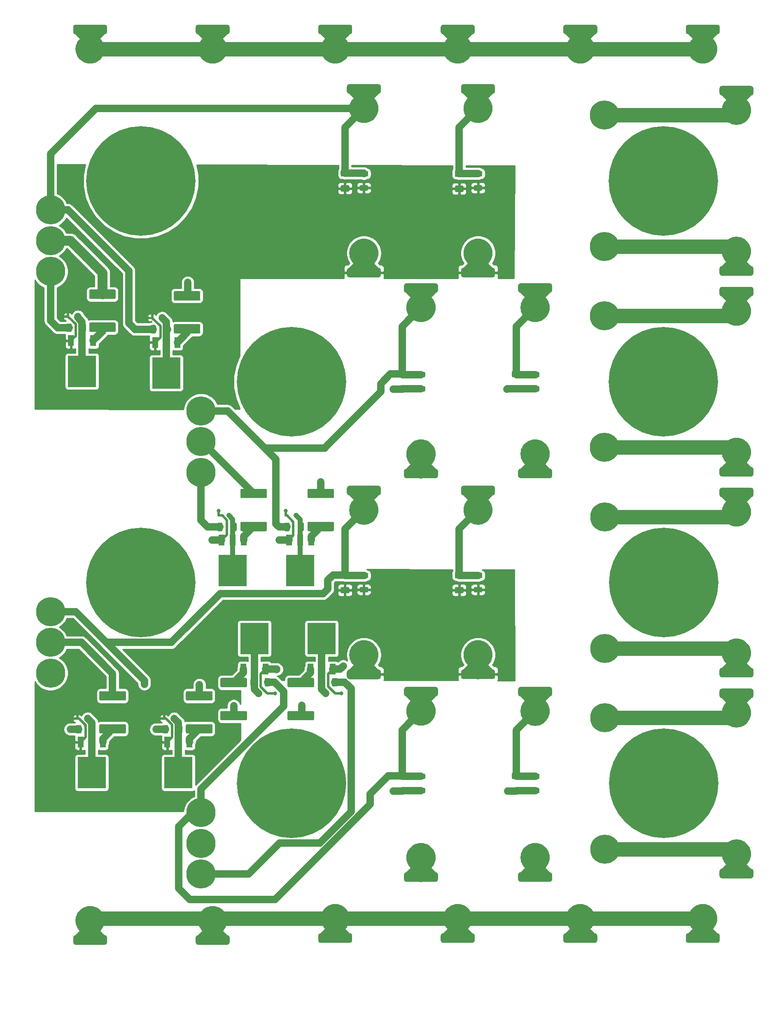
<source format=gbr>
%TF.GenerationSoftware,KiCad,Pcbnew,(5.1.9)-1*%
%TF.CreationDate,2021-09-09T23:53:41+02:00*%
%TF.ProjectId,SwitchBox,53776974-6368-4426-9f78-2e6b69636164,rev?*%
%TF.SameCoordinates,Original*%
%TF.FileFunction,Copper,L1,Top*%
%TF.FilePolarity,Positive*%
%FSLAX46Y46*%
G04 Gerber Fmt 4.6, Leading zero omitted, Abs format (unit mm)*
G04 Created by KiCad (PCBNEW (5.1.9)-1) date 2021-09-09 23:53:41*
%MOMM*%
%LPD*%
G01*
G04 APERTURE LIST*
%TA.AperFunction,SMDPad,CuDef*%
%ADD10R,0.600000X0.450000*%
%TD*%
%TA.AperFunction,ComponentPad*%
%ADD11C,22.500000*%
%TD*%
%TA.AperFunction,ComponentPad*%
%ADD12C,6.000000*%
%TD*%
%TA.AperFunction,ComponentPad*%
%ADD13C,0.100000*%
%TD*%
%TA.AperFunction,SMDPad,CuDef*%
%ADD14R,1.200000X2.200000*%
%TD*%
%TA.AperFunction,SMDPad,CuDef*%
%ADD15R,5.800000X6.400000*%
%TD*%
%TA.AperFunction,ViaPad*%
%ADD16C,1.500000*%
%TD*%
%TA.AperFunction,ViaPad*%
%ADD17C,0.800000*%
%TD*%
%TA.AperFunction,ViaPad*%
%ADD18C,1.000000*%
%TD*%
%TA.AperFunction,Conductor*%
%ADD19C,1.500000*%
%TD*%
%TA.AperFunction,Conductor*%
%ADD20C,2.000000*%
%TD*%
%TA.AperFunction,Conductor*%
%ADD21C,0.500000*%
%TD*%
%TA.AperFunction,Conductor*%
%ADD22C,1.000000*%
%TD*%
%TA.AperFunction,Conductor*%
%ADD23C,3.000000*%
%TD*%
%TA.AperFunction,Conductor*%
%ADD24C,0.254000*%
%TD*%
%TA.AperFunction,Conductor*%
%ADD25C,0.100000*%
%TD*%
G04 APERTURE END LIST*
%TO.P,C1,1*%
%TO.N,/PASS1_NO*%
%TA.AperFunction,SMDPad,CuDef*%
G36*
G01*
X95074997Y-62425000D02*
X96375003Y-62425000D01*
G75*
G02*
X96625000Y-62674997I0J-249997D01*
G01*
X96625000Y-63500003D01*
G75*
G02*
X96375003Y-63750000I-249997J0D01*
G01*
X95074997Y-63750000D01*
G75*
G02*
X94825000Y-63500003I0J249997D01*
G01*
X94825000Y-62674997D01*
G75*
G02*
X95074997Y-62425000I249997J0D01*
G01*
G37*
%TD.AperFunction*%
%TO.P,C1,2*%
%TO.N,/IN1\u002A*%
%TA.AperFunction,SMDPad,CuDef*%
G36*
G01*
X95074997Y-65550000D02*
X96375003Y-65550000D01*
G75*
G02*
X96625000Y-65799997I0J-249997D01*
G01*
X96625000Y-66625003D01*
G75*
G02*
X96375003Y-66875000I-249997J0D01*
G01*
X95074997Y-66875000D01*
G75*
G02*
X94825000Y-66625003I0J249997D01*
G01*
X94825000Y-65799997D01*
G75*
G02*
X95074997Y-65550000I249997J0D01*
G01*
G37*
%TD.AperFunction*%
%TD*%
%TO.P,C2,1*%
%TO.N,/PASS2_NO*%
%TA.AperFunction,SMDPad,CuDef*%
G36*
G01*
X106814997Y-103681666D02*
X108115003Y-103681666D01*
G75*
G02*
X108365000Y-103931663I0J-249997D01*
G01*
X108365000Y-104756669D01*
G75*
G02*
X108115003Y-105006666I-249997J0D01*
G01*
X106814997Y-105006666D01*
G75*
G02*
X106565000Y-104756669I0J249997D01*
G01*
X106565000Y-103931663D01*
G75*
G02*
X106814997Y-103681666I249997J0D01*
G01*
G37*
%TD.AperFunction*%
%TO.P,C2,2*%
%TO.N,/IN2\u002A*%
%TA.AperFunction,SMDPad,CuDef*%
G36*
G01*
X106814997Y-106806666D02*
X108115003Y-106806666D01*
G75*
G02*
X108365000Y-107056663I0J-249997D01*
G01*
X108365000Y-107881669D01*
G75*
G02*
X108115003Y-108131666I-249997J0D01*
G01*
X106814997Y-108131666D01*
G75*
G02*
X106565000Y-107881669I0J249997D01*
G01*
X106565000Y-107056663D01*
G75*
G02*
X106814997Y-106806666I249997J0D01*
G01*
G37*
%TD.AperFunction*%
%TD*%
%TO.P,C3,2*%
%TO.N,/IN3\u002A*%
%TA.AperFunction,SMDPad,CuDef*%
G36*
G01*
X95074997Y-148063332D02*
X96375003Y-148063332D01*
G75*
G02*
X96625000Y-148313329I0J-249997D01*
G01*
X96625000Y-149138335D01*
G75*
G02*
X96375003Y-149388332I-249997J0D01*
G01*
X95074997Y-149388332D01*
G75*
G02*
X94825000Y-149138335I0J249997D01*
G01*
X94825000Y-148313329D01*
G75*
G02*
X95074997Y-148063332I249997J0D01*
G01*
G37*
%TD.AperFunction*%
%TO.P,C3,1*%
%TO.N,/PASS3_NO*%
%TA.AperFunction,SMDPad,CuDef*%
G36*
G01*
X95074997Y-144938332D02*
X96375003Y-144938332D01*
G75*
G02*
X96625000Y-145188329I0J-249997D01*
G01*
X96625000Y-146013335D01*
G75*
G02*
X96375003Y-146263332I-249997J0D01*
G01*
X95074997Y-146263332D01*
G75*
G02*
X94825000Y-146013335I0J249997D01*
G01*
X94825000Y-145188329D01*
G75*
G02*
X95074997Y-144938332I249997J0D01*
G01*
G37*
%TD.AperFunction*%
%TD*%
%TO.P,C4,1*%
%TO.N,/PASS4_NO*%
%TA.AperFunction,SMDPad,CuDef*%
G36*
G01*
X106814997Y-186195000D02*
X108115003Y-186195000D01*
G75*
G02*
X108365000Y-186444997I0J-249997D01*
G01*
X108365000Y-187270003D01*
G75*
G02*
X108115003Y-187520000I-249997J0D01*
G01*
X106814997Y-187520000D01*
G75*
G02*
X106565000Y-187270003I0J249997D01*
G01*
X106565000Y-186444997D01*
G75*
G02*
X106814997Y-186195000I249997J0D01*
G01*
G37*
%TD.AperFunction*%
%TO.P,C4,2*%
%TO.N,/IN4\u002A*%
%TA.AperFunction,SMDPad,CuDef*%
G36*
G01*
X106814997Y-189320000D02*
X108115003Y-189320000D01*
G75*
G02*
X108365000Y-189569997I0J-249997D01*
G01*
X108365000Y-190395003D01*
G75*
G02*
X108115003Y-190645000I-249997J0D01*
G01*
X106814997Y-190645000D01*
G75*
G02*
X106565000Y-190395003I0J249997D01*
G01*
X106565000Y-189569997D01*
G75*
G02*
X106814997Y-189320000I249997J0D01*
G01*
G37*
%TD.AperFunction*%
%TD*%
%TO.P,C5,2*%
%TO.N,/IN1\u002A*%
%TA.AperFunction,SMDPad,CuDef*%
G36*
G01*
X118544997Y-65630000D02*
X119845003Y-65630000D01*
G75*
G02*
X120095000Y-65879997I0J-249997D01*
G01*
X120095000Y-66705003D01*
G75*
G02*
X119845003Y-66955000I-249997J0D01*
G01*
X118544997Y-66955000D01*
G75*
G02*
X118295000Y-66705003I0J249997D01*
G01*
X118295000Y-65879997D01*
G75*
G02*
X118544997Y-65630000I249997J0D01*
G01*
G37*
%TD.AperFunction*%
%TO.P,C5,1*%
%TO.N,/PASS1_NC*%
%TA.AperFunction,SMDPad,CuDef*%
G36*
G01*
X118544997Y-62505000D02*
X119845003Y-62505000D01*
G75*
G02*
X120095000Y-62754997I0J-249997D01*
G01*
X120095000Y-63580003D01*
G75*
G02*
X119845003Y-63830000I-249997J0D01*
G01*
X118544997Y-63830000D01*
G75*
G02*
X118295000Y-63580003I0J249997D01*
G01*
X118295000Y-62754997D01*
G75*
G02*
X118544997Y-62505000I249997J0D01*
G01*
G37*
%TD.AperFunction*%
%TD*%
%TO.P,C6,1*%
%TO.N,/PASS2_NC*%
%TA.AperFunction,SMDPad,CuDef*%
G36*
G01*
X130284997Y-103681666D02*
X131585003Y-103681666D01*
G75*
G02*
X131835000Y-103931663I0J-249997D01*
G01*
X131835000Y-104756669D01*
G75*
G02*
X131585003Y-105006666I-249997J0D01*
G01*
X130284997Y-105006666D01*
G75*
G02*
X130035000Y-104756669I0J249997D01*
G01*
X130035000Y-103931663D01*
G75*
G02*
X130284997Y-103681666I249997J0D01*
G01*
G37*
%TD.AperFunction*%
%TO.P,C6,2*%
%TO.N,/IN2\u002A*%
%TA.AperFunction,SMDPad,CuDef*%
G36*
G01*
X130284997Y-106806666D02*
X131585003Y-106806666D01*
G75*
G02*
X131835000Y-107056663I0J-249997D01*
G01*
X131835000Y-107881669D01*
G75*
G02*
X131585003Y-108131666I-249997J0D01*
G01*
X130284997Y-108131666D01*
G75*
G02*
X130035000Y-107881669I0J249997D01*
G01*
X130035000Y-107056663D01*
G75*
G02*
X130284997Y-106806666I249997J0D01*
G01*
G37*
%TD.AperFunction*%
%TD*%
%TO.P,C7,2*%
%TO.N,/IN3\u002A*%
%TA.AperFunction,SMDPad,CuDef*%
G36*
G01*
X118544997Y-148063332D02*
X119845003Y-148063332D01*
G75*
G02*
X120095000Y-148313329I0J-249997D01*
G01*
X120095000Y-149138335D01*
G75*
G02*
X119845003Y-149388332I-249997J0D01*
G01*
X118544997Y-149388332D01*
G75*
G02*
X118295000Y-149138335I0J249997D01*
G01*
X118295000Y-148313329D01*
G75*
G02*
X118544997Y-148063332I249997J0D01*
G01*
G37*
%TD.AperFunction*%
%TO.P,C7,1*%
%TO.N,/PASS3_NC*%
%TA.AperFunction,SMDPad,CuDef*%
G36*
G01*
X118544997Y-144938332D02*
X119845003Y-144938332D01*
G75*
G02*
X120095000Y-145188329I0J-249997D01*
G01*
X120095000Y-146013335D01*
G75*
G02*
X119845003Y-146263332I-249997J0D01*
G01*
X118544997Y-146263332D01*
G75*
G02*
X118295000Y-146013335I0J249997D01*
G01*
X118295000Y-145188329D01*
G75*
G02*
X118544997Y-144938332I249997J0D01*
G01*
G37*
%TD.AperFunction*%
%TD*%
%TO.P,C8,2*%
%TO.N,/IN4\u002A*%
%TA.AperFunction,SMDPad,CuDef*%
G36*
G01*
X130284997Y-189320000D02*
X131585003Y-189320000D01*
G75*
G02*
X131835000Y-189569997I0J-249997D01*
G01*
X131835000Y-190395003D01*
G75*
G02*
X131585003Y-190645000I-249997J0D01*
G01*
X130284997Y-190645000D01*
G75*
G02*
X130035000Y-190395003I0J249997D01*
G01*
X130035000Y-189569997D01*
G75*
G02*
X130284997Y-189320000I249997J0D01*
G01*
G37*
%TD.AperFunction*%
%TO.P,C8,1*%
%TO.N,/PASS4_NC*%
%TA.AperFunction,SMDPad,CuDef*%
G36*
G01*
X130284997Y-186195000D02*
X131585003Y-186195000D01*
G75*
G02*
X131835000Y-186444997I0J-249997D01*
G01*
X131835000Y-187270003D01*
G75*
G02*
X131585003Y-187520000I-249997J0D01*
G01*
X130284997Y-187520000D01*
G75*
G02*
X130035000Y-187270003I0J249997D01*
G01*
X130035000Y-186444997D01*
G75*
G02*
X130284997Y-186195000I249997J0D01*
G01*
G37*
%TD.AperFunction*%
%TD*%
D10*
%TO.P,D1,2*%
%TO.N,Net-(D1-Pad2)*%
X40800000Y-92510000D03*
%TO.P,D1,1*%
%TO.N,/IN1\u002A*%
X38700000Y-92510000D03*
%TD*%
%TO.P,D2,1*%
%TO.N,/IN2\u002A*%
X69700000Y-133380000D03*
%TO.P,D2,2*%
%TO.N,Net-(D2-Pad2)*%
X71800000Y-133380000D03*
%TD*%
%TO.P,D3,1*%
%TO.N,/IN3\u002A*%
X40690000Y-175060000D03*
%TO.P,D3,2*%
%TO.N,Net-(D3-Pad2)*%
X42790000Y-175060000D03*
%TD*%
%TO.P,D4,2*%
%TO.N,Net-(D4-Pad2)*%
X91770000Y-169900000D03*
%TO.P,D4,1*%
%TO.N,/IN4\u002A*%
X93870000Y-169900000D03*
%TD*%
%TO.P,D5,1*%
%TO.N,/IN1\u002A*%
X56023811Y-92770000D03*
%TO.P,D5,2*%
%TO.N,Net-(D5-Pad2)*%
X58123811Y-92770000D03*
%TD*%
%TO.P,D6,1*%
%TO.N,/IN2\u002A*%
X83520000Y-133380000D03*
%TO.P,D6,2*%
%TO.N,Net-(D6-Pad2)*%
X85620000Y-133380000D03*
%TD*%
%TO.P,D7,2*%
%TO.N,Net-(D7-Pad2)*%
X60610000Y-175060000D03*
%TO.P,D7,1*%
%TO.N,/IN3\u002A*%
X58510000Y-175060000D03*
%TD*%
%TO.P,D8,2*%
%TO.N,Net-(D8-Pad2)*%
X77950000Y-169900000D03*
%TO.P,D8,1*%
%TO.N,/IN4\u002A*%
X80050000Y-169900000D03*
%TD*%
D11*
%TO.P,D9,*%
%TO.N,*%
X161190000Y-64650000D03*
D12*
%TO.P,D9,2*%
%TO.N,Net-(D9-Pad2)*%
X149090000Y-78150000D03*
%TO.P,D9,1*%
%TO.N,Net-(D9-Pad1)*%
X149090000Y-51150000D03*
%TD*%
%TO.P,D10,1*%
%TO.N,Net-(D10-Pad1)*%
X149090000Y-92406666D03*
%TO.P,D10,2*%
%TO.N,Net-(D10-Pad2)*%
X149090000Y-119406666D03*
D11*
%TO.P,D10,*%
%TO.N,*%
X161190000Y-105906666D03*
%TD*%
%TO.P,D11,*%
%TO.N,*%
X161230000Y-147163332D03*
D12*
%TO.P,D11,2*%
%TO.N,Net-(D11-Pad2)*%
X149130000Y-160663332D03*
%TO.P,D11,1*%
%TO.N,Net-(D11-Pad1)*%
X149130000Y-133663332D03*
%TD*%
%TO.P,D12,1*%
%TO.N,Net-(D12-Pad1)*%
X149150000Y-174920000D03*
%TO.P,D12,2*%
%TO.N,Net-(D12-Pad2)*%
X149150000Y-201920000D03*
D11*
%TO.P,D12,*%
%TO.N,*%
X161250000Y-188420000D03*
%TD*%
%TO.P,F1,2*%
%TO.N,/IN1*%
%TA.AperFunction,SMDPad,CuDef*%
G36*
G01*
X48315001Y-88915000D02*
X43364999Y-88915000D01*
G75*
G02*
X43115000Y-88665001I0J249999D01*
G01*
X43115000Y-87239999D01*
G75*
G02*
X43364999Y-86990000I249999J0D01*
G01*
X48315001Y-86990000D01*
G75*
G02*
X48565000Y-87239999I0J-249999D01*
G01*
X48565000Y-88665001D01*
G75*
G02*
X48315001Y-88915000I-249999J0D01*
G01*
G37*
%TD.AperFunction*%
%TO.P,F1,1*%
%TO.N,Net-(F1-Pad1)*%
%TA.AperFunction,SMDPad,CuDef*%
G36*
G01*
X48315001Y-95690000D02*
X43364999Y-95690000D01*
G75*
G02*
X43115000Y-95440001I0J249999D01*
G01*
X43115000Y-94014999D01*
G75*
G02*
X43364999Y-93765000I249999J0D01*
G01*
X48315001Y-93765000D01*
G75*
G02*
X48565000Y-94014999I0J-249999D01*
G01*
X48565000Y-95440001D01*
G75*
G02*
X48315001Y-95690000I-249999J0D01*
G01*
G37*
%TD.AperFunction*%
%TD*%
%TO.P,F2,1*%
%TO.N,Net-(F2-Pad1)*%
%TA.AperFunction,SMDPad,CuDef*%
G36*
G01*
X79415001Y-136610000D02*
X74464999Y-136610000D01*
G75*
G02*
X74215000Y-136360001I0J249999D01*
G01*
X74215000Y-134934999D01*
G75*
G02*
X74464999Y-134685000I249999J0D01*
G01*
X79415001Y-134685000D01*
G75*
G02*
X79665000Y-134934999I0J-249999D01*
G01*
X79665000Y-136360001D01*
G75*
G02*
X79415001Y-136610000I-249999J0D01*
G01*
G37*
%TD.AperFunction*%
%TO.P,F2,2*%
%TO.N,/IN2*%
%TA.AperFunction,SMDPad,CuDef*%
G36*
G01*
X79415001Y-129835000D02*
X74464999Y-129835000D01*
G75*
G02*
X74215000Y-129585001I0J249999D01*
G01*
X74215000Y-128159999D01*
G75*
G02*
X74464999Y-127910000I249999J0D01*
G01*
X79415001Y-127910000D01*
G75*
G02*
X79665000Y-128159999I0J-249999D01*
G01*
X79665000Y-129585001D01*
G75*
G02*
X79415001Y-129835000I-249999J0D01*
G01*
G37*
%TD.AperFunction*%
%TD*%
%TO.P,F3,1*%
%TO.N,Net-(F3-Pad1)*%
%TA.AperFunction,SMDPad,CuDef*%
G36*
G01*
X50405001Y-178170000D02*
X45454999Y-178170000D01*
G75*
G02*
X45205000Y-177920001I0J249999D01*
G01*
X45205000Y-176494999D01*
G75*
G02*
X45454999Y-176245000I249999J0D01*
G01*
X50405001Y-176245000D01*
G75*
G02*
X50655000Y-176494999I0J-249999D01*
G01*
X50655000Y-177920001D01*
G75*
G02*
X50405001Y-178170000I-249999J0D01*
G01*
G37*
%TD.AperFunction*%
%TO.P,F3,2*%
%TO.N,/IN3*%
%TA.AperFunction,SMDPad,CuDef*%
G36*
G01*
X50405001Y-171395000D02*
X45454999Y-171395000D01*
G75*
G02*
X45205000Y-171145001I0J249999D01*
G01*
X45205000Y-169719999D01*
G75*
G02*
X45454999Y-169470000I249999J0D01*
G01*
X50405001Y-169470000D01*
G75*
G02*
X50655000Y-169719999I0J-249999D01*
G01*
X50655000Y-171145001D01*
G75*
G02*
X50405001Y-171395000I-249999J0D01*
G01*
G37*
%TD.AperFunction*%
%TD*%
%TO.P,F4,1*%
%TO.N,Net-(F4-Pad1)*%
%TA.AperFunction,SMDPad,CuDef*%
G36*
G01*
X84154999Y-166750000D02*
X89105001Y-166750000D01*
G75*
G02*
X89355000Y-166999999I0J-249999D01*
G01*
X89355000Y-168425001D01*
G75*
G02*
X89105001Y-168675000I-249999J0D01*
G01*
X84154999Y-168675000D01*
G75*
G02*
X83905000Y-168425001I0J249999D01*
G01*
X83905000Y-166999999D01*
G75*
G02*
X84154999Y-166750000I249999J0D01*
G01*
G37*
%TD.AperFunction*%
%TO.P,F4,2*%
%TO.N,/IN4*%
%TA.AperFunction,SMDPad,CuDef*%
G36*
G01*
X84154999Y-173525000D02*
X89105001Y-173525000D01*
G75*
G02*
X89355000Y-173774999I0J-249999D01*
G01*
X89355000Y-175200001D01*
G75*
G02*
X89105001Y-175450000I-249999J0D01*
G01*
X84154999Y-175450000D01*
G75*
G02*
X83905000Y-175200001I0J249999D01*
G01*
X83905000Y-173774999D01*
G75*
G02*
X84154999Y-173525000I249999J0D01*
G01*
G37*
%TD.AperFunction*%
%TD*%
%TO.P,F5,1*%
%TO.N,Net-(F5-Pad1)*%
%TA.AperFunction,SMDPad,CuDef*%
G36*
G01*
X65715001Y-96010000D02*
X60764999Y-96010000D01*
G75*
G02*
X60515000Y-95760001I0J249999D01*
G01*
X60515000Y-94334999D01*
G75*
G02*
X60764999Y-94085000I249999J0D01*
G01*
X65715001Y-94085000D01*
G75*
G02*
X65965000Y-94334999I0J-249999D01*
G01*
X65965000Y-95760001D01*
G75*
G02*
X65715001Y-96010000I-249999J0D01*
G01*
G37*
%TD.AperFunction*%
%TO.P,F5,2*%
%TO.N,/IN1*%
%TA.AperFunction,SMDPad,CuDef*%
G36*
G01*
X65715001Y-89235000D02*
X60764999Y-89235000D01*
G75*
G02*
X60515000Y-88985001I0J249999D01*
G01*
X60515000Y-87559999D01*
G75*
G02*
X60764999Y-87310000I249999J0D01*
G01*
X65715001Y-87310000D01*
G75*
G02*
X65965000Y-87559999I0J-249999D01*
G01*
X65965000Y-88985001D01*
G75*
G02*
X65715001Y-89235000I-249999J0D01*
G01*
G37*
%TD.AperFunction*%
%TD*%
%TO.P,F6,2*%
%TO.N,/IN2*%
%TA.AperFunction,SMDPad,CuDef*%
G36*
G01*
X93215001Y-129835000D02*
X88264999Y-129835000D01*
G75*
G02*
X88015000Y-129585001I0J249999D01*
G01*
X88015000Y-128159999D01*
G75*
G02*
X88264999Y-127910000I249999J0D01*
G01*
X93215001Y-127910000D01*
G75*
G02*
X93465000Y-128159999I0J-249999D01*
G01*
X93465000Y-129585001D01*
G75*
G02*
X93215001Y-129835000I-249999J0D01*
G01*
G37*
%TD.AperFunction*%
%TO.P,F6,1*%
%TO.N,Net-(F6-Pad1)*%
%TA.AperFunction,SMDPad,CuDef*%
G36*
G01*
X93215001Y-136610000D02*
X88264999Y-136610000D01*
G75*
G02*
X88015000Y-136360001I0J249999D01*
G01*
X88015000Y-134934999D01*
G75*
G02*
X88264999Y-134685000I249999J0D01*
G01*
X93215001Y-134685000D01*
G75*
G02*
X93465000Y-134934999I0J-249999D01*
G01*
X93465000Y-136360001D01*
G75*
G02*
X93215001Y-136610000I-249999J0D01*
G01*
G37*
%TD.AperFunction*%
%TD*%
%TO.P,F7,2*%
%TO.N,/IN3*%
%TA.AperFunction,SMDPad,CuDef*%
G36*
G01*
X68205001Y-171395000D02*
X63254999Y-171395000D01*
G75*
G02*
X63005000Y-171145001I0J249999D01*
G01*
X63005000Y-169719999D01*
G75*
G02*
X63254999Y-169470000I249999J0D01*
G01*
X68205001Y-169470000D01*
G75*
G02*
X68455000Y-169719999I0J-249999D01*
G01*
X68455000Y-171145001D01*
G75*
G02*
X68205001Y-171395000I-249999J0D01*
G01*
G37*
%TD.AperFunction*%
%TO.P,F7,1*%
%TO.N,Net-(F7-Pad1)*%
%TA.AperFunction,SMDPad,CuDef*%
G36*
G01*
X68205001Y-178170000D02*
X63254999Y-178170000D01*
G75*
G02*
X63005000Y-177920001I0J249999D01*
G01*
X63005000Y-176494999D01*
G75*
G02*
X63254999Y-176245000I249999J0D01*
G01*
X68205001Y-176245000D01*
G75*
G02*
X68455000Y-176494999I0J-249999D01*
G01*
X68455000Y-177920001D01*
G75*
G02*
X68205001Y-178170000I-249999J0D01*
G01*
G37*
%TD.AperFunction*%
%TD*%
%TO.P,F8,2*%
%TO.N,/IN4*%
%TA.AperFunction,SMDPad,CuDef*%
G36*
G01*
X70354999Y-173525000D02*
X75305001Y-173525000D01*
G75*
G02*
X75555000Y-173774999I0J-249999D01*
G01*
X75555000Y-175200001D01*
G75*
G02*
X75305001Y-175450000I-249999J0D01*
G01*
X70354999Y-175450000D01*
G75*
G02*
X70105000Y-175200001I0J249999D01*
G01*
X70105000Y-173774999D01*
G75*
G02*
X70354999Y-173525000I249999J0D01*
G01*
G37*
%TD.AperFunction*%
%TO.P,F8,1*%
%TO.N,Net-(F8-Pad1)*%
%TA.AperFunction,SMDPad,CuDef*%
G36*
G01*
X70354999Y-166750000D02*
X75305001Y-166750000D01*
G75*
G02*
X75555000Y-166999999I0J-249999D01*
G01*
X75555000Y-168425001D01*
G75*
G02*
X75305001Y-168675000I-249999J0D01*
G01*
X70354999Y-168675000D01*
G75*
G02*
X70105000Y-168425001I0J249999D01*
G01*
X70105000Y-166999999D01*
G75*
G02*
X70354999Y-166750000I249999J0D01*
G01*
G37*
%TD.AperFunction*%
%TD*%
%TO.P,BLACK,1*%
%TO.N,Net-(J1-Pad1)*%
%TA.AperFunction,ComponentPad*%
G36*
G01*
X40310000Y-219570000D02*
X46310000Y-219570000D01*
G75*
G02*
X46810000Y-220070000I0J-500000D01*
G01*
X46810000Y-221070000D01*
G75*
G02*
X46310000Y-221570000I-500000J0D01*
G01*
X40310000Y-221570000D01*
G75*
G02*
X39810000Y-221070000I0J500000D01*
G01*
X39810000Y-220070000D01*
G75*
G02*
X40310000Y-219570000I500000J0D01*
G01*
G37*
%TD.AperFunction*%
%TA.AperFunction,ComponentPad*%
D13*
G36*
X43750191Y-213602470D02*
G01*
X44038941Y-213659906D01*
X44320670Y-213745368D01*
X44592665Y-213858032D01*
X44852308Y-213996814D01*
X45097098Y-214160377D01*
X45324677Y-214347147D01*
X45532853Y-214555323D01*
X45719623Y-214782902D01*
X45883186Y-215027692D01*
X46021968Y-215287335D01*
X46134632Y-215559330D01*
X46220094Y-215841059D01*
X46277530Y-216129809D01*
X46306386Y-216422797D01*
X46306386Y-216717203D01*
X46277530Y-217010191D01*
X46220094Y-217298941D01*
X46134632Y-217580670D01*
X46021968Y-217852665D01*
X45883186Y-218112308D01*
X45719623Y-218357098D01*
X45532853Y-218584677D01*
X45428765Y-218688765D01*
X46310000Y-219570000D01*
X40310000Y-219570000D01*
X41191235Y-218688765D01*
X41087147Y-218584677D01*
X40900377Y-218357098D01*
X40736814Y-218112308D01*
X40598032Y-217852665D01*
X40485368Y-217580670D01*
X40399906Y-217298941D01*
X40342470Y-217010191D01*
X40313614Y-216717203D01*
X40313614Y-216422797D01*
X40342470Y-216129809D01*
X40399906Y-215841059D01*
X40485368Y-215559330D01*
X40598032Y-215287335D01*
X40736814Y-215027692D01*
X40900377Y-214782902D01*
X41087147Y-214555323D01*
X41295323Y-214347147D01*
X41522902Y-214160377D01*
X41767692Y-213996814D01*
X42027335Y-213858032D01*
X42299330Y-213745368D01*
X42581059Y-213659906D01*
X42869809Y-213602470D01*
X43162797Y-213573614D01*
X43457203Y-213573614D01*
X43750191Y-213602470D01*
G37*
%TD.AperFunction*%
%TD*%
%TA.AperFunction,ComponentPad*%
%TO.P,RED,1*%
%TO.N,Net-(J10-Pad1)*%
G36*
X42869809Y-40537530D02*
G01*
X42581059Y-40480094D01*
X42299330Y-40394632D01*
X42027335Y-40281968D01*
X41767692Y-40143186D01*
X41522902Y-39979623D01*
X41295323Y-39792853D01*
X41087147Y-39584677D01*
X40900377Y-39357098D01*
X40736814Y-39112308D01*
X40598032Y-38852665D01*
X40485368Y-38580670D01*
X40399906Y-38298941D01*
X40342470Y-38010191D01*
X40313614Y-37717203D01*
X40313614Y-37422797D01*
X40342470Y-37129809D01*
X40399906Y-36841059D01*
X40485368Y-36559330D01*
X40598032Y-36287335D01*
X40736814Y-36027692D01*
X40900377Y-35782902D01*
X41087147Y-35555323D01*
X41191235Y-35451235D01*
X40310000Y-34570000D01*
X46310000Y-34570000D01*
X45428765Y-35451235D01*
X45532853Y-35555323D01*
X45719623Y-35782902D01*
X45883186Y-36027692D01*
X46021968Y-36287335D01*
X46134632Y-36559330D01*
X46220094Y-36841059D01*
X46277530Y-37129809D01*
X46306386Y-37422797D01*
X46306386Y-37717203D01*
X46277530Y-38010191D01*
X46220094Y-38298941D01*
X46134632Y-38580670D01*
X46021968Y-38852665D01*
X45883186Y-39112308D01*
X45719623Y-39357098D01*
X45532853Y-39584677D01*
X45324677Y-39792853D01*
X45097098Y-39979623D01*
X44852308Y-40143186D01*
X44592665Y-40281968D01*
X44320670Y-40394632D01*
X44038941Y-40480094D01*
X43750191Y-40537530D01*
X43457203Y-40566386D01*
X43162797Y-40566386D01*
X42869809Y-40537530D01*
G37*
%TD.AperFunction*%
%TA.AperFunction,ComponentPad*%
G36*
G01*
X46310000Y-34570000D02*
X40310000Y-34570000D01*
G75*
G02*
X39810000Y-34070000I0J500000D01*
G01*
X39810000Y-33070000D01*
G75*
G02*
X40310000Y-32570000I500000J0D01*
G01*
X46310000Y-32570000D01*
G75*
G02*
X46810000Y-33070000I0J-500000D01*
G01*
X46810000Y-34070000D01*
G75*
G02*
X46310000Y-34570000I-500000J0D01*
G01*
G37*
%TD.AperFunction*%
%TD*%
%TA.AperFunction,ComponentPad*%
%TO.P,BLACK,1*%
%TO.N,Net-(J1-Pad1)*%
G36*
X68948191Y-213602470D02*
G01*
X69236941Y-213659906D01*
X69518670Y-213745368D01*
X69790665Y-213858032D01*
X70050308Y-213996814D01*
X70295098Y-214160377D01*
X70522677Y-214347147D01*
X70730853Y-214555323D01*
X70917623Y-214782902D01*
X71081186Y-215027692D01*
X71219968Y-215287335D01*
X71332632Y-215559330D01*
X71418094Y-215841059D01*
X71475530Y-216129809D01*
X71504386Y-216422797D01*
X71504386Y-216717203D01*
X71475530Y-217010191D01*
X71418094Y-217298941D01*
X71332632Y-217580670D01*
X71219968Y-217852665D01*
X71081186Y-218112308D01*
X70917623Y-218357098D01*
X70730853Y-218584677D01*
X70626765Y-218688765D01*
X71508000Y-219570000D01*
X65508000Y-219570000D01*
X66389235Y-218688765D01*
X66285147Y-218584677D01*
X66098377Y-218357098D01*
X65934814Y-218112308D01*
X65796032Y-217852665D01*
X65683368Y-217580670D01*
X65597906Y-217298941D01*
X65540470Y-217010191D01*
X65511614Y-216717203D01*
X65511614Y-216422797D01*
X65540470Y-216129809D01*
X65597906Y-215841059D01*
X65683368Y-215559330D01*
X65796032Y-215287335D01*
X65934814Y-215027692D01*
X66098377Y-214782902D01*
X66285147Y-214555323D01*
X66493323Y-214347147D01*
X66720902Y-214160377D01*
X66965692Y-213996814D01*
X67225335Y-213858032D01*
X67497330Y-213745368D01*
X67779059Y-213659906D01*
X68067809Y-213602470D01*
X68360797Y-213573614D01*
X68655203Y-213573614D01*
X68948191Y-213602470D01*
G37*
%TD.AperFunction*%
%TA.AperFunction,ComponentPad*%
G36*
G01*
X65508000Y-219570000D02*
X71508000Y-219570000D01*
G75*
G02*
X72008000Y-220070000I0J-500000D01*
G01*
X72008000Y-221070000D01*
G75*
G02*
X71508000Y-221570000I-500000J0D01*
G01*
X65508000Y-221570000D01*
G75*
G02*
X65008000Y-221070000I0J500000D01*
G01*
X65008000Y-220070000D01*
G75*
G02*
X65508000Y-219570000I500000J0D01*
G01*
G37*
%TD.AperFunction*%
%TD*%
%TO.P,RED,1*%
%TO.N,Net-(J10-Pad1)*%
%TA.AperFunction,ComponentPad*%
G36*
G01*
X71508000Y-34570000D02*
X65508000Y-34570000D01*
G75*
G02*
X65008000Y-34070000I0J500000D01*
G01*
X65008000Y-33070000D01*
G75*
G02*
X65508000Y-32570000I500000J0D01*
G01*
X71508000Y-32570000D01*
G75*
G02*
X72008000Y-33070000I0J-500000D01*
G01*
X72008000Y-34070000D01*
G75*
G02*
X71508000Y-34570000I-500000J0D01*
G01*
G37*
%TD.AperFunction*%
%TA.AperFunction,ComponentPad*%
G36*
X68067809Y-40537530D02*
G01*
X67779059Y-40480094D01*
X67497330Y-40394632D01*
X67225335Y-40281968D01*
X66965692Y-40143186D01*
X66720902Y-39979623D01*
X66493323Y-39792853D01*
X66285147Y-39584677D01*
X66098377Y-39357098D01*
X65934814Y-39112308D01*
X65796032Y-38852665D01*
X65683368Y-38580670D01*
X65597906Y-38298941D01*
X65540470Y-38010191D01*
X65511614Y-37717203D01*
X65511614Y-37422797D01*
X65540470Y-37129809D01*
X65597906Y-36841059D01*
X65683368Y-36559330D01*
X65796032Y-36287335D01*
X65934814Y-36027692D01*
X66098377Y-35782902D01*
X66285147Y-35555323D01*
X66389235Y-35451235D01*
X65508000Y-34570000D01*
X71508000Y-34570000D01*
X70626765Y-35451235D01*
X70730853Y-35555323D01*
X70917623Y-35782902D01*
X71081186Y-36027692D01*
X71219968Y-36287335D01*
X71332632Y-36559330D01*
X71418094Y-36841059D01*
X71475530Y-37129809D01*
X71504386Y-37422797D01*
X71504386Y-37717203D01*
X71475530Y-38010191D01*
X71418094Y-38298941D01*
X71332632Y-38580670D01*
X71219968Y-38852665D01*
X71081186Y-39112308D01*
X70917623Y-39357098D01*
X70730853Y-39584677D01*
X70522677Y-39792853D01*
X70295098Y-39979623D01*
X70050308Y-40143186D01*
X69790665Y-40281968D01*
X69518670Y-40394632D01*
X69236941Y-40480094D01*
X68948191Y-40537530D01*
X68655203Y-40566386D01*
X68360797Y-40566386D01*
X68067809Y-40537530D01*
G37*
%TD.AperFunction*%
%TD*%
%TO.P,BLACK,1*%
%TO.N,Net-(J1-Pad1)*%
%TA.AperFunction,ComponentPad*%
G36*
G01*
X90706000Y-219170000D02*
X96706000Y-219170000D01*
G75*
G02*
X97206000Y-219670000I0J-500000D01*
G01*
X97206000Y-220670000D01*
G75*
G02*
X96706000Y-221170000I-500000J0D01*
G01*
X90706000Y-221170000D01*
G75*
G02*
X90206000Y-220670000I0J500000D01*
G01*
X90206000Y-219670000D01*
G75*
G02*
X90706000Y-219170000I500000J0D01*
G01*
G37*
%TD.AperFunction*%
%TA.AperFunction,ComponentPad*%
G36*
X94146191Y-213202470D02*
G01*
X94434941Y-213259906D01*
X94716670Y-213345368D01*
X94988665Y-213458032D01*
X95248308Y-213596814D01*
X95493098Y-213760377D01*
X95720677Y-213947147D01*
X95928853Y-214155323D01*
X96115623Y-214382902D01*
X96279186Y-214627692D01*
X96417968Y-214887335D01*
X96530632Y-215159330D01*
X96616094Y-215441059D01*
X96673530Y-215729809D01*
X96702386Y-216022797D01*
X96702386Y-216317203D01*
X96673530Y-216610191D01*
X96616094Y-216898941D01*
X96530632Y-217180670D01*
X96417968Y-217452665D01*
X96279186Y-217712308D01*
X96115623Y-217957098D01*
X95928853Y-218184677D01*
X95824765Y-218288765D01*
X96706000Y-219170000D01*
X90706000Y-219170000D01*
X91587235Y-218288765D01*
X91483147Y-218184677D01*
X91296377Y-217957098D01*
X91132814Y-217712308D01*
X90994032Y-217452665D01*
X90881368Y-217180670D01*
X90795906Y-216898941D01*
X90738470Y-216610191D01*
X90709614Y-216317203D01*
X90709614Y-216022797D01*
X90738470Y-215729809D01*
X90795906Y-215441059D01*
X90881368Y-215159330D01*
X90994032Y-214887335D01*
X91132814Y-214627692D01*
X91296377Y-214382902D01*
X91483147Y-214155323D01*
X91691323Y-213947147D01*
X91918902Y-213760377D01*
X92163692Y-213596814D01*
X92423335Y-213458032D01*
X92695330Y-213345368D01*
X92977059Y-213259906D01*
X93265809Y-213202470D01*
X93558797Y-213173614D01*
X93853203Y-213173614D01*
X94146191Y-213202470D01*
G37*
%TD.AperFunction*%
%TD*%
%TA.AperFunction,ComponentPad*%
%TO.P,RED,1*%
%TO.N,Net-(J10-Pad1)*%
G36*
X93265809Y-40537530D02*
G01*
X92977059Y-40480094D01*
X92695330Y-40394632D01*
X92423335Y-40281968D01*
X92163692Y-40143186D01*
X91918902Y-39979623D01*
X91691323Y-39792853D01*
X91483147Y-39584677D01*
X91296377Y-39357098D01*
X91132814Y-39112308D01*
X90994032Y-38852665D01*
X90881368Y-38580670D01*
X90795906Y-38298941D01*
X90738470Y-38010191D01*
X90709614Y-37717203D01*
X90709614Y-37422797D01*
X90738470Y-37129809D01*
X90795906Y-36841059D01*
X90881368Y-36559330D01*
X90994032Y-36287335D01*
X91132814Y-36027692D01*
X91296377Y-35782902D01*
X91483147Y-35555323D01*
X91587235Y-35451235D01*
X90706000Y-34570000D01*
X96706000Y-34570000D01*
X95824765Y-35451235D01*
X95928853Y-35555323D01*
X96115623Y-35782902D01*
X96279186Y-36027692D01*
X96417968Y-36287335D01*
X96530632Y-36559330D01*
X96616094Y-36841059D01*
X96673530Y-37129809D01*
X96702386Y-37422797D01*
X96702386Y-37717203D01*
X96673530Y-38010191D01*
X96616094Y-38298941D01*
X96530632Y-38580670D01*
X96417968Y-38852665D01*
X96279186Y-39112308D01*
X96115623Y-39357098D01*
X95928853Y-39584677D01*
X95720677Y-39792853D01*
X95493098Y-39979623D01*
X95248308Y-40143186D01*
X94988665Y-40281968D01*
X94716670Y-40394632D01*
X94434941Y-40480094D01*
X94146191Y-40537530D01*
X93853203Y-40566386D01*
X93558797Y-40566386D01*
X93265809Y-40537530D01*
G37*
%TD.AperFunction*%
%TA.AperFunction,ComponentPad*%
G36*
G01*
X96706000Y-34570000D02*
X90706000Y-34570000D01*
G75*
G02*
X90206000Y-34070000I0J500000D01*
G01*
X90206000Y-33070000D01*
G75*
G02*
X90706000Y-32570000I500000J0D01*
G01*
X96706000Y-32570000D01*
G75*
G02*
X97206000Y-33070000I0J-500000D01*
G01*
X97206000Y-34070000D01*
G75*
G02*
X96706000Y-34570000I-500000J0D01*
G01*
G37*
%TD.AperFunction*%
%TD*%
%TA.AperFunction,ComponentPad*%
%TO.P,BLACK,1*%
%TO.N,Net-(J1-Pad1)*%
G36*
X119344191Y-213202470D02*
G01*
X119632941Y-213259906D01*
X119914670Y-213345368D01*
X120186665Y-213458032D01*
X120446308Y-213596814D01*
X120691098Y-213760377D01*
X120918677Y-213947147D01*
X121126853Y-214155323D01*
X121313623Y-214382902D01*
X121477186Y-214627692D01*
X121615968Y-214887335D01*
X121728632Y-215159330D01*
X121814094Y-215441059D01*
X121871530Y-215729809D01*
X121900386Y-216022797D01*
X121900386Y-216317203D01*
X121871530Y-216610191D01*
X121814094Y-216898941D01*
X121728632Y-217180670D01*
X121615968Y-217452665D01*
X121477186Y-217712308D01*
X121313623Y-217957098D01*
X121126853Y-218184677D01*
X121022765Y-218288765D01*
X121904000Y-219170000D01*
X115904000Y-219170000D01*
X116785235Y-218288765D01*
X116681147Y-218184677D01*
X116494377Y-217957098D01*
X116330814Y-217712308D01*
X116192032Y-217452665D01*
X116079368Y-217180670D01*
X115993906Y-216898941D01*
X115936470Y-216610191D01*
X115907614Y-216317203D01*
X115907614Y-216022797D01*
X115936470Y-215729809D01*
X115993906Y-215441059D01*
X116079368Y-215159330D01*
X116192032Y-214887335D01*
X116330814Y-214627692D01*
X116494377Y-214382902D01*
X116681147Y-214155323D01*
X116889323Y-213947147D01*
X117116902Y-213760377D01*
X117361692Y-213596814D01*
X117621335Y-213458032D01*
X117893330Y-213345368D01*
X118175059Y-213259906D01*
X118463809Y-213202470D01*
X118756797Y-213173614D01*
X119051203Y-213173614D01*
X119344191Y-213202470D01*
G37*
%TD.AperFunction*%
%TA.AperFunction,ComponentPad*%
G36*
G01*
X115904000Y-219170000D02*
X121904000Y-219170000D01*
G75*
G02*
X122404000Y-219670000I0J-500000D01*
G01*
X122404000Y-220670000D01*
G75*
G02*
X121904000Y-221170000I-500000J0D01*
G01*
X115904000Y-221170000D01*
G75*
G02*
X115404000Y-220670000I0J500000D01*
G01*
X115404000Y-219670000D01*
G75*
G02*
X115904000Y-219170000I500000J0D01*
G01*
G37*
%TD.AperFunction*%
%TD*%
%TO.P,RED,1*%
%TO.N,Net-(J10-Pad1)*%
%TA.AperFunction,ComponentPad*%
G36*
G01*
X121904000Y-34570000D02*
X115904000Y-34570000D01*
G75*
G02*
X115404000Y-34070000I0J500000D01*
G01*
X115404000Y-33070000D01*
G75*
G02*
X115904000Y-32570000I500000J0D01*
G01*
X121904000Y-32570000D01*
G75*
G02*
X122404000Y-33070000I0J-500000D01*
G01*
X122404000Y-34070000D01*
G75*
G02*
X121904000Y-34570000I-500000J0D01*
G01*
G37*
%TD.AperFunction*%
%TA.AperFunction,ComponentPad*%
G36*
X118463809Y-40537530D02*
G01*
X118175059Y-40480094D01*
X117893330Y-40394632D01*
X117621335Y-40281968D01*
X117361692Y-40143186D01*
X117116902Y-39979623D01*
X116889323Y-39792853D01*
X116681147Y-39584677D01*
X116494377Y-39357098D01*
X116330814Y-39112308D01*
X116192032Y-38852665D01*
X116079368Y-38580670D01*
X115993906Y-38298941D01*
X115936470Y-38010191D01*
X115907614Y-37717203D01*
X115907614Y-37422797D01*
X115936470Y-37129809D01*
X115993906Y-36841059D01*
X116079368Y-36559330D01*
X116192032Y-36287335D01*
X116330814Y-36027692D01*
X116494377Y-35782902D01*
X116681147Y-35555323D01*
X116785235Y-35451235D01*
X115904000Y-34570000D01*
X121904000Y-34570000D01*
X121022765Y-35451235D01*
X121126853Y-35555323D01*
X121313623Y-35782902D01*
X121477186Y-36027692D01*
X121615968Y-36287335D01*
X121728632Y-36559330D01*
X121814094Y-36841059D01*
X121871530Y-37129809D01*
X121900386Y-37422797D01*
X121900386Y-37717203D01*
X121871530Y-38010191D01*
X121814094Y-38298941D01*
X121728632Y-38580670D01*
X121615968Y-38852665D01*
X121477186Y-39112308D01*
X121313623Y-39357098D01*
X121126853Y-39584677D01*
X120918677Y-39792853D01*
X120691098Y-39979623D01*
X120446308Y-40143186D01*
X120186665Y-40281968D01*
X119914670Y-40394632D01*
X119632941Y-40480094D01*
X119344191Y-40537530D01*
X119051203Y-40566386D01*
X118756797Y-40566386D01*
X118463809Y-40537530D01*
G37*
%TD.AperFunction*%
%TD*%
%TO.P,BLACK,1*%
%TO.N,Net-(J1-Pad1)*%
%TA.AperFunction,ComponentPad*%
G36*
G01*
X141102000Y-219170000D02*
X147102000Y-219170000D01*
G75*
G02*
X147602000Y-219670000I0J-500000D01*
G01*
X147602000Y-220670000D01*
G75*
G02*
X147102000Y-221170000I-500000J0D01*
G01*
X141102000Y-221170000D01*
G75*
G02*
X140602000Y-220670000I0J500000D01*
G01*
X140602000Y-219670000D01*
G75*
G02*
X141102000Y-219170000I500000J0D01*
G01*
G37*
%TD.AperFunction*%
%TA.AperFunction,ComponentPad*%
G36*
X144542191Y-213202470D02*
G01*
X144830941Y-213259906D01*
X145112670Y-213345368D01*
X145384665Y-213458032D01*
X145644308Y-213596814D01*
X145889098Y-213760377D01*
X146116677Y-213947147D01*
X146324853Y-214155323D01*
X146511623Y-214382902D01*
X146675186Y-214627692D01*
X146813968Y-214887335D01*
X146926632Y-215159330D01*
X147012094Y-215441059D01*
X147069530Y-215729809D01*
X147098386Y-216022797D01*
X147098386Y-216317203D01*
X147069530Y-216610191D01*
X147012094Y-216898941D01*
X146926632Y-217180670D01*
X146813968Y-217452665D01*
X146675186Y-217712308D01*
X146511623Y-217957098D01*
X146324853Y-218184677D01*
X146220765Y-218288765D01*
X147102000Y-219170000D01*
X141102000Y-219170000D01*
X141983235Y-218288765D01*
X141879147Y-218184677D01*
X141692377Y-217957098D01*
X141528814Y-217712308D01*
X141390032Y-217452665D01*
X141277368Y-217180670D01*
X141191906Y-216898941D01*
X141134470Y-216610191D01*
X141105614Y-216317203D01*
X141105614Y-216022797D01*
X141134470Y-215729809D01*
X141191906Y-215441059D01*
X141277368Y-215159330D01*
X141390032Y-214887335D01*
X141528814Y-214627692D01*
X141692377Y-214382902D01*
X141879147Y-214155323D01*
X142087323Y-213947147D01*
X142314902Y-213760377D01*
X142559692Y-213596814D01*
X142819335Y-213458032D01*
X143091330Y-213345368D01*
X143373059Y-213259906D01*
X143661809Y-213202470D01*
X143954797Y-213173614D01*
X144249203Y-213173614D01*
X144542191Y-213202470D01*
G37*
%TD.AperFunction*%
%TD*%
%TA.AperFunction,ComponentPad*%
%TO.P,RED,1*%
%TO.N,Net-(J10-Pad1)*%
G36*
X143661809Y-40537530D02*
G01*
X143373059Y-40480094D01*
X143091330Y-40394632D01*
X142819335Y-40281968D01*
X142559692Y-40143186D01*
X142314902Y-39979623D01*
X142087323Y-39792853D01*
X141879147Y-39584677D01*
X141692377Y-39357098D01*
X141528814Y-39112308D01*
X141390032Y-38852665D01*
X141277368Y-38580670D01*
X141191906Y-38298941D01*
X141134470Y-38010191D01*
X141105614Y-37717203D01*
X141105614Y-37422797D01*
X141134470Y-37129809D01*
X141191906Y-36841059D01*
X141277368Y-36559330D01*
X141390032Y-36287335D01*
X141528814Y-36027692D01*
X141692377Y-35782902D01*
X141879147Y-35555323D01*
X141983235Y-35451235D01*
X141102000Y-34570000D01*
X147102000Y-34570000D01*
X146220765Y-35451235D01*
X146324853Y-35555323D01*
X146511623Y-35782902D01*
X146675186Y-36027692D01*
X146813968Y-36287335D01*
X146926632Y-36559330D01*
X147012094Y-36841059D01*
X147069530Y-37129809D01*
X147098386Y-37422797D01*
X147098386Y-37717203D01*
X147069530Y-38010191D01*
X147012094Y-38298941D01*
X146926632Y-38580670D01*
X146813968Y-38852665D01*
X146675186Y-39112308D01*
X146511623Y-39357098D01*
X146324853Y-39584677D01*
X146116677Y-39792853D01*
X145889098Y-39979623D01*
X145644308Y-40143186D01*
X145384665Y-40281968D01*
X145112670Y-40394632D01*
X144830941Y-40480094D01*
X144542191Y-40537530D01*
X144249203Y-40566386D01*
X143954797Y-40566386D01*
X143661809Y-40537530D01*
G37*
%TD.AperFunction*%
%TA.AperFunction,ComponentPad*%
G36*
G01*
X147102000Y-34570000D02*
X141102000Y-34570000D01*
G75*
G02*
X140602000Y-34070000I0J500000D01*
G01*
X140602000Y-33070000D01*
G75*
G02*
X141102000Y-32570000I500000J0D01*
G01*
X147102000Y-32570000D01*
G75*
G02*
X147602000Y-33070000I0J-500000D01*
G01*
X147602000Y-34070000D01*
G75*
G02*
X147102000Y-34570000I-500000J0D01*
G01*
G37*
%TD.AperFunction*%
%TD*%
%TA.AperFunction,ComponentPad*%
%TO.P,BLACK,1*%
%TO.N,Net-(J1-Pad1)*%
G36*
X169740191Y-213202470D02*
G01*
X170028941Y-213259906D01*
X170310670Y-213345368D01*
X170582665Y-213458032D01*
X170842308Y-213596814D01*
X171087098Y-213760377D01*
X171314677Y-213947147D01*
X171522853Y-214155323D01*
X171709623Y-214382902D01*
X171873186Y-214627692D01*
X172011968Y-214887335D01*
X172124632Y-215159330D01*
X172210094Y-215441059D01*
X172267530Y-215729809D01*
X172296386Y-216022797D01*
X172296386Y-216317203D01*
X172267530Y-216610191D01*
X172210094Y-216898941D01*
X172124632Y-217180670D01*
X172011968Y-217452665D01*
X171873186Y-217712308D01*
X171709623Y-217957098D01*
X171522853Y-218184677D01*
X171418765Y-218288765D01*
X172300000Y-219170000D01*
X166300000Y-219170000D01*
X167181235Y-218288765D01*
X167077147Y-218184677D01*
X166890377Y-217957098D01*
X166726814Y-217712308D01*
X166588032Y-217452665D01*
X166475368Y-217180670D01*
X166389906Y-216898941D01*
X166332470Y-216610191D01*
X166303614Y-216317203D01*
X166303614Y-216022797D01*
X166332470Y-215729809D01*
X166389906Y-215441059D01*
X166475368Y-215159330D01*
X166588032Y-214887335D01*
X166726814Y-214627692D01*
X166890377Y-214382902D01*
X167077147Y-214155323D01*
X167285323Y-213947147D01*
X167512902Y-213760377D01*
X167757692Y-213596814D01*
X168017335Y-213458032D01*
X168289330Y-213345368D01*
X168571059Y-213259906D01*
X168859809Y-213202470D01*
X169152797Y-213173614D01*
X169447203Y-213173614D01*
X169740191Y-213202470D01*
G37*
%TD.AperFunction*%
%TA.AperFunction,ComponentPad*%
G36*
G01*
X166300000Y-219170000D02*
X172300000Y-219170000D01*
G75*
G02*
X172800000Y-219670000I0J-500000D01*
G01*
X172800000Y-220670000D01*
G75*
G02*
X172300000Y-221170000I-500000J0D01*
G01*
X166300000Y-221170000D01*
G75*
G02*
X165800000Y-220670000I0J500000D01*
G01*
X165800000Y-219670000D01*
G75*
G02*
X166300000Y-219170000I500000J0D01*
G01*
G37*
%TD.AperFunction*%
%TD*%
%TO.P,RED,1*%
%TO.N,Net-(J10-Pad1)*%
%TA.AperFunction,ComponentPad*%
G36*
G01*
X172300000Y-34570000D02*
X166300000Y-34570000D01*
G75*
G02*
X165800000Y-34070000I0J500000D01*
G01*
X165800000Y-33070000D01*
G75*
G02*
X166300000Y-32570000I500000J0D01*
G01*
X172300000Y-32570000D01*
G75*
G02*
X172800000Y-33070000I0J-500000D01*
G01*
X172800000Y-34070000D01*
G75*
G02*
X172300000Y-34570000I-500000J0D01*
G01*
G37*
%TD.AperFunction*%
%TA.AperFunction,ComponentPad*%
G36*
X168859809Y-40537530D02*
G01*
X168571059Y-40480094D01*
X168289330Y-40394632D01*
X168017335Y-40281968D01*
X167757692Y-40143186D01*
X167512902Y-39979623D01*
X167285323Y-39792853D01*
X167077147Y-39584677D01*
X166890377Y-39357098D01*
X166726814Y-39112308D01*
X166588032Y-38852665D01*
X166475368Y-38580670D01*
X166389906Y-38298941D01*
X166332470Y-38010191D01*
X166303614Y-37717203D01*
X166303614Y-37422797D01*
X166332470Y-37129809D01*
X166389906Y-36841059D01*
X166475368Y-36559330D01*
X166588032Y-36287335D01*
X166726814Y-36027692D01*
X166890377Y-35782902D01*
X167077147Y-35555323D01*
X167181235Y-35451235D01*
X166300000Y-34570000D01*
X172300000Y-34570000D01*
X171418765Y-35451235D01*
X171522853Y-35555323D01*
X171709623Y-35782902D01*
X171873186Y-36027692D01*
X172011968Y-36287335D01*
X172124632Y-36559330D01*
X172210094Y-36841059D01*
X172267530Y-37129809D01*
X172296386Y-37422797D01*
X172296386Y-37717203D01*
X172267530Y-38010191D01*
X172210094Y-38298941D01*
X172124632Y-38580670D01*
X172011968Y-38852665D01*
X171873186Y-39112308D01*
X171709623Y-39357098D01*
X171522853Y-39584677D01*
X171314677Y-39792853D01*
X171087098Y-39979623D01*
X170842308Y-40143186D01*
X170582665Y-40281968D01*
X170310670Y-40394632D01*
X170028941Y-40480094D01*
X169740191Y-40537530D01*
X169447203Y-40566386D01*
X169152797Y-40566386D01*
X168859809Y-40537530D01*
G37*
%TD.AperFunction*%
%TD*%
%TO.P,BLACK,1*%
%TO.N,/PASS1_NO*%
%TA.AperFunction,ComponentPad*%
G36*
G01*
X102610000Y-46790000D02*
X96610000Y-46790000D01*
G75*
G02*
X96110000Y-46290000I0J500000D01*
G01*
X96110000Y-45290000D01*
G75*
G02*
X96610000Y-44790000I500000J0D01*
G01*
X102610000Y-44790000D01*
G75*
G02*
X103110000Y-45290000I0J-500000D01*
G01*
X103110000Y-46290000D01*
G75*
G02*
X102610000Y-46790000I-500000J0D01*
G01*
G37*
%TD.AperFunction*%
%TA.AperFunction,ComponentPad*%
G36*
X99169809Y-52757530D02*
G01*
X98881059Y-52700094D01*
X98599330Y-52614632D01*
X98327335Y-52501968D01*
X98067692Y-52363186D01*
X97822902Y-52199623D01*
X97595323Y-52012853D01*
X97387147Y-51804677D01*
X97200377Y-51577098D01*
X97036814Y-51332308D01*
X96898032Y-51072665D01*
X96785368Y-50800670D01*
X96699906Y-50518941D01*
X96642470Y-50230191D01*
X96613614Y-49937203D01*
X96613614Y-49642797D01*
X96642470Y-49349809D01*
X96699906Y-49061059D01*
X96785368Y-48779330D01*
X96898032Y-48507335D01*
X97036814Y-48247692D01*
X97200377Y-48002902D01*
X97387147Y-47775323D01*
X97491235Y-47671235D01*
X96610000Y-46790000D01*
X102610000Y-46790000D01*
X101728765Y-47671235D01*
X101832853Y-47775323D01*
X102019623Y-48002902D01*
X102183186Y-48247692D01*
X102321968Y-48507335D01*
X102434632Y-48779330D01*
X102520094Y-49061059D01*
X102577530Y-49349809D01*
X102606386Y-49642797D01*
X102606386Y-49937203D01*
X102577530Y-50230191D01*
X102520094Y-50518941D01*
X102434632Y-50800670D01*
X102321968Y-51072665D01*
X102183186Y-51332308D01*
X102019623Y-51577098D01*
X101832853Y-51804677D01*
X101624677Y-52012853D01*
X101397098Y-52199623D01*
X101152308Y-52363186D01*
X100892665Y-52501968D01*
X100620670Y-52614632D01*
X100338941Y-52700094D01*
X100050191Y-52757530D01*
X99757203Y-52786386D01*
X99462797Y-52786386D01*
X99169809Y-52757530D01*
G37*
%TD.AperFunction*%
%TD*%
%TA.AperFunction,ComponentPad*%
%TO.P,BLACK,1*%
%TO.N,/PASS2_NO*%
G36*
X110909809Y-93647530D02*
G01*
X110621059Y-93590094D01*
X110339330Y-93504632D01*
X110067335Y-93391968D01*
X109807692Y-93253186D01*
X109562902Y-93089623D01*
X109335323Y-92902853D01*
X109127147Y-92694677D01*
X108940377Y-92467098D01*
X108776814Y-92222308D01*
X108638032Y-91962665D01*
X108525368Y-91690670D01*
X108439906Y-91408941D01*
X108382470Y-91120191D01*
X108353614Y-90827203D01*
X108353614Y-90532797D01*
X108382470Y-90239809D01*
X108439906Y-89951059D01*
X108525368Y-89669330D01*
X108638032Y-89397335D01*
X108776814Y-89137692D01*
X108940377Y-88892902D01*
X109127147Y-88665323D01*
X109231235Y-88561235D01*
X108350000Y-87680000D01*
X114350000Y-87680000D01*
X113468765Y-88561235D01*
X113572853Y-88665323D01*
X113759623Y-88892902D01*
X113923186Y-89137692D01*
X114061968Y-89397335D01*
X114174632Y-89669330D01*
X114260094Y-89951059D01*
X114317530Y-90239809D01*
X114346386Y-90532797D01*
X114346386Y-90827203D01*
X114317530Y-91120191D01*
X114260094Y-91408941D01*
X114174632Y-91690670D01*
X114061968Y-91962665D01*
X113923186Y-92222308D01*
X113759623Y-92467098D01*
X113572853Y-92694677D01*
X113364677Y-92902853D01*
X113137098Y-93089623D01*
X112892308Y-93253186D01*
X112632665Y-93391968D01*
X112360670Y-93504632D01*
X112078941Y-93590094D01*
X111790191Y-93647530D01*
X111497203Y-93676386D01*
X111202797Y-93676386D01*
X110909809Y-93647530D01*
G37*
%TD.AperFunction*%
%TA.AperFunction,ComponentPad*%
G36*
G01*
X114350000Y-87680000D02*
X108350000Y-87680000D01*
G75*
G02*
X107850000Y-87180000I0J500000D01*
G01*
X107850000Y-86180000D01*
G75*
G02*
X108350000Y-85680000I500000J0D01*
G01*
X114350000Y-85680000D01*
G75*
G02*
X114850000Y-86180000I0J-500000D01*
G01*
X114850000Y-87180000D01*
G75*
G02*
X114350000Y-87680000I-500000J0D01*
G01*
G37*
%TD.AperFunction*%
%TD*%
%TA.AperFunction,ComponentPad*%
%TO.P,BLACK,1*%
%TO.N,/IN1\u002A*%
G36*
X100050191Y-76532470D02*
G01*
X100338941Y-76589906D01*
X100620670Y-76675368D01*
X100892665Y-76788032D01*
X101152308Y-76926814D01*
X101397098Y-77090377D01*
X101624677Y-77277147D01*
X101832853Y-77485323D01*
X102019623Y-77712902D01*
X102183186Y-77957692D01*
X102321968Y-78217335D01*
X102434632Y-78489330D01*
X102520094Y-78771059D01*
X102577530Y-79059809D01*
X102606386Y-79352797D01*
X102606386Y-79647203D01*
X102577530Y-79940191D01*
X102520094Y-80228941D01*
X102434632Y-80510670D01*
X102321968Y-80782665D01*
X102183186Y-81042308D01*
X102019623Y-81287098D01*
X101832853Y-81514677D01*
X101728765Y-81618765D01*
X102610000Y-82500000D01*
X96610000Y-82500000D01*
X97491235Y-81618765D01*
X97387147Y-81514677D01*
X97200377Y-81287098D01*
X97036814Y-81042308D01*
X96898032Y-80782665D01*
X96785368Y-80510670D01*
X96699906Y-80228941D01*
X96642470Y-79940191D01*
X96613614Y-79647203D01*
X96613614Y-79352797D01*
X96642470Y-79059809D01*
X96699906Y-78771059D01*
X96785368Y-78489330D01*
X96898032Y-78217335D01*
X97036814Y-77957692D01*
X97200377Y-77712902D01*
X97387147Y-77485323D01*
X97595323Y-77277147D01*
X97822902Y-77090377D01*
X98067692Y-76926814D01*
X98327335Y-76788032D01*
X98599330Y-76675368D01*
X98881059Y-76589906D01*
X99169809Y-76532470D01*
X99462797Y-76503614D01*
X99757203Y-76503614D01*
X100050191Y-76532470D01*
G37*
%TD.AperFunction*%
%TA.AperFunction,ComponentPad*%
G36*
G01*
X96610000Y-82500000D02*
X102610000Y-82500000D01*
G75*
G02*
X103110000Y-83000000I0J-500000D01*
G01*
X103110000Y-84000000D01*
G75*
G02*
X102610000Y-84500000I-500000J0D01*
G01*
X96610000Y-84500000D01*
G75*
G02*
X96110000Y-84000000I0J500000D01*
G01*
X96110000Y-83000000D01*
G75*
G02*
X96610000Y-82500000I500000J0D01*
G01*
G37*
%TD.AperFunction*%
%TD*%
%TA.AperFunction,ComponentPad*%
%TO.P,BLACK,1*%
%TO.N,/IN2\u002A*%
G36*
X111790191Y-117802470D02*
G01*
X112078941Y-117859906D01*
X112360670Y-117945368D01*
X112632665Y-118058032D01*
X112892308Y-118196814D01*
X113137098Y-118360377D01*
X113364677Y-118547147D01*
X113572853Y-118755323D01*
X113759623Y-118982902D01*
X113923186Y-119227692D01*
X114061968Y-119487335D01*
X114174632Y-119759330D01*
X114260094Y-120041059D01*
X114317530Y-120329809D01*
X114346386Y-120622797D01*
X114346386Y-120917203D01*
X114317530Y-121210191D01*
X114260094Y-121498941D01*
X114174632Y-121780670D01*
X114061968Y-122052665D01*
X113923186Y-122312308D01*
X113759623Y-122557098D01*
X113572853Y-122784677D01*
X113468765Y-122888765D01*
X114350000Y-123770000D01*
X108350000Y-123770000D01*
X109231235Y-122888765D01*
X109127147Y-122784677D01*
X108940377Y-122557098D01*
X108776814Y-122312308D01*
X108638032Y-122052665D01*
X108525368Y-121780670D01*
X108439906Y-121498941D01*
X108382470Y-121210191D01*
X108353614Y-120917203D01*
X108353614Y-120622797D01*
X108382470Y-120329809D01*
X108439906Y-120041059D01*
X108525368Y-119759330D01*
X108638032Y-119487335D01*
X108776814Y-119227692D01*
X108940377Y-118982902D01*
X109127147Y-118755323D01*
X109335323Y-118547147D01*
X109562902Y-118360377D01*
X109807692Y-118196814D01*
X110067335Y-118058032D01*
X110339330Y-117945368D01*
X110621059Y-117859906D01*
X110909809Y-117802470D01*
X111202797Y-117773614D01*
X111497203Y-117773614D01*
X111790191Y-117802470D01*
G37*
%TD.AperFunction*%
%TA.AperFunction,ComponentPad*%
G36*
G01*
X108350000Y-123770000D02*
X114350000Y-123770000D01*
G75*
G02*
X114850000Y-124270000I0J-500000D01*
G01*
X114850000Y-125270000D01*
G75*
G02*
X114350000Y-125770000I-500000J0D01*
G01*
X108350000Y-125770000D01*
G75*
G02*
X107850000Y-125270000I0J500000D01*
G01*
X107850000Y-124270000D01*
G75*
G02*
X108350000Y-123770000I500000J0D01*
G01*
G37*
%TD.AperFunction*%
%TD*%
%TA.AperFunction,ComponentPad*%
%TO.P,BLACK,1*%
%TO.N,/PASS3_NO*%
G36*
X99169809Y-135237530D02*
G01*
X98881059Y-135180094D01*
X98599330Y-135094632D01*
X98327335Y-134981968D01*
X98067692Y-134843186D01*
X97822902Y-134679623D01*
X97595323Y-134492853D01*
X97387147Y-134284677D01*
X97200377Y-134057098D01*
X97036814Y-133812308D01*
X96898032Y-133552665D01*
X96785368Y-133280670D01*
X96699906Y-132998941D01*
X96642470Y-132710191D01*
X96613614Y-132417203D01*
X96613614Y-132122797D01*
X96642470Y-131829809D01*
X96699906Y-131541059D01*
X96785368Y-131259330D01*
X96898032Y-130987335D01*
X97036814Y-130727692D01*
X97200377Y-130482902D01*
X97387147Y-130255323D01*
X97491235Y-130151235D01*
X96610000Y-129270000D01*
X102610000Y-129270000D01*
X101728765Y-130151235D01*
X101832853Y-130255323D01*
X102019623Y-130482902D01*
X102183186Y-130727692D01*
X102321968Y-130987335D01*
X102434632Y-131259330D01*
X102520094Y-131541059D01*
X102577530Y-131829809D01*
X102606386Y-132122797D01*
X102606386Y-132417203D01*
X102577530Y-132710191D01*
X102520094Y-132998941D01*
X102434632Y-133280670D01*
X102321968Y-133552665D01*
X102183186Y-133812308D01*
X102019623Y-134057098D01*
X101832853Y-134284677D01*
X101624677Y-134492853D01*
X101397098Y-134679623D01*
X101152308Y-134843186D01*
X100892665Y-134981968D01*
X100620670Y-135094632D01*
X100338941Y-135180094D01*
X100050191Y-135237530D01*
X99757203Y-135266386D01*
X99462797Y-135266386D01*
X99169809Y-135237530D01*
G37*
%TD.AperFunction*%
%TA.AperFunction,ComponentPad*%
G36*
G01*
X102610000Y-129270000D02*
X96610000Y-129270000D01*
G75*
G02*
X96110000Y-128770000I0J500000D01*
G01*
X96110000Y-127770000D01*
G75*
G02*
X96610000Y-127270000I500000J0D01*
G01*
X102610000Y-127270000D01*
G75*
G02*
X103110000Y-127770000I0J-500000D01*
G01*
X103110000Y-128770000D01*
G75*
G02*
X102610000Y-129270000I-500000J0D01*
G01*
G37*
%TD.AperFunction*%
%TD*%
%TO.P,BLACK,1*%
%TO.N,/PASS4_NO*%
%TA.AperFunction,ComponentPad*%
G36*
G01*
X114350000Y-170570000D02*
X108350000Y-170570000D01*
G75*
G02*
X107850000Y-170070000I0J500000D01*
G01*
X107850000Y-169070000D01*
G75*
G02*
X108350000Y-168570000I500000J0D01*
G01*
X114350000Y-168570000D01*
G75*
G02*
X114850000Y-169070000I0J-500000D01*
G01*
X114850000Y-170070000D01*
G75*
G02*
X114350000Y-170570000I-500000J0D01*
G01*
G37*
%TD.AperFunction*%
%TA.AperFunction,ComponentPad*%
G36*
X110909809Y-176537530D02*
G01*
X110621059Y-176480094D01*
X110339330Y-176394632D01*
X110067335Y-176281968D01*
X109807692Y-176143186D01*
X109562902Y-175979623D01*
X109335323Y-175792853D01*
X109127147Y-175584677D01*
X108940377Y-175357098D01*
X108776814Y-175112308D01*
X108638032Y-174852665D01*
X108525368Y-174580670D01*
X108439906Y-174298941D01*
X108382470Y-174010191D01*
X108353614Y-173717203D01*
X108353614Y-173422797D01*
X108382470Y-173129809D01*
X108439906Y-172841059D01*
X108525368Y-172559330D01*
X108638032Y-172287335D01*
X108776814Y-172027692D01*
X108940377Y-171782902D01*
X109127147Y-171555323D01*
X109231235Y-171451235D01*
X108350000Y-170570000D01*
X114350000Y-170570000D01*
X113468765Y-171451235D01*
X113572853Y-171555323D01*
X113759623Y-171782902D01*
X113923186Y-172027692D01*
X114061968Y-172287335D01*
X114174632Y-172559330D01*
X114260094Y-172841059D01*
X114317530Y-173129809D01*
X114346386Y-173422797D01*
X114346386Y-173717203D01*
X114317530Y-174010191D01*
X114260094Y-174298941D01*
X114174632Y-174580670D01*
X114061968Y-174852665D01*
X113923186Y-175112308D01*
X113759623Y-175357098D01*
X113572853Y-175584677D01*
X113364677Y-175792853D01*
X113137098Y-175979623D01*
X112892308Y-176143186D01*
X112632665Y-176281968D01*
X112360670Y-176394632D01*
X112078941Y-176480094D01*
X111790191Y-176537530D01*
X111497203Y-176566386D01*
X111202797Y-176566386D01*
X110909809Y-176537530D01*
G37*
%TD.AperFunction*%
%TD*%
%TO.P,BLACK,1*%
%TO.N,/IN3\u002A*%
%TA.AperFunction,ComponentPad*%
G36*
G01*
X96610000Y-165010000D02*
X102610000Y-165010000D01*
G75*
G02*
X103110000Y-165510000I0J-500000D01*
G01*
X103110000Y-166510000D01*
G75*
G02*
X102610000Y-167010000I-500000J0D01*
G01*
X96610000Y-167010000D01*
G75*
G02*
X96110000Y-166510000I0J500000D01*
G01*
X96110000Y-165510000D01*
G75*
G02*
X96610000Y-165010000I500000J0D01*
G01*
G37*
%TD.AperFunction*%
%TA.AperFunction,ComponentPad*%
G36*
X100050191Y-159042470D02*
G01*
X100338941Y-159099906D01*
X100620670Y-159185368D01*
X100892665Y-159298032D01*
X101152308Y-159436814D01*
X101397098Y-159600377D01*
X101624677Y-159787147D01*
X101832853Y-159995323D01*
X102019623Y-160222902D01*
X102183186Y-160467692D01*
X102321968Y-160727335D01*
X102434632Y-160999330D01*
X102520094Y-161281059D01*
X102577530Y-161569809D01*
X102606386Y-161862797D01*
X102606386Y-162157203D01*
X102577530Y-162450191D01*
X102520094Y-162738941D01*
X102434632Y-163020670D01*
X102321968Y-163292665D01*
X102183186Y-163552308D01*
X102019623Y-163797098D01*
X101832853Y-164024677D01*
X101728765Y-164128765D01*
X102610000Y-165010000D01*
X96610000Y-165010000D01*
X97491235Y-164128765D01*
X97387147Y-164024677D01*
X97200377Y-163797098D01*
X97036814Y-163552308D01*
X96898032Y-163292665D01*
X96785368Y-163020670D01*
X96699906Y-162738941D01*
X96642470Y-162450191D01*
X96613614Y-162157203D01*
X96613614Y-161862797D01*
X96642470Y-161569809D01*
X96699906Y-161281059D01*
X96785368Y-160999330D01*
X96898032Y-160727335D01*
X97036814Y-160467692D01*
X97200377Y-160222902D01*
X97387147Y-159995323D01*
X97595323Y-159787147D01*
X97822902Y-159600377D01*
X98067692Y-159436814D01*
X98327335Y-159298032D01*
X98599330Y-159185368D01*
X98881059Y-159099906D01*
X99169809Y-159042470D01*
X99462797Y-159013614D01*
X99757203Y-159013614D01*
X100050191Y-159042470D01*
G37*
%TD.AperFunction*%
%TD*%
%TO.P,BLACK,1*%
%TO.N,/IN4\u002A*%
%TA.AperFunction,ComponentPad*%
G36*
G01*
X108350000Y-206650000D02*
X114350000Y-206650000D01*
G75*
G02*
X114850000Y-207150000I0J-500000D01*
G01*
X114850000Y-208150000D01*
G75*
G02*
X114350000Y-208650000I-500000J0D01*
G01*
X108350000Y-208650000D01*
G75*
G02*
X107850000Y-208150000I0J500000D01*
G01*
X107850000Y-207150000D01*
G75*
G02*
X108350000Y-206650000I500000J0D01*
G01*
G37*
%TD.AperFunction*%
%TA.AperFunction,ComponentPad*%
G36*
X111790191Y-200682470D02*
G01*
X112078941Y-200739906D01*
X112360670Y-200825368D01*
X112632665Y-200938032D01*
X112892308Y-201076814D01*
X113137098Y-201240377D01*
X113364677Y-201427147D01*
X113572853Y-201635323D01*
X113759623Y-201862902D01*
X113923186Y-202107692D01*
X114061968Y-202367335D01*
X114174632Y-202639330D01*
X114260094Y-202921059D01*
X114317530Y-203209809D01*
X114346386Y-203502797D01*
X114346386Y-203797203D01*
X114317530Y-204090191D01*
X114260094Y-204378941D01*
X114174632Y-204660670D01*
X114061968Y-204932665D01*
X113923186Y-205192308D01*
X113759623Y-205437098D01*
X113572853Y-205664677D01*
X113468765Y-205768765D01*
X114350000Y-206650000D01*
X108350000Y-206650000D01*
X109231235Y-205768765D01*
X109127147Y-205664677D01*
X108940377Y-205437098D01*
X108776814Y-205192308D01*
X108638032Y-204932665D01*
X108525368Y-204660670D01*
X108439906Y-204378941D01*
X108382470Y-204090191D01*
X108353614Y-203797203D01*
X108353614Y-203502797D01*
X108382470Y-203209809D01*
X108439906Y-202921059D01*
X108525368Y-202639330D01*
X108638032Y-202367335D01*
X108776814Y-202107692D01*
X108940377Y-201862902D01*
X109127147Y-201635323D01*
X109335323Y-201427147D01*
X109562902Y-201240377D01*
X109807692Y-201076814D01*
X110067335Y-200938032D01*
X110339330Y-200825368D01*
X110621059Y-200739906D01*
X110909809Y-200682470D01*
X111202797Y-200653614D01*
X111497203Y-200653614D01*
X111790191Y-200682470D01*
G37*
%TD.AperFunction*%
%TD*%
%TA.AperFunction,ComponentPad*%
%TO.P,BLACK,1*%
%TO.N,/PASS1_NC*%
G36*
X122639809Y-52757530D02*
G01*
X122351059Y-52700094D01*
X122069330Y-52614632D01*
X121797335Y-52501968D01*
X121537692Y-52363186D01*
X121292902Y-52199623D01*
X121065323Y-52012853D01*
X120857147Y-51804677D01*
X120670377Y-51577098D01*
X120506814Y-51332308D01*
X120368032Y-51072665D01*
X120255368Y-50800670D01*
X120169906Y-50518941D01*
X120112470Y-50230191D01*
X120083614Y-49937203D01*
X120083614Y-49642797D01*
X120112470Y-49349809D01*
X120169906Y-49061059D01*
X120255368Y-48779330D01*
X120368032Y-48507335D01*
X120506814Y-48247692D01*
X120670377Y-48002902D01*
X120857147Y-47775323D01*
X120961235Y-47671235D01*
X120080000Y-46790000D01*
X126080000Y-46790000D01*
X125198765Y-47671235D01*
X125302853Y-47775323D01*
X125489623Y-48002902D01*
X125653186Y-48247692D01*
X125791968Y-48507335D01*
X125904632Y-48779330D01*
X125990094Y-49061059D01*
X126047530Y-49349809D01*
X126076386Y-49642797D01*
X126076386Y-49937203D01*
X126047530Y-50230191D01*
X125990094Y-50518941D01*
X125904632Y-50800670D01*
X125791968Y-51072665D01*
X125653186Y-51332308D01*
X125489623Y-51577098D01*
X125302853Y-51804677D01*
X125094677Y-52012853D01*
X124867098Y-52199623D01*
X124622308Y-52363186D01*
X124362665Y-52501968D01*
X124090670Y-52614632D01*
X123808941Y-52700094D01*
X123520191Y-52757530D01*
X123227203Y-52786386D01*
X122932797Y-52786386D01*
X122639809Y-52757530D01*
G37*
%TD.AperFunction*%
%TA.AperFunction,ComponentPad*%
G36*
G01*
X126080000Y-46790000D02*
X120080000Y-46790000D01*
G75*
G02*
X119580000Y-46290000I0J500000D01*
G01*
X119580000Y-45290000D01*
G75*
G02*
X120080000Y-44790000I500000J0D01*
G01*
X126080000Y-44790000D01*
G75*
G02*
X126580000Y-45290000I0J-500000D01*
G01*
X126580000Y-46290000D01*
G75*
G02*
X126080000Y-46790000I-500000J0D01*
G01*
G37*
%TD.AperFunction*%
%TD*%
%TA.AperFunction,ComponentPad*%
%TO.P,BLACK,1*%
%TO.N,/PASS2_NC*%
G36*
X134379809Y-93647530D02*
G01*
X134091059Y-93590094D01*
X133809330Y-93504632D01*
X133537335Y-93391968D01*
X133277692Y-93253186D01*
X133032902Y-93089623D01*
X132805323Y-92902853D01*
X132597147Y-92694677D01*
X132410377Y-92467098D01*
X132246814Y-92222308D01*
X132108032Y-91962665D01*
X131995368Y-91690670D01*
X131909906Y-91408941D01*
X131852470Y-91120191D01*
X131823614Y-90827203D01*
X131823614Y-90532797D01*
X131852470Y-90239809D01*
X131909906Y-89951059D01*
X131995368Y-89669330D01*
X132108032Y-89397335D01*
X132246814Y-89137692D01*
X132410377Y-88892902D01*
X132597147Y-88665323D01*
X132701235Y-88561235D01*
X131820000Y-87680000D01*
X137820000Y-87680000D01*
X136938765Y-88561235D01*
X137042853Y-88665323D01*
X137229623Y-88892902D01*
X137393186Y-89137692D01*
X137531968Y-89397335D01*
X137644632Y-89669330D01*
X137730094Y-89951059D01*
X137787530Y-90239809D01*
X137816386Y-90532797D01*
X137816386Y-90827203D01*
X137787530Y-91120191D01*
X137730094Y-91408941D01*
X137644632Y-91690670D01*
X137531968Y-91962665D01*
X137393186Y-92222308D01*
X137229623Y-92467098D01*
X137042853Y-92694677D01*
X136834677Y-92902853D01*
X136607098Y-93089623D01*
X136362308Y-93253186D01*
X136102665Y-93391968D01*
X135830670Y-93504632D01*
X135548941Y-93590094D01*
X135260191Y-93647530D01*
X134967203Y-93676386D01*
X134672797Y-93676386D01*
X134379809Y-93647530D01*
G37*
%TD.AperFunction*%
%TA.AperFunction,ComponentPad*%
G36*
G01*
X137820000Y-87680000D02*
X131820000Y-87680000D01*
G75*
G02*
X131320000Y-87180000I0J500000D01*
G01*
X131320000Y-86180000D01*
G75*
G02*
X131820000Y-85680000I500000J0D01*
G01*
X137820000Y-85680000D01*
G75*
G02*
X138320000Y-86180000I0J-500000D01*
G01*
X138320000Y-87180000D01*
G75*
G02*
X137820000Y-87680000I-500000J0D01*
G01*
G37*
%TD.AperFunction*%
%TD*%
%TO.P,BLACK,1*%
%TO.N,/IN1\u002A*%
%TA.AperFunction,ComponentPad*%
G36*
G01*
X120080000Y-82500000D02*
X126080000Y-82500000D01*
G75*
G02*
X126580000Y-83000000I0J-500000D01*
G01*
X126580000Y-84000000D01*
G75*
G02*
X126080000Y-84500000I-500000J0D01*
G01*
X120080000Y-84500000D01*
G75*
G02*
X119580000Y-84000000I0J500000D01*
G01*
X119580000Y-83000000D01*
G75*
G02*
X120080000Y-82500000I500000J0D01*
G01*
G37*
%TD.AperFunction*%
%TA.AperFunction,ComponentPad*%
G36*
X123520191Y-76532470D02*
G01*
X123808941Y-76589906D01*
X124090670Y-76675368D01*
X124362665Y-76788032D01*
X124622308Y-76926814D01*
X124867098Y-77090377D01*
X125094677Y-77277147D01*
X125302853Y-77485323D01*
X125489623Y-77712902D01*
X125653186Y-77957692D01*
X125791968Y-78217335D01*
X125904632Y-78489330D01*
X125990094Y-78771059D01*
X126047530Y-79059809D01*
X126076386Y-79352797D01*
X126076386Y-79647203D01*
X126047530Y-79940191D01*
X125990094Y-80228941D01*
X125904632Y-80510670D01*
X125791968Y-80782665D01*
X125653186Y-81042308D01*
X125489623Y-81287098D01*
X125302853Y-81514677D01*
X125198765Y-81618765D01*
X126080000Y-82500000D01*
X120080000Y-82500000D01*
X120961235Y-81618765D01*
X120857147Y-81514677D01*
X120670377Y-81287098D01*
X120506814Y-81042308D01*
X120368032Y-80782665D01*
X120255368Y-80510670D01*
X120169906Y-80228941D01*
X120112470Y-79940191D01*
X120083614Y-79647203D01*
X120083614Y-79352797D01*
X120112470Y-79059809D01*
X120169906Y-78771059D01*
X120255368Y-78489330D01*
X120368032Y-78217335D01*
X120506814Y-77957692D01*
X120670377Y-77712902D01*
X120857147Y-77485323D01*
X121065323Y-77277147D01*
X121292902Y-77090377D01*
X121537692Y-76926814D01*
X121797335Y-76788032D01*
X122069330Y-76675368D01*
X122351059Y-76589906D01*
X122639809Y-76532470D01*
X122932797Y-76503614D01*
X123227203Y-76503614D01*
X123520191Y-76532470D01*
G37*
%TD.AperFunction*%
%TD*%
%TO.P,BLACK,1*%
%TO.N,/IN2\u002A*%
%TA.AperFunction,ComponentPad*%
G36*
G01*
X131820000Y-123740000D02*
X137820000Y-123740000D01*
G75*
G02*
X138320000Y-124240000I0J-500000D01*
G01*
X138320000Y-125240000D01*
G75*
G02*
X137820000Y-125740000I-500000J0D01*
G01*
X131820000Y-125740000D01*
G75*
G02*
X131320000Y-125240000I0J500000D01*
G01*
X131320000Y-124240000D01*
G75*
G02*
X131820000Y-123740000I500000J0D01*
G01*
G37*
%TD.AperFunction*%
%TA.AperFunction,ComponentPad*%
G36*
X135260191Y-117772470D02*
G01*
X135548941Y-117829906D01*
X135830670Y-117915368D01*
X136102665Y-118028032D01*
X136362308Y-118166814D01*
X136607098Y-118330377D01*
X136834677Y-118517147D01*
X137042853Y-118725323D01*
X137229623Y-118952902D01*
X137393186Y-119197692D01*
X137531968Y-119457335D01*
X137644632Y-119729330D01*
X137730094Y-120011059D01*
X137787530Y-120299809D01*
X137816386Y-120592797D01*
X137816386Y-120887203D01*
X137787530Y-121180191D01*
X137730094Y-121468941D01*
X137644632Y-121750670D01*
X137531968Y-122022665D01*
X137393186Y-122282308D01*
X137229623Y-122527098D01*
X137042853Y-122754677D01*
X136938765Y-122858765D01*
X137820000Y-123740000D01*
X131820000Y-123740000D01*
X132701235Y-122858765D01*
X132597147Y-122754677D01*
X132410377Y-122527098D01*
X132246814Y-122282308D01*
X132108032Y-122022665D01*
X131995368Y-121750670D01*
X131909906Y-121468941D01*
X131852470Y-121180191D01*
X131823614Y-120887203D01*
X131823614Y-120592797D01*
X131852470Y-120299809D01*
X131909906Y-120011059D01*
X131995368Y-119729330D01*
X132108032Y-119457335D01*
X132246814Y-119197692D01*
X132410377Y-118952902D01*
X132597147Y-118725323D01*
X132805323Y-118517147D01*
X133032902Y-118330377D01*
X133277692Y-118166814D01*
X133537335Y-118028032D01*
X133809330Y-117915368D01*
X134091059Y-117829906D01*
X134379809Y-117772470D01*
X134672797Y-117743614D01*
X134967203Y-117743614D01*
X135260191Y-117772470D01*
G37*
%TD.AperFunction*%
%TD*%
%TO.P,BLACK,1*%
%TO.N,/PASS3_NC*%
%TA.AperFunction,ComponentPad*%
G36*
G01*
X126080000Y-129270000D02*
X120080000Y-129270000D01*
G75*
G02*
X119580000Y-128770000I0J500000D01*
G01*
X119580000Y-127770000D01*
G75*
G02*
X120080000Y-127270000I500000J0D01*
G01*
X126080000Y-127270000D01*
G75*
G02*
X126580000Y-127770000I0J-500000D01*
G01*
X126580000Y-128770000D01*
G75*
G02*
X126080000Y-129270000I-500000J0D01*
G01*
G37*
%TD.AperFunction*%
%TA.AperFunction,ComponentPad*%
G36*
X122639809Y-135237530D02*
G01*
X122351059Y-135180094D01*
X122069330Y-135094632D01*
X121797335Y-134981968D01*
X121537692Y-134843186D01*
X121292902Y-134679623D01*
X121065323Y-134492853D01*
X120857147Y-134284677D01*
X120670377Y-134057098D01*
X120506814Y-133812308D01*
X120368032Y-133552665D01*
X120255368Y-133280670D01*
X120169906Y-132998941D01*
X120112470Y-132710191D01*
X120083614Y-132417203D01*
X120083614Y-132122797D01*
X120112470Y-131829809D01*
X120169906Y-131541059D01*
X120255368Y-131259330D01*
X120368032Y-130987335D01*
X120506814Y-130727692D01*
X120670377Y-130482902D01*
X120857147Y-130255323D01*
X120961235Y-130151235D01*
X120080000Y-129270000D01*
X126080000Y-129270000D01*
X125198765Y-130151235D01*
X125302853Y-130255323D01*
X125489623Y-130482902D01*
X125653186Y-130727692D01*
X125791968Y-130987335D01*
X125904632Y-131259330D01*
X125990094Y-131541059D01*
X126047530Y-131829809D01*
X126076386Y-132122797D01*
X126076386Y-132417203D01*
X126047530Y-132710191D01*
X125990094Y-132998941D01*
X125904632Y-133280670D01*
X125791968Y-133552665D01*
X125653186Y-133812308D01*
X125489623Y-134057098D01*
X125302853Y-134284677D01*
X125094677Y-134492853D01*
X124867098Y-134679623D01*
X124622308Y-134843186D01*
X124362665Y-134981968D01*
X124090670Y-135094632D01*
X123808941Y-135180094D01*
X123520191Y-135237530D01*
X123227203Y-135266386D01*
X122932797Y-135266386D01*
X122639809Y-135237530D01*
G37*
%TD.AperFunction*%
%TD*%
%TA.AperFunction,ComponentPad*%
%TO.P,BLACK,1*%
%TO.N,/PASS4_NC*%
G36*
X134379809Y-176547530D02*
G01*
X134091059Y-176490094D01*
X133809330Y-176404632D01*
X133537335Y-176291968D01*
X133277692Y-176153186D01*
X133032902Y-175989623D01*
X132805323Y-175802853D01*
X132597147Y-175594677D01*
X132410377Y-175367098D01*
X132246814Y-175122308D01*
X132108032Y-174862665D01*
X131995368Y-174590670D01*
X131909906Y-174308941D01*
X131852470Y-174020191D01*
X131823614Y-173727203D01*
X131823614Y-173432797D01*
X131852470Y-173139809D01*
X131909906Y-172851059D01*
X131995368Y-172569330D01*
X132108032Y-172297335D01*
X132246814Y-172037692D01*
X132410377Y-171792902D01*
X132597147Y-171565323D01*
X132701235Y-171461235D01*
X131820000Y-170580000D01*
X137820000Y-170580000D01*
X136938765Y-171461235D01*
X137042853Y-171565323D01*
X137229623Y-171792902D01*
X137393186Y-172037692D01*
X137531968Y-172297335D01*
X137644632Y-172569330D01*
X137730094Y-172851059D01*
X137787530Y-173139809D01*
X137816386Y-173432797D01*
X137816386Y-173727203D01*
X137787530Y-174020191D01*
X137730094Y-174308941D01*
X137644632Y-174590670D01*
X137531968Y-174862665D01*
X137393186Y-175122308D01*
X137229623Y-175367098D01*
X137042853Y-175594677D01*
X136834677Y-175802853D01*
X136607098Y-175989623D01*
X136362308Y-176153186D01*
X136102665Y-176291968D01*
X135830670Y-176404632D01*
X135548941Y-176490094D01*
X135260191Y-176547530D01*
X134967203Y-176576386D01*
X134672797Y-176576386D01*
X134379809Y-176547530D01*
G37*
%TD.AperFunction*%
%TA.AperFunction,ComponentPad*%
G36*
G01*
X137820000Y-170580000D02*
X131820000Y-170580000D01*
G75*
G02*
X131320000Y-170080000I0J500000D01*
G01*
X131320000Y-169080000D01*
G75*
G02*
X131820000Y-168580000I500000J0D01*
G01*
X137820000Y-168580000D01*
G75*
G02*
X138320000Y-169080000I0J-500000D01*
G01*
X138320000Y-170080000D01*
G75*
G02*
X137820000Y-170580000I-500000J0D01*
G01*
G37*
%TD.AperFunction*%
%TD*%
%TA.AperFunction,ComponentPad*%
%TO.P,BLACK,1*%
%TO.N,/IN3\u002A*%
G36*
X123520191Y-159032470D02*
G01*
X123808941Y-159089906D01*
X124090670Y-159175368D01*
X124362665Y-159288032D01*
X124622308Y-159426814D01*
X124867098Y-159590377D01*
X125094677Y-159777147D01*
X125302853Y-159985323D01*
X125489623Y-160212902D01*
X125653186Y-160457692D01*
X125791968Y-160717335D01*
X125904632Y-160989330D01*
X125990094Y-161271059D01*
X126047530Y-161559809D01*
X126076386Y-161852797D01*
X126076386Y-162147203D01*
X126047530Y-162440191D01*
X125990094Y-162728941D01*
X125904632Y-163010670D01*
X125791968Y-163282665D01*
X125653186Y-163542308D01*
X125489623Y-163787098D01*
X125302853Y-164014677D01*
X125198765Y-164118765D01*
X126080000Y-165000000D01*
X120080000Y-165000000D01*
X120961235Y-164118765D01*
X120857147Y-164014677D01*
X120670377Y-163787098D01*
X120506814Y-163542308D01*
X120368032Y-163282665D01*
X120255368Y-163010670D01*
X120169906Y-162728941D01*
X120112470Y-162440191D01*
X120083614Y-162147203D01*
X120083614Y-161852797D01*
X120112470Y-161559809D01*
X120169906Y-161271059D01*
X120255368Y-160989330D01*
X120368032Y-160717335D01*
X120506814Y-160457692D01*
X120670377Y-160212902D01*
X120857147Y-159985323D01*
X121065323Y-159777147D01*
X121292902Y-159590377D01*
X121537692Y-159426814D01*
X121797335Y-159288032D01*
X122069330Y-159175368D01*
X122351059Y-159089906D01*
X122639809Y-159032470D01*
X122932797Y-159003614D01*
X123227203Y-159003614D01*
X123520191Y-159032470D01*
G37*
%TD.AperFunction*%
%TA.AperFunction,ComponentPad*%
G36*
G01*
X120080000Y-165000000D02*
X126080000Y-165000000D01*
G75*
G02*
X126580000Y-165500000I0J-500000D01*
G01*
X126580000Y-166500000D01*
G75*
G02*
X126080000Y-167000000I-500000J0D01*
G01*
X120080000Y-167000000D01*
G75*
G02*
X119580000Y-166500000I0J500000D01*
G01*
X119580000Y-165500000D01*
G75*
G02*
X120080000Y-165000000I500000J0D01*
G01*
G37*
%TD.AperFunction*%
%TD*%
%TO.P,BLACK,1*%
%TO.N,/IN4\u002A*%
%TA.AperFunction,ComponentPad*%
G36*
G01*
X131820000Y-206640000D02*
X137820000Y-206640000D01*
G75*
G02*
X138320000Y-207140000I0J-500000D01*
G01*
X138320000Y-208140000D01*
G75*
G02*
X137820000Y-208640000I-500000J0D01*
G01*
X131820000Y-208640000D01*
G75*
G02*
X131320000Y-208140000I0J500000D01*
G01*
X131320000Y-207140000D01*
G75*
G02*
X131820000Y-206640000I500000J0D01*
G01*
G37*
%TD.AperFunction*%
%TA.AperFunction,ComponentPad*%
G36*
X135260191Y-200672470D02*
G01*
X135548941Y-200729906D01*
X135830670Y-200815368D01*
X136102665Y-200928032D01*
X136362308Y-201066814D01*
X136607098Y-201230377D01*
X136834677Y-201417147D01*
X137042853Y-201625323D01*
X137229623Y-201852902D01*
X137393186Y-202097692D01*
X137531968Y-202357335D01*
X137644632Y-202629330D01*
X137730094Y-202911059D01*
X137787530Y-203199809D01*
X137816386Y-203492797D01*
X137816386Y-203787203D01*
X137787530Y-204080191D01*
X137730094Y-204368941D01*
X137644632Y-204650670D01*
X137531968Y-204922665D01*
X137393186Y-205182308D01*
X137229623Y-205427098D01*
X137042853Y-205654677D01*
X136938765Y-205758765D01*
X137820000Y-206640000D01*
X131820000Y-206640000D01*
X132701235Y-205758765D01*
X132597147Y-205654677D01*
X132410377Y-205427098D01*
X132246814Y-205182308D01*
X132108032Y-204922665D01*
X131995368Y-204650670D01*
X131909906Y-204368941D01*
X131852470Y-204080191D01*
X131823614Y-203787203D01*
X131823614Y-203492797D01*
X131852470Y-203199809D01*
X131909906Y-202911059D01*
X131995368Y-202629330D01*
X132108032Y-202357335D01*
X132246814Y-202097692D01*
X132410377Y-201852902D01*
X132597147Y-201625323D01*
X132805323Y-201417147D01*
X133032902Y-201230377D01*
X133277692Y-201066814D01*
X133537335Y-200928032D01*
X133809330Y-200815368D01*
X134091059Y-200729906D01*
X134379809Y-200672470D01*
X134672797Y-200643614D01*
X134967203Y-200643614D01*
X135260191Y-200672470D01*
G37*
%TD.AperFunction*%
%TD*%
%TO.P,BLACK,1*%
%TO.N,Net-(D9-Pad1)*%
%TA.AperFunction,ComponentPad*%
G36*
G01*
X179220000Y-47157223D02*
X173220000Y-47157223D01*
G75*
G02*
X172720000Y-46657223I0J500000D01*
G01*
X172720000Y-45657223D01*
G75*
G02*
X173220000Y-45157223I500000J0D01*
G01*
X179220000Y-45157223D01*
G75*
G02*
X179720000Y-45657223I0J-500000D01*
G01*
X179720000Y-46657223D01*
G75*
G02*
X179220000Y-47157223I-500000J0D01*
G01*
G37*
%TD.AperFunction*%
%TA.AperFunction,ComponentPad*%
G36*
X175779809Y-53124753D02*
G01*
X175491059Y-53067317D01*
X175209330Y-52981855D01*
X174937335Y-52869191D01*
X174677692Y-52730409D01*
X174432902Y-52566846D01*
X174205323Y-52380076D01*
X173997147Y-52171900D01*
X173810377Y-51944321D01*
X173646814Y-51699531D01*
X173508032Y-51439888D01*
X173395368Y-51167893D01*
X173309906Y-50886164D01*
X173252470Y-50597414D01*
X173223614Y-50304426D01*
X173223614Y-50010020D01*
X173252470Y-49717032D01*
X173309906Y-49428282D01*
X173395368Y-49146553D01*
X173508032Y-48874558D01*
X173646814Y-48614915D01*
X173810377Y-48370125D01*
X173997147Y-48142546D01*
X174101235Y-48038458D01*
X173220000Y-47157223D01*
X179220000Y-47157223D01*
X178338765Y-48038458D01*
X178442853Y-48142546D01*
X178629623Y-48370125D01*
X178793186Y-48614915D01*
X178931968Y-48874558D01*
X179044632Y-49146553D01*
X179130094Y-49428282D01*
X179187530Y-49717032D01*
X179216386Y-50010020D01*
X179216386Y-50304426D01*
X179187530Y-50597414D01*
X179130094Y-50886164D01*
X179044632Y-51167893D01*
X178931968Y-51439888D01*
X178793186Y-51699531D01*
X178629623Y-51944321D01*
X178442853Y-52171900D01*
X178234677Y-52380076D01*
X178007098Y-52566846D01*
X177762308Y-52730409D01*
X177502665Y-52869191D01*
X177230670Y-52981855D01*
X176948941Y-53067317D01*
X176660191Y-53124753D01*
X176367203Y-53153609D01*
X176072797Y-53153609D01*
X175779809Y-53124753D01*
G37*
%TD.AperFunction*%
%TD*%
%TA.AperFunction,ComponentPad*%
%TO.P,BLACK,1*%
%TO.N,Net-(D9-Pad2)*%
G36*
X176660191Y-76175247D02*
G01*
X176948941Y-76232683D01*
X177230670Y-76318145D01*
X177502665Y-76430809D01*
X177762308Y-76569591D01*
X178007098Y-76733154D01*
X178234677Y-76919924D01*
X178442853Y-77128100D01*
X178629623Y-77355679D01*
X178793186Y-77600469D01*
X178931968Y-77860112D01*
X179044632Y-78132107D01*
X179130094Y-78413836D01*
X179187530Y-78702586D01*
X179216386Y-78995574D01*
X179216386Y-79289980D01*
X179187530Y-79582968D01*
X179130094Y-79871718D01*
X179044632Y-80153447D01*
X178931968Y-80425442D01*
X178793186Y-80685085D01*
X178629623Y-80929875D01*
X178442853Y-81157454D01*
X178338765Y-81261542D01*
X179220000Y-82142777D01*
X173220000Y-82142777D01*
X174101235Y-81261542D01*
X173997147Y-81157454D01*
X173810377Y-80929875D01*
X173646814Y-80685085D01*
X173508032Y-80425442D01*
X173395368Y-80153447D01*
X173309906Y-79871718D01*
X173252470Y-79582968D01*
X173223614Y-79289980D01*
X173223614Y-78995574D01*
X173252470Y-78702586D01*
X173309906Y-78413836D01*
X173395368Y-78132107D01*
X173508032Y-77860112D01*
X173646814Y-77600469D01*
X173810377Y-77355679D01*
X173997147Y-77128100D01*
X174205323Y-76919924D01*
X174432902Y-76733154D01*
X174677692Y-76569591D01*
X174937335Y-76430809D01*
X175209330Y-76318145D01*
X175491059Y-76232683D01*
X175779809Y-76175247D01*
X176072797Y-76146391D01*
X176367203Y-76146391D01*
X176660191Y-76175247D01*
G37*
%TD.AperFunction*%
%TA.AperFunction,ComponentPad*%
G36*
G01*
X173220000Y-82142777D02*
X179220000Y-82142777D01*
G75*
G02*
X179720000Y-82642777I0J-500000D01*
G01*
X179720000Y-83642777D01*
G75*
G02*
X179220000Y-84142777I-500000J0D01*
G01*
X173220000Y-84142777D01*
G75*
G02*
X172720000Y-83642777I0J500000D01*
G01*
X172720000Y-82642777D01*
G75*
G02*
X173220000Y-82142777I500000J0D01*
G01*
G37*
%TD.AperFunction*%
%TD*%
%TA.AperFunction,ComponentPad*%
%TO.P,BLACK,1*%
%TO.N,Net-(D10-Pad1)*%
G36*
X175779809Y-94381419D02*
G01*
X175491059Y-94323983D01*
X175209330Y-94238521D01*
X174937335Y-94125857D01*
X174677692Y-93987075D01*
X174432902Y-93823512D01*
X174205323Y-93636742D01*
X173997147Y-93428566D01*
X173810377Y-93200987D01*
X173646814Y-92956197D01*
X173508032Y-92696554D01*
X173395368Y-92424559D01*
X173309906Y-92142830D01*
X173252470Y-91854080D01*
X173223614Y-91561092D01*
X173223614Y-91266686D01*
X173252470Y-90973698D01*
X173309906Y-90684948D01*
X173395368Y-90403219D01*
X173508032Y-90131224D01*
X173646814Y-89871581D01*
X173810377Y-89626791D01*
X173997147Y-89399212D01*
X174101235Y-89295124D01*
X173220000Y-88413889D01*
X179220000Y-88413889D01*
X178338765Y-89295124D01*
X178442853Y-89399212D01*
X178629623Y-89626791D01*
X178793186Y-89871581D01*
X178931968Y-90131224D01*
X179044632Y-90403219D01*
X179130094Y-90684948D01*
X179187530Y-90973698D01*
X179216386Y-91266686D01*
X179216386Y-91561092D01*
X179187530Y-91854080D01*
X179130094Y-92142830D01*
X179044632Y-92424559D01*
X178931968Y-92696554D01*
X178793186Y-92956197D01*
X178629623Y-93200987D01*
X178442853Y-93428566D01*
X178234677Y-93636742D01*
X178007098Y-93823512D01*
X177762308Y-93987075D01*
X177502665Y-94125857D01*
X177230670Y-94238521D01*
X176948941Y-94323983D01*
X176660191Y-94381419D01*
X176367203Y-94410275D01*
X176072797Y-94410275D01*
X175779809Y-94381419D01*
G37*
%TD.AperFunction*%
%TA.AperFunction,ComponentPad*%
G36*
G01*
X179220000Y-88413889D02*
X173220000Y-88413889D01*
G75*
G02*
X172720000Y-87913889I0J500000D01*
G01*
X172720000Y-86913889D01*
G75*
G02*
X173220000Y-86413889I500000J0D01*
G01*
X179220000Y-86413889D01*
G75*
G02*
X179720000Y-86913889I0J-500000D01*
G01*
X179720000Y-87913889D01*
G75*
G02*
X179220000Y-88413889I-500000J0D01*
G01*
G37*
%TD.AperFunction*%
%TD*%
%TO.P,BLACK,1*%
%TO.N,Net-(D10-Pad2)*%
%TA.AperFunction,ComponentPad*%
G36*
G01*
X173220000Y-123399443D02*
X179220000Y-123399443D01*
G75*
G02*
X179720000Y-123899443I0J-500000D01*
G01*
X179720000Y-124899443D01*
G75*
G02*
X179220000Y-125399443I-500000J0D01*
G01*
X173220000Y-125399443D01*
G75*
G02*
X172720000Y-124899443I0J500000D01*
G01*
X172720000Y-123899443D01*
G75*
G02*
X173220000Y-123399443I500000J0D01*
G01*
G37*
%TD.AperFunction*%
%TA.AperFunction,ComponentPad*%
G36*
X176660191Y-117431913D02*
G01*
X176948941Y-117489349D01*
X177230670Y-117574811D01*
X177502665Y-117687475D01*
X177762308Y-117826257D01*
X178007098Y-117989820D01*
X178234677Y-118176590D01*
X178442853Y-118384766D01*
X178629623Y-118612345D01*
X178793186Y-118857135D01*
X178931968Y-119116778D01*
X179044632Y-119388773D01*
X179130094Y-119670502D01*
X179187530Y-119959252D01*
X179216386Y-120252240D01*
X179216386Y-120546646D01*
X179187530Y-120839634D01*
X179130094Y-121128384D01*
X179044632Y-121410113D01*
X178931968Y-121682108D01*
X178793186Y-121941751D01*
X178629623Y-122186541D01*
X178442853Y-122414120D01*
X178338765Y-122518208D01*
X179220000Y-123399443D01*
X173220000Y-123399443D01*
X174101235Y-122518208D01*
X173997147Y-122414120D01*
X173810377Y-122186541D01*
X173646814Y-121941751D01*
X173508032Y-121682108D01*
X173395368Y-121410113D01*
X173309906Y-121128384D01*
X173252470Y-120839634D01*
X173223614Y-120546646D01*
X173223614Y-120252240D01*
X173252470Y-119959252D01*
X173309906Y-119670502D01*
X173395368Y-119388773D01*
X173508032Y-119116778D01*
X173646814Y-118857135D01*
X173810377Y-118612345D01*
X173997147Y-118384766D01*
X174205323Y-118176590D01*
X174432902Y-117989820D01*
X174677692Y-117826257D01*
X174937335Y-117687475D01*
X175209330Y-117574811D01*
X175491059Y-117489349D01*
X175779809Y-117431913D01*
X176072797Y-117403057D01*
X176367203Y-117403057D01*
X176660191Y-117431913D01*
G37*
%TD.AperFunction*%
%TD*%
%TO.P,BLACK,1*%
%TO.N,Net-(D11-Pad1)*%
%TA.AperFunction,ComponentPad*%
G36*
G01*
X179220000Y-129670555D02*
X173220000Y-129670555D01*
G75*
G02*
X172720000Y-129170555I0J500000D01*
G01*
X172720000Y-128170555D01*
G75*
G02*
X173220000Y-127670555I500000J0D01*
G01*
X179220000Y-127670555D01*
G75*
G02*
X179720000Y-128170555I0J-500000D01*
G01*
X179720000Y-129170555D01*
G75*
G02*
X179220000Y-129670555I-500000J0D01*
G01*
G37*
%TD.AperFunction*%
%TA.AperFunction,ComponentPad*%
G36*
X175779809Y-135638085D02*
G01*
X175491059Y-135580649D01*
X175209330Y-135495187D01*
X174937335Y-135382523D01*
X174677692Y-135243741D01*
X174432902Y-135080178D01*
X174205323Y-134893408D01*
X173997147Y-134685232D01*
X173810377Y-134457653D01*
X173646814Y-134212863D01*
X173508032Y-133953220D01*
X173395368Y-133681225D01*
X173309906Y-133399496D01*
X173252470Y-133110746D01*
X173223614Y-132817758D01*
X173223614Y-132523352D01*
X173252470Y-132230364D01*
X173309906Y-131941614D01*
X173395368Y-131659885D01*
X173508032Y-131387890D01*
X173646814Y-131128247D01*
X173810377Y-130883457D01*
X173997147Y-130655878D01*
X174101235Y-130551790D01*
X173220000Y-129670555D01*
X179220000Y-129670555D01*
X178338765Y-130551790D01*
X178442853Y-130655878D01*
X178629623Y-130883457D01*
X178793186Y-131128247D01*
X178931968Y-131387890D01*
X179044632Y-131659885D01*
X179130094Y-131941614D01*
X179187530Y-132230364D01*
X179216386Y-132523352D01*
X179216386Y-132817758D01*
X179187530Y-133110746D01*
X179130094Y-133399496D01*
X179044632Y-133681225D01*
X178931968Y-133953220D01*
X178793186Y-134212863D01*
X178629623Y-134457653D01*
X178442853Y-134685232D01*
X178234677Y-134893408D01*
X178007098Y-135080178D01*
X177762308Y-135243741D01*
X177502665Y-135382523D01*
X177230670Y-135495187D01*
X176948941Y-135580649D01*
X176660191Y-135638085D01*
X176367203Y-135666941D01*
X176072797Y-135666941D01*
X175779809Y-135638085D01*
G37*
%TD.AperFunction*%
%TD*%
%TA.AperFunction,ComponentPad*%
%TO.P,BLACK,1*%
%TO.N,Net-(D11-Pad2)*%
G36*
X176660191Y-158688579D02*
G01*
X176948941Y-158746015D01*
X177230670Y-158831477D01*
X177502665Y-158944141D01*
X177762308Y-159082923D01*
X178007098Y-159246486D01*
X178234677Y-159433256D01*
X178442853Y-159641432D01*
X178629623Y-159869011D01*
X178793186Y-160113801D01*
X178931968Y-160373444D01*
X179044632Y-160645439D01*
X179130094Y-160927168D01*
X179187530Y-161215918D01*
X179216386Y-161508906D01*
X179216386Y-161803312D01*
X179187530Y-162096300D01*
X179130094Y-162385050D01*
X179044632Y-162666779D01*
X178931968Y-162938774D01*
X178793186Y-163198417D01*
X178629623Y-163443207D01*
X178442853Y-163670786D01*
X178338765Y-163774874D01*
X179220000Y-164656109D01*
X173220000Y-164656109D01*
X174101235Y-163774874D01*
X173997147Y-163670786D01*
X173810377Y-163443207D01*
X173646814Y-163198417D01*
X173508032Y-162938774D01*
X173395368Y-162666779D01*
X173309906Y-162385050D01*
X173252470Y-162096300D01*
X173223614Y-161803312D01*
X173223614Y-161508906D01*
X173252470Y-161215918D01*
X173309906Y-160927168D01*
X173395368Y-160645439D01*
X173508032Y-160373444D01*
X173646814Y-160113801D01*
X173810377Y-159869011D01*
X173997147Y-159641432D01*
X174205323Y-159433256D01*
X174432902Y-159246486D01*
X174677692Y-159082923D01*
X174937335Y-158944141D01*
X175209330Y-158831477D01*
X175491059Y-158746015D01*
X175779809Y-158688579D01*
X176072797Y-158659723D01*
X176367203Y-158659723D01*
X176660191Y-158688579D01*
G37*
%TD.AperFunction*%
%TA.AperFunction,ComponentPad*%
G36*
G01*
X173220000Y-164656109D02*
X179220000Y-164656109D01*
G75*
G02*
X179720000Y-165156109I0J-500000D01*
G01*
X179720000Y-166156109D01*
G75*
G02*
X179220000Y-166656109I-500000J0D01*
G01*
X173220000Y-166656109D01*
G75*
G02*
X172720000Y-166156109I0J500000D01*
G01*
X172720000Y-165156109D01*
G75*
G02*
X173220000Y-164656109I500000J0D01*
G01*
G37*
%TD.AperFunction*%
%TD*%
%TA.AperFunction,ComponentPad*%
%TO.P,BLACK,1*%
%TO.N,Net-(D12-Pad1)*%
G36*
X175779809Y-176894753D02*
G01*
X175491059Y-176837317D01*
X175209330Y-176751855D01*
X174937335Y-176639191D01*
X174677692Y-176500409D01*
X174432902Y-176336846D01*
X174205323Y-176150076D01*
X173997147Y-175941900D01*
X173810377Y-175714321D01*
X173646814Y-175469531D01*
X173508032Y-175209888D01*
X173395368Y-174937893D01*
X173309906Y-174656164D01*
X173252470Y-174367414D01*
X173223614Y-174074426D01*
X173223614Y-173780020D01*
X173252470Y-173487032D01*
X173309906Y-173198282D01*
X173395368Y-172916553D01*
X173508032Y-172644558D01*
X173646814Y-172384915D01*
X173810377Y-172140125D01*
X173997147Y-171912546D01*
X174101235Y-171808458D01*
X173220000Y-170927223D01*
X179220000Y-170927223D01*
X178338765Y-171808458D01*
X178442853Y-171912546D01*
X178629623Y-172140125D01*
X178793186Y-172384915D01*
X178931968Y-172644558D01*
X179044632Y-172916553D01*
X179130094Y-173198282D01*
X179187530Y-173487032D01*
X179216386Y-173780020D01*
X179216386Y-174074426D01*
X179187530Y-174367414D01*
X179130094Y-174656164D01*
X179044632Y-174937893D01*
X178931968Y-175209888D01*
X178793186Y-175469531D01*
X178629623Y-175714321D01*
X178442853Y-175941900D01*
X178234677Y-176150076D01*
X178007098Y-176336846D01*
X177762308Y-176500409D01*
X177502665Y-176639191D01*
X177230670Y-176751855D01*
X176948941Y-176837317D01*
X176660191Y-176894753D01*
X176367203Y-176923609D01*
X176072797Y-176923609D01*
X175779809Y-176894753D01*
G37*
%TD.AperFunction*%
%TA.AperFunction,ComponentPad*%
G36*
G01*
X179220000Y-170927223D02*
X173220000Y-170927223D01*
G75*
G02*
X172720000Y-170427223I0J500000D01*
G01*
X172720000Y-169427223D01*
G75*
G02*
X173220000Y-168927223I500000J0D01*
G01*
X179220000Y-168927223D01*
G75*
G02*
X179720000Y-169427223I0J-500000D01*
G01*
X179720000Y-170427223D01*
G75*
G02*
X179220000Y-170927223I-500000J0D01*
G01*
G37*
%TD.AperFunction*%
%TD*%
%TO.P,BLACK,1*%
%TO.N,Net-(D12-Pad2)*%
%TA.AperFunction,ComponentPad*%
G36*
G01*
X173220000Y-205912777D02*
X179220000Y-205912777D01*
G75*
G02*
X179720000Y-206412777I0J-500000D01*
G01*
X179720000Y-207412777D01*
G75*
G02*
X179220000Y-207912777I-500000J0D01*
G01*
X173220000Y-207912777D01*
G75*
G02*
X172720000Y-207412777I0J500000D01*
G01*
X172720000Y-206412777D01*
G75*
G02*
X173220000Y-205912777I500000J0D01*
G01*
G37*
%TD.AperFunction*%
%TA.AperFunction,ComponentPad*%
G36*
X176660191Y-199945247D02*
G01*
X176948941Y-200002683D01*
X177230670Y-200088145D01*
X177502665Y-200200809D01*
X177762308Y-200339591D01*
X178007098Y-200503154D01*
X178234677Y-200689924D01*
X178442853Y-200898100D01*
X178629623Y-201125679D01*
X178793186Y-201370469D01*
X178931968Y-201630112D01*
X179044632Y-201902107D01*
X179130094Y-202183836D01*
X179187530Y-202472586D01*
X179216386Y-202765574D01*
X179216386Y-203059980D01*
X179187530Y-203352968D01*
X179130094Y-203641718D01*
X179044632Y-203923447D01*
X178931968Y-204195442D01*
X178793186Y-204455085D01*
X178629623Y-204699875D01*
X178442853Y-204927454D01*
X178338765Y-205031542D01*
X179220000Y-205912777D01*
X173220000Y-205912777D01*
X174101235Y-205031542D01*
X173997147Y-204927454D01*
X173810377Y-204699875D01*
X173646814Y-204455085D01*
X173508032Y-204195442D01*
X173395368Y-203923447D01*
X173309906Y-203641718D01*
X173252470Y-203352968D01*
X173223614Y-203059980D01*
X173223614Y-202765574D01*
X173252470Y-202472586D01*
X173309906Y-202183836D01*
X173395368Y-201902107D01*
X173508032Y-201630112D01*
X173646814Y-201370469D01*
X173810377Y-201125679D01*
X173997147Y-200898100D01*
X174205323Y-200689924D01*
X174432902Y-200503154D01*
X174677692Y-200339591D01*
X174937335Y-200200809D01*
X175209330Y-200088145D01*
X175491059Y-200002683D01*
X175779809Y-199945247D01*
X176072797Y-199916391D01*
X176367203Y-199916391D01*
X176660191Y-199945247D01*
G37*
%TD.AperFunction*%
%TD*%
D14*
%TO.P,Q1,1*%
%TO.N,Net-(F1-Pad1)*%
X43930000Y-97490000D03*
%TO.P,Q1,2*%
%TO.N,Net-(D1-Pad2)*%
X41650000Y-97490000D03*
%TO.P,Q1,3*%
%TO.N,/IN1\u002A*%
X39370000Y-97490000D03*
D15*
%TO.P,Q1,2*%
%TO.N,Net-(D1-Pad2)*%
X41650000Y-103790000D03*
%TD*%
%TO.P,Q2,2*%
%TO.N,Net-(D2-Pad2)*%
X72650000Y-144730000D03*
D14*
%TO.P,Q2,3*%
%TO.N,/IN2\u002A*%
X70370000Y-138430000D03*
%TO.P,Q2,2*%
%TO.N,Net-(D2-Pad2)*%
X72650000Y-138430000D03*
%TO.P,Q2,1*%
%TO.N,Net-(F2-Pad1)*%
X74930000Y-138430000D03*
%TD*%
%TO.P,Q3,1*%
%TO.N,Net-(F3-Pad1)*%
X45920000Y-179920000D03*
%TO.P,Q3,2*%
%TO.N,Net-(D3-Pad2)*%
X43640000Y-179920000D03*
%TO.P,Q3,3*%
%TO.N,/IN3\u002A*%
X41360000Y-179920000D03*
D15*
%TO.P,Q3,2*%
%TO.N,Net-(D3-Pad2)*%
X43640000Y-186220000D03*
%TD*%
D14*
%TO.P,Q4,1*%
%TO.N,Net-(F4-Pad1)*%
X88640000Y-164960000D03*
%TO.P,Q4,2*%
%TO.N,Net-(D4-Pad2)*%
X90920000Y-164960000D03*
%TO.P,Q4,3*%
%TO.N,/IN4\u002A*%
X93200000Y-164960000D03*
D15*
%TO.P,Q4,2*%
%TO.N,Net-(D4-Pad2)*%
X90920000Y-158660000D03*
%TD*%
%TO.P,Q5,2*%
%TO.N,Net-(D5-Pad2)*%
X58973811Y-104140000D03*
D14*
%TO.P,Q5,3*%
%TO.N,/IN1\u002A*%
X56693811Y-97840000D03*
%TO.P,Q5,2*%
%TO.N,Net-(D5-Pad2)*%
X58973811Y-97840000D03*
%TO.P,Q5,1*%
%TO.N,Net-(F5-Pad1)*%
X61253811Y-97840000D03*
%TD*%
D15*
%TO.P,Q6,2*%
%TO.N,Net-(D6-Pad2)*%
X86470000Y-144730000D03*
D14*
%TO.P,Q6,3*%
%TO.N,/IN2\u002A*%
X84190000Y-138430000D03*
%TO.P,Q6,2*%
%TO.N,Net-(D6-Pad2)*%
X86470000Y-138430000D03*
%TO.P,Q6,1*%
%TO.N,Net-(F6-Pad1)*%
X88750000Y-138430000D03*
%TD*%
%TO.P,Q7,1*%
%TO.N,Net-(F7-Pad1)*%
X63740000Y-179920000D03*
%TO.P,Q7,2*%
%TO.N,Net-(D7-Pad2)*%
X61460000Y-179920000D03*
%TO.P,Q7,3*%
%TO.N,/IN3\u002A*%
X59180000Y-179920000D03*
D15*
%TO.P,Q7,2*%
%TO.N,Net-(D7-Pad2)*%
X61460000Y-186220000D03*
%TD*%
%TO.P,Q8,2*%
%TO.N,Net-(D8-Pad2)*%
X77100000Y-158660000D03*
D14*
%TO.P,Q8,3*%
%TO.N,/IN4\u002A*%
X79380000Y-164960000D03*
%TO.P,Q8,2*%
%TO.N,Net-(D8-Pad2)*%
X77100000Y-164960000D03*
%TO.P,Q8,1*%
%TO.N,Net-(F8-Pad1)*%
X74820000Y-164960000D03*
%TD*%
%TO.P,R1,1*%
%TO.N,/PASS1_NC*%
%TA.AperFunction,SMDPad,CuDef*%
G36*
G01*
X38405000Y-95445003D02*
X38405000Y-94194997D01*
G75*
G02*
X38654997Y-93945000I249997J0D01*
G01*
X39280003Y-93945000D01*
G75*
G02*
X39530000Y-94194997I0J-249997D01*
G01*
X39530000Y-95445003D01*
G75*
G02*
X39280003Y-95695000I-249997J0D01*
G01*
X38654997Y-95695000D01*
G75*
G02*
X38405000Y-95445003I0J249997D01*
G01*
G37*
%TD.AperFunction*%
%TO.P,R1,2*%
%TO.N,Net-(D1-Pad2)*%
%TA.AperFunction,SMDPad,CuDef*%
G36*
G01*
X41330000Y-95445003D02*
X41330000Y-94194997D01*
G75*
G02*
X41579997Y-93945000I249997J0D01*
G01*
X42205003Y-93945000D01*
G75*
G02*
X42455000Y-94194997I0J-249997D01*
G01*
X42455000Y-95445003D01*
G75*
G02*
X42205003Y-95695000I-249997J0D01*
G01*
X41579997Y-95695000D01*
G75*
G02*
X41330000Y-95445003I0J249997D01*
G01*
G37*
%TD.AperFunction*%
%TD*%
%TO.P,R2,1*%
%TO.N,/PASS2_NC*%
%TA.AperFunction,SMDPad,CuDef*%
G36*
G01*
X69405000Y-136365003D02*
X69405000Y-135114997D01*
G75*
G02*
X69654997Y-134865000I249997J0D01*
G01*
X70280003Y-134865000D01*
G75*
G02*
X70530000Y-135114997I0J-249997D01*
G01*
X70530000Y-136365003D01*
G75*
G02*
X70280003Y-136615000I-249997J0D01*
G01*
X69654997Y-136615000D01*
G75*
G02*
X69405000Y-136365003I0J249997D01*
G01*
G37*
%TD.AperFunction*%
%TO.P,R2,2*%
%TO.N,Net-(D2-Pad2)*%
%TA.AperFunction,SMDPad,CuDef*%
G36*
G01*
X72330000Y-136365003D02*
X72330000Y-135114997D01*
G75*
G02*
X72579997Y-134865000I249997J0D01*
G01*
X73205003Y-134865000D01*
G75*
G02*
X73455000Y-135114997I0J-249997D01*
G01*
X73455000Y-136365003D01*
G75*
G02*
X73205003Y-136615000I-249997J0D01*
G01*
X72579997Y-136615000D01*
G75*
G02*
X72330000Y-136365003I0J249997D01*
G01*
G37*
%TD.AperFunction*%
%TD*%
%TO.P,R3,2*%
%TO.N,Net-(D3-Pad2)*%
%TA.AperFunction,SMDPad,CuDef*%
G36*
G01*
X43320000Y-177915003D02*
X43320000Y-176664997D01*
G75*
G02*
X43569997Y-176415000I249997J0D01*
G01*
X44195003Y-176415000D01*
G75*
G02*
X44445000Y-176664997I0J-249997D01*
G01*
X44445000Y-177915003D01*
G75*
G02*
X44195003Y-178165000I-249997J0D01*
G01*
X43569997Y-178165000D01*
G75*
G02*
X43320000Y-177915003I0J249997D01*
G01*
G37*
%TD.AperFunction*%
%TO.P,R3,1*%
%TO.N,/PASS3_NC*%
%TA.AperFunction,SMDPad,CuDef*%
G36*
G01*
X40395000Y-177915003D02*
X40395000Y-176664997D01*
G75*
G02*
X40644997Y-176415000I249997J0D01*
G01*
X41270003Y-176415000D01*
G75*
G02*
X41520000Y-176664997I0J-249997D01*
G01*
X41520000Y-177915003D01*
G75*
G02*
X41270003Y-178165000I-249997J0D01*
G01*
X40644997Y-178165000D01*
G75*
G02*
X40395000Y-177915003I0J249997D01*
G01*
G37*
%TD.AperFunction*%
%TD*%
%TO.P,R4,2*%
%TO.N,Net-(D4-Pad2)*%
%TA.AperFunction,SMDPad,CuDef*%
G36*
G01*
X91240000Y-167014997D02*
X91240000Y-168265003D01*
G75*
G02*
X90990003Y-168515000I-249997J0D01*
G01*
X90364997Y-168515000D01*
G75*
G02*
X90115000Y-168265003I0J249997D01*
G01*
X90115000Y-167014997D01*
G75*
G02*
X90364997Y-166765000I249997J0D01*
G01*
X90990003Y-166765000D01*
G75*
G02*
X91240000Y-167014997I0J-249997D01*
G01*
G37*
%TD.AperFunction*%
%TO.P,R4,1*%
%TO.N,/PASS4_NC*%
%TA.AperFunction,SMDPad,CuDef*%
G36*
G01*
X94165000Y-167014997D02*
X94165000Y-168265003D01*
G75*
G02*
X93915003Y-168515000I-249997J0D01*
G01*
X93289997Y-168515000D01*
G75*
G02*
X93040000Y-168265003I0J249997D01*
G01*
X93040000Y-167014997D01*
G75*
G02*
X93289997Y-166765000I249997J0D01*
G01*
X93915003Y-166765000D01*
G75*
G02*
X94165000Y-167014997I0J-249997D01*
G01*
G37*
%TD.AperFunction*%
%TD*%
%TO.P,R5,1*%
%TO.N,/PASS1_NO*%
%TA.AperFunction,SMDPad,CuDef*%
G36*
G01*
X55728811Y-95755003D02*
X55728811Y-94504997D01*
G75*
G02*
X55978808Y-94255000I249997J0D01*
G01*
X56603814Y-94255000D01*
G75*
G02*
X56853811Y-94504997I0J-249997D01*
G01*
X56853811Y-95755003D01*
G75*
G02*
X56603814Y-96005000I-249997J0D01*
G01*
X55978808Y-96005000D01*
G75*
G02*
X55728811Y-95755003I0J249997D01*
G01*
G37*
%TD.AperFunction*%
%TO.P,R5,2*%
%TO.N,Net-(D5-Pad2)*%
%TA.AperFunction,SMDPad,CuDef*%
G36*
G01*
X58653811Y-95755003D02*
X58653811Y-94504997D01*
G75*
G02*
X58903808Y-94255000I249997J0D01*
G01*
X59528814Y-94255000D01*
G75*
G02*
X59778811Y-94504997I0J-249997D01*
G01*
X59778811Y-95755003D01*
G75*
G02*
X59528814Y-96005000I-249997J0D01*
G01*
X58903808Y-96005000D01*
G75*
G02*
X58653811Y-95755003I0J249997D01*
G01*
G37*
%TD.AperFunction*%
%TD*%
%TO.P,R6,2*%
%TO.N,Net-(D6-Pad2)*%
%TA.AperFunction,SMDPad,CuDef*%
G36*
G01*
X86150000Y-136365003D02*
X86150000Y-135114997D01*
G75*
G02*
X86399997Y-134865000I249997J0D01*
G01*
X87025003Y-134865000D01*
G75*
G02*
X87275000Y-135114997I0J-249997D01*
G01*
X87275000Y-136365003D01*
G75*
G02*
X87025003Y-136615000I-249997J0D01*
G01*
X86399997Y-136615000D01*
G75*
G02*
X86150000Y-136365003I0J249997D01*
G01*
G37*
%TD.AperFunction*%
%TO.P,R6,1*%
%TO.N,/PASS2_NO*%
%TA.AperFunction,SMDPad,CuDef*%
G36*
G01*
X83225000Y-136365003D02*
X83225000Y-135114997D01*
G75*
G02*
X83474997Y-134865000I249997J0D01*
G01*
X84100003Y-134865000D01*
G75*
G02*
X84350000Y-135114997I0J-249997D01*
G01*
X84350000Y-136365003D01*
G75*
G02*
X84100003Y-136615000I-249997J0D01*
G01*
X83474997Y-136615000D01*
G75*
G02*
X83225000Y-136365003I0J249997D01*
G01*
G37*
%TD.AperFunction*%
%TD*%
%TO.P,R7,2*%
%TO.N,Net-(D7-Pad2)*%
%TA.AperFunction,SMDPad,CuDef*%
G36*
G01*
X61140000Y-177915003D02*
X61140000Y-176664997D01*
G75*
G02*
X61389997Y-176415000I249997J0D01*
G01*
X62015003Y-176415000D01*
G75*
G02*
X62265000Y-176664997I0J-249997D01*
G01*
X62265000Y-177915003D01*
G75*
G02*
X62015003Y-178165000I-249997J0D01*
G01*
X61389997Y-178165000D01*
G75*
G02*
X61140000Y-177915003I0J249997D01*
G01*
G37*
%TD.AperFunction*%
%TO.P,R7,1*%
%TO.N,/PASS3_NO*%
%TA.AperFunction,SMDPad,CuDef*%
G36*
G01*
X58215000Y-177915003D02*
X58215000Y-176664997D01*
G75*
G02*
X58464997Y-176415000I249997J0D01*
G01*
X59090003Y-176415000D01*
G75*
G02*
X59340000Y-176664997I0J-249997D01*
G01*
X59340000Y-177915003D01*
G75*
G02*
X59090003Y-178165000I-249997J0D01*
G01*
X58464997Y-178165000D01*
G75*
G02*
X58215000Y-177915003I0J249997D01*
G01*
G37*
%TD.AperFunction*%
%TD*%
%TO.P,R8,2*%
%TO.N,Net-(D8-Pad2)*%
%TA.AperFunction,SMDPad,CuDef*%
G36*
G01*
X77420000Y-167014997D02*
X77420000Y-168265003D01*
G75*
G02*
X77170003Y-168515000I-249997J0D01*
G01*
X76544997Y-168515000D01*
G75*
G02*
X76295000Y-168265003I0J249997D01*
G01*
X76295000Y-167014997D01*
G75*
G02*
X76544997Y-166765000I249997J0D01*
G01*
X77170003Y-166765000D01*
G75*
G02*
X77420000Y-167014997I0J-249997D01*
G01*
G37*
%TD.AperFunction*%
%TO.P,R8,1*%
%TO.N,/PASS4_NO*%
%TA.AperFunction,SMDPad,CuDef*%
G36*
G01*
X80345000Y-167014997D02*
X80345000Y-168265003D01*
G75*
G02*
X80095003Y-168515000I-249997J0D01*
G01*
X79469997Y-168515000D01*
G75*
G02*
X79220000Y-168265003I0J249997D01*
G01*
X79220000Y-167014997D01*
G75*
G02*
X79469997Y-166765000I249997J0D01*
G01*
X80095003Y-166765000D01*
G75*
G02*
X80345000Y-167014997I0J-249997D01*
G01*
G37*
%TD.AperFunction*%
%TD*%
%TO.P,R9,1*%
%TO.N,/PASS1_NO*%
%TA.AperFunction,SMDPad,CuDef*%
G36*
G01*
X98984997Y-62625000D02*
X100235003Y-62625000D01*
G75*
G02*
X100485000Y-62874997I0J-249997D01*
G01*
X100485000Y-63500003D01*
G75*
G02*
X100235003Y-63750000I-249997J0D01*
G01*
X98984997Y-63750000D01*
G75*
G02*
X98735000Y-63500003I0J249997D01*
G01*
X98735000Y-62874997D01*
G75*
G02*
X98984997Y-62625000I249997J0D01*
G01*
G37*
%TD.AperFunction*%
%TO.P,R9,2*%
%TO.N,/IN1\u002A*%
%TA.AperFunction,SMDPad,CuDef*%
G36*
G01*
X98984997Y-65550000D02*
X100235003Y-65550000D01*
G75*
G02*
X100485000Y-65799997I0J-249997D01*
G01*
X100485000Y-66425003D01*
G75*
G02*
X100235003Y-66675000I-249997J0D01*
G01*
X98984997Y-66675000D01*
G75*
G02*
X98735000Y-66425003I0J249997D01*
G01*
X98735000Y-65799997D01*
G75*
G02*
X98984997Y-65550000I249997J0D01*
G01*
G37*
%TD.AperFunction*%
%TD*%
%TO.P,R10,2*%
%TO.N,/IN2\u002A*%
%TA.AperFunction,SMDPad,CuDef*%
G36*
G01*
X110724997Y-106806666D02*
X111975003Y-106806666D01*
G75*
G02*
X112225000Y-107056663I0J-249997D01*
G01*
X112225000Y-107681669D01*
G75*
G02*
X111975003Y-107931666I-249997J0D01*
G01*
X110724997Y-107931666D01*
G75*
G02*
X110475000Y-107681669I0J249997D01*
G01*
X110475000Y-107056663D01*
G75*
G02*
X110724997Y-106806666I249997J0D01*
G01*
G37*
%TD.AperFunction*%
%TO.P,R10,1*%
%TO.N,/PASS2_NO*%
%TA.AperFunction,SMDPad,CuDef*%
G36*
G01*
X110724997Y-103881666D02*
X111975003Y-103881666D01*
G75*
G02*
X112225000Y-104131663I0J-249997D01*
G01*
X112225000Y-104756669D01*
G75*
G02*
X111975003Y-105006666I-249997J0D01*
G01*
X110724997Y-105006666D01*
G75*
G02*
X110475000Y-104756669I0J249997D01*
G01*
X110475000Y-104131663D01*
G75*
G02*
X110724997Y-103881666I249997J0D01*
G01*
G37*
%TD.AperFunction*%
%TD*%
%TO.P,R11,1*%
%TO.N,/PASS3_NO*%
%TA.AperFunction,SMDPad,CuDef*%
G36*
G01*
X98984997Y-145138332D02*
X100235003Y-145138332D01*
G75*
G02*
X100485000Y-145388329I0J-249997D01*
G01*
X100485000Y-146013335D01*
G75*
G02*
X100235003Y-146263332I-249997J0D01*
G01*
X98984997Y-146263332D01*
G75*
G02*
X98735000Y-146013335I0J249997D01*
G01*
X98735000Y-145388329D01*
G75*
G02*
X98984997Y-145138332I249997J0D01*
G01*
G37*
%TD.AperFunction*%
%TO.P,R11,2*%
%TO.N,/IN3\u002A*%
%TA.AperFunction,SMDPad,CuDef*%
G36*
G01*
X98984997Y-148063332D02*
X100235003Y-148063332D01*
G75*
G02*
X100485000Y-148313329I0J-249997D01*
G01*
X100485000Y-148938335D01*
G75*
G02*
X100235003Y-149188332I-249997J0D01*
G01*
X98984997Y-149188332D01*
G75*
G02*
X98735000Y-148938335I0J249997D01*
G01*
X98735000Y-148313329D01*
G75*
G02*
X98984997Y-148063332I249997J0D01*
G01*
G37*
%TD.AperFunction*%
%TD*%
%TO.P,R12,2*%
%TO.N,/IN4\u002A*%
%TA.AperFunction,SMDPad,CuDef*%
G36*
G01*
X110724997Y-189320000D02*
X111975003Y-189320000D01*
G75*
G02*
X112225000Y-189569997I0J-249997D01*
G01*
X112225000Y-190195003D01*
G75*
G02*
X111975003Y-190445000I-249997J0D01*
G01*
X110724997Y-190445000D01*
G75*
G02*
X110475000Y-190195003I0J249997D01*
G01*
X110475000Y-189569997D01*
G75*
G02*
X110724997Y-189320000I249997J0D01*
G01*
G37*
%TD.AperFunction*%
%TO.P,R12,1*%
%TO.N,/PASS4_NO*%
%TA.AperFunction,SMDPad,CuDef*%
G36*
G01*
X110724997Y-186395000D02*
X111975003Y-186395000D01*
G75*
G02*
X112225000Y-186644997I0J-249997D01*
G01*
X112225000Y-187270003D01*
G75*
G02*
X111975003Y-187520000I-249997J0D01*
G01*
X110724997Y-187520000D01*
G75*
G02*
X110475000Y-187270003I0J249997D01*
G01*
X110475000Y-186644997D01*
G75*
G02*
X110724997Y-186395000I249997J0D01*
G01*
G37*
%TD.AperFunction*%
%TD*%
%TO.P,R13,1*%
%TO.N,/PASS1_NC*%
%TA.AperFunction,SMDPad,CuDef*%
G36*
G01*
X122454997Y-62625000D02*
X123705003Y-62625000D01*
G75*
G02*
X123955000Y-62874997I0J-249997D01*
G01*
X123955000Y-63500003D01*
G75*
G02*
X123705003Y-63750000I-249997J0D01*
G01*
X122454997Y-63750000D01*
G75*
G02*
X122205000Y-63500003I0J249997D01*
G01*
X122205000Y-62874997D01*
G75*
G02*
X122454997Y-62625000I249997J0D01*
G01*
G37*
%TD.AperFunction*%
%TO.P,R13,2*%
%TO.N,/IN1\u002A*%
%TA.AperFunction,SMDPad,CuDef*%
G36*
G01*
X122454997Y-65550000D02*
X123705003Y-65550000D01*
G75*
G02*
X123955000Y-65799997I0J-249997D01*
G01*
X123955000Y-66425003D01*
G75*
G02*
X123705003Y-66675000I-249997J0D01*
G01*
X122454997Y-66675000D01*
G75*
G02*
X122205000Y-66425003I0J249997D01*
G01*
X122205000Y-65799997D01*
G75*
G02*
X122454997Y-65550000I249997J0D01*
G01*
G37*
%TD.AperFunction*%
%TD*%
%TO.P,R14,1*%
%TO.N,/PASS2_NC*%
%TA.AperFunction,SMDPad,CuDef*%
G36*
G01*
X134194997Y-103881666D02*
X135445003Y-103881666D01*
G75*
G02*
X135695000Y-104131663I0J-249997D01*
G01*
X135695000Y-104756669D01*
G75*
G02*
X135445003Y-105006666I-249997J0D01*
G01*
X134194997Y-105006666D01*
G75*
G02*
X133945000Y-104756669I0J249997D01*
G01*
X133945000Y-104131663D01*
G75*
G02*
X134194997Y-103881666I249997J0D01*
G01*
G37*
%TD.AperFunction*%
%TO.P,R14,2*%
%TO.N,/IN2\u002A*%
%TA.AperFunction,SMDPad,CuDef*%
G36*
G01*
X134194997Y-106806666D02*
X135445003Y-106806666D01*
G75*
G02*
X135695000Y-107056663I0J-249997D01*
G01*
X135695000Y-107681669D01*
G75*
G02*
X135445003Y-107931666I-249997J0D01*
G01*
X134194997Y-107931666D01*
G75*
G02*
X133945000Y-107681669I0J249997D01*
G01*
X133945000Y-107056663D01*
G75*
G02*
X134194997Y-106806666I249997J0D01*
G01*
G37*
%TD.AperFunction*%
%TD*%
%TO.P,R15,1*%
%TO.N,/PASS3_NC*%
%TA.AperFunction,SMDPad,CuDef*%
G36*
G01*
X122454997Y-145138332D02*
X123705003Y-145138332D01*
G75*
G02*
X123955000Y-145388329I0J-249997D01*
G01*
X123955000Y-146013335D01*
G75*
G02*
X123705003Y-146263332I-249997J0D01*
G01*
X122454997Y-146263332D01*
G75*
G02*
X122205000Y-146013335I0J249997D01*
G01*
X122205000Y-145388329D01*
G75*
G02*
X122454997Y-145138332I249997J0D01*
G01*
G37*
%TD.AperFunction*%
%TO.P,R15,2*%
%TO.N,/IN3\u002A*%
%TA.AperFunction,SMDPad,CuDef*%
G36*
G01*
X122454997Y-148063332D02*
X123705003Y-148063332D01*
G75*
G02*
X123955000Y-148313329I0J-249997D01*
G01*
X123955000Y-148938335D01*
G75*
G02*
X123705003Y-149188332I-249997J0D01*
G01*
X122454997Y-149188332D01*
G75*
G02*
X122205000Y-148938335I0J249997D01*
G01*
X122205000Y-148313329D01*
G75*
G02*
X122454997Y-148063332I249997J0D01*
G01*
G37*
%TD.AperFunction*%
%TD*%
%TO.P,R16,2*%
%TO.N,/IN4\u002A*%
%TA.AperFunction,SMDPad,CuDef*%
G36*
G01*
X134194997Y-189320000D02*
X135445003Y-189320000D01*
G75*
G02*
X135695000Y-189569997I0J-249997D01*
G01*
X135695000Y-190195003D01*
G75*
G02*
X135445003Y-190445000I-249997J0D01*
G01*
X134194997Y-190445000D01*
G75*
G02*
X133945000Y-190195003I0J249997D01*
G01*
X133945000Y-189569997D01*
G75*
G02*
X134194997Y-189320000I249997J0D01*
G01*
G37*
%TD.AperFunction*%
%TO.P,R16,1*%
%TO.N,/PASS4_NC*%
%TA.AperFunction,SMDPad,CuDef*%
G36*
G01*
X134194997Y-186395000D02*
X135445003Y-186395000D01*
G75*
G02*
X135695000Y-186644997I0J-249997D01*
G01*
X135695000Y-187270003D01*
G75*
G02*
X135445003Y-187520000I-249997J0D01*
G01*
X134194997Y-187520000D01*
G75*
G02*
X133945000Y-187270003I0J249997D01*
G01*
X133945000Y-186644997D01*
G75*
G02*
X134194997Y-186395000I249997J0D01*
G01*
G37*
%TD.AperFunction*%
%TD*%
D11*
%TO.P,BUTTON,*%
%TO.N,*%
X53770000Y-64650000D03*
D12*
%TO.P,BUTTON,2*%
%TO.N,/IN1*%
X35170000Y-76950000D03*
%TO.P,BUTTON,1*%
%TO.N,/PASS1_NC*%
X35170000Y-83250000D03*
%TO.P,BUTTON,3*%
%TO.N,/PASS1_NO*%
X35170000Y-70650000D03*
%TD*%
%TO.P,BUTTON,3*%
%TO.N,/PASS2_NO*%
X66110000Y-111906666D03*
%TO.P,BUTTON,1*%
%TO.N,/PASS2_NC*%
X66110000Y-124506666D03*
%TO.P,BUTTON,2*%
%TO.N,/IN2*%
X66110000Y-118206666D03*
D11*
%TO.P,BUTTON,*%
%TO.N,*%
X84710000Y-105906666D03*
%TD*%
D12*
%TO.P,SWITCH,3*%
%TO.N,/PASS3_NO*%
X35170000Y-153163332D03*
%TO.P,SWITCH,1*%
%TO.N,/PASS3_NC*%
X35170000Y-165763332D03*
%TO.P,SWITCH,2*%
%TO.N,/IN3*%
X35170000Y-159463332D03*
D11*
%TO.P,SWITCH,*%
%TO.N,*%
X53770000Y-147163332D03*
%TD*%
%TO.P,SWITCH,*%
%TO.N,*%
X84710000Y-188420000D03*
D12*
%TO.P,SWITCH,2*%
%TO.N,/IN4*%
X66110000Y-200720000D03*
%TO.P,SWITCH,1*%
%TO.N,/PASS4_NC*%
X66110000Y-207020000D03*
%TO.P,SWITCH,3*%
%TO.N,/PASS4_NO*%
X66110000Y-194420000D03*
%TD*%
D16*
%TO.N,/IN2\u002A*%
X68370000Y-138430000D03*
X82190000Y-138430000D03*
D17*
X83520000Y-132380000D03*
X69700000Y-132380000D03*
D18*
X129030000Y-107469166D03*
X105660000Y-107470000D03*
D16*
%TO.N,/PASS3_NO*%
X56850000Y-177290000D03*
X54470000Y-168030000D03*
D18*
%TO.N,/IN4\u002A*%
X105630000Y-189960000D03*
X129140000Y-189982500D03*
D16*
X95350000Y-164310000D03*
X81710000Y-164980000D03*
D17*
X94990000Y-169900000D03*
X81300000Y-169940000D03*
D16*
%TO.N,/PASS3_NC*%
X39230000Y-177290000D03*
%TO.N,/PASS4_NC*%
X96960000Y-170200000D03*
%TO.N,/IN1*%
X63390000Y-85520000D03*
%TO.N,/IN2*%
X90740000Y-126450000D03*
%TO.N,/IN3*%
X65800000Y-168140000D03*
%TO.N,/IN4*%
X86820000Y-172370000D03*
X72840000Y-172440000D03*
%TD*%
D19*
%TO.N,/PASS1_NO*%
X35170000Y-70650000D02*
X38750000Y-70650000D01*
X38750000Y-70650000D02*
X51280000Y-83180000D01*
X51280000Y-83180000D02*
X51280000Y-93900000D01*
X52510000Y-95130000D02*
X56291311Y-95130000D01*
X51280000Y-93900000D02*
X52510000Y-95130000D01*
X99510000Y-63087500D02*
X99610000Y-63187500D01*
X95725000Y-63087500D02*
X99510000Y-63087500D01*
X95725000Y-53675000D02*
X99610000Y-49790000D01*
X95725000Y-63087500D02*
X95725000Y-53675000D01*
X44500000Y-49790000D02*
X99610000Y-49790000D01*
X35170000Y-59120000D02*
X44500000Y-49790000D01*
X35170000Y-70650000D02*
X35170000Y-59120000D01*
D20*
X99610000Y-49790000D02*
X99610000Y-45790000D01*
D21*
%TO.N,/IN1\u002A*%
X40330000Y-96530000D02*
X39370000Y-97490000D01*
X40330000Y-94050000D02*
X40330000Y-96530000D01*
X38790000Y-92510000D02*
X40330000Y-94050000D01*
X38700000Y-92510000D02*
X38790000Y-92510000D01*
X56023811Y-92770000D02*
X57773801Y-94519990D01*
X57773801Y-96760010D02*
X56693811Y-97840000D01*
X57773801Y-94519990D02*
X57773801Y-96760010D01*
D20*
X123080000Y-79500000D02*
X123080000Y-83500000D01*
X99610000Y-79500000D02*
X99610000Y-83500000D01*
D19*
%TO.N,/PASS2_NO*%
X83787500Y-135740000D02*
X82170000Y-135740000D01*
X82170000Y-135740000D02*
X81540000Y-135110000D01*
X81540000Y-135110000D02*
X81540000Y-121870000D01*
X71576666Y-111906666D02*
X66110000Y-111906666D01*
X107565000Y-104444166D02*
X107465000Y-104344166D01*
X111350000Y-104444166D02*
X107565000Y-104444166D01*
X107465000Y-94565000D02*
X111350000Y-90680000D01*
X107465000Y-104344166D02*
X107465000Y-94565000D01*
X79200000Y-119530000D02*
X91600000Y-119530000D01*
X81540000Y-121870000D02*
X79200000Y-119530000D01*
X79200000Y-119530000D02*
X71576666Y-111906666D01*
X91600000Y-119479378D02*
X103090000Y-107989378D01*
X91600000Y-119530000D02*
X91600000Y-119479378D01*
X103090000Y-107989378D02*
X103090000Y-106320000D01*
X105065834Y-104344166D02*
X107465000Y-104344166D01*
X103090000Y-106320000D02*
X105065834Y-104344166D01*
D20*
X111350000Y-90680000D02*
X111350000Y-86680000D01*
D21*
%TO.N,/IN2\u002A*%
X70500000Y-133380000D02*
X71470000Y-134350000D01*
X69700000Y-133380000D02*
X69700000Y-133380000D01*
X71470000Y-137330000D02*
X70370000Y-138430000D01*
X71470000Y-134350000D02*
X71470000Y-137330000D01*
X85080000Y-137540000D02*
X84190000Y-138430000D01*
X85080000Y-134670000D02*
X85080000Y-137540000D01*
X83790000Y-133380000D02*
X85080000Y-134670000D01*
X83520000Y-133380000D02*
X83520000Y-133380000D01*
X70370000Y-138430000D02*
X70370000Y-138430000D01*
X84190000Y-138430000D02*
X84190000Y-138430000D01*
D19*
X70370000Y-138430000D02*
X68370000Y-138430000D01*
X82190000Y-138430000D02*
X84190000Y-138430000D01*
D21*
X83520000Y-133380000D02*
X83790000Y-133380000D01*
X69700000Y-133380000D02*
X70500000Y-133380000D01*
X69700000Y-132380000D02*
X69700000Y-133380000D01*
X83520000Y-132380000D02*
X83520000Y-133380000D01*
D22*
X129030000Y-107469166D02*
X130935000Y-107469166D01*
D19*
X107565000Y-107369166D02*
X107465000Y-107469166D01*
X111350000Y-107369166D02*
X107565000Y-107369166D01*
X105660834Y-107469166D02*
X105660000Y-107470000D01*
X107465000Y-107469166D02*
X105660834Y-107469166D01*
X105660000Y-107470000D02*
X105660000Y-107470000D01*
X129130000Y-107369166D02*
X129030000Y-107469166D01*
X134820000Y-107369166D02*
X129130000Y-107369166D01*
D20*
X111350000Y-120770000D02*
X111350000Y-124770000D01*
X134820000Y-120740000D02*
X134820000Y-124740000D01*
D21*
%TO.N,/IN3\u002A*%
X42360000Y-178920000D02*
X41360000Y-179920000D01*
X42360000Y-176420000D02*
X42360000Y-178920000D01*
X41000000Y-175060000D02*
X42360000Y-176420000D01*
X40690000Y-175060000D02*
X41000000Y-175060000D01*
X58510000Y-175060000D02*
X58912930Y-175060000D01*
X58912930Y-175060000D02*
X60190000Y-176337070D01*
X60190000Y-178910000D02*
X59180000Y-179920000D01*
X60190000Y-176337070D02*
X60190000Y-178910000D01*
D20*
X99610000Y-162010000D02*
X99610000Y-166010000D01*
X123080000Y-162000000D02*
X123080000Y-166000000D01*
D19*
%TO.N,/PASS3_NO*%
X35170000Y-153163332D02*
X40343332Y-153163332D01*
X54470000Y-167290000D02*
X54470000Y-168030000D01*
X95825000Y-145700832D02*
X95725000Y-145600832D01*
X99610000Y-145700832D02*
X95825000Y-145700832D01*
X95725000Y-136155000D02*
X99610000Y-132270000D01*
X95725000Y-145600832D02*
X95725000Y-136155000D01*
X40343332Y-153163332D02*
X46640000Y-159460000D01*
X46640000Y-159460000D02*
X54470000Y-167290000D01*
X93239168Y-145600832D02*
X95725000Y-145600832D01*
X92160000Y-146680000D02*
X93239168Y-145600832D01*
X92160000Y-148480000D02*
X92160000Y-146680000D01*
X91230000Y-149410000D02*
X92160000Y-148480000D01*
X70070000Y-149410000D02*
X91230000Y-149410000D01*
X60020000Y-159460000D02*
X70070000Y-149410000D01*
X46640000Y-159460000D02*
X60020000Y-159460000D01*
X56850000Y-177290000D02*
X58777500Y-177290000D01*
D20*
X99610000Y-128270000D02*
X99610000Y-132270000D01*
D19*
%TO.N,/PASS4_NO*%
X111350000Y-186957500D02*
X107565000Y-186957500D01*
X107465000Y-177455000D02*
X111350000Y-173570000D01*
X107465000Y-186857500D02*
X107465000Y-177455000D01*
D20*
X111350000Y-173570000D02*
X111350000Y-169570000D01*
D19*
X107465000Y-186857500D02*
X104622500Y-186857500D01*
X83080000Y-169480000D02*
X81240000Y-167640000D01*
X81240000Y-167640000D02*
X79782500Y-167640000D01*
X83080000Y-172570000D02*
X83080000Y-169480000D01*
X66110000Y-189540000D02*
X83080000Y-172570000D01*
X66110000Y-194420000D02*
X66110000Y-189540000D01*
X66110000Y-194420000D02*
X64380000Y-194420000D01*
X64380000Y-194420000D02*
X61530000Y-197270000D01*
X61530000Y-197270000D02*
X61530000Y-209950000D01*
X61530000Y-209950000D02*
X63830000Y-212250000D01*
X81340178Y-212250000D02*
X100910000Y-192680178D01*
X63830000Y-212250000D02*
X81340178Y-212250000D01*
X100910000Y-190570000D02*
X104622500Y-186857500D01*
X100910000Y-192680178D02*
X100910000Y-190570000D01*
%TO.N,/IN4\u002A*%
X107565000Y-189882500D02*
X107465000Y-189982500D01*
X111350000Y-189882500D02*
X107565000Y-189882500D01*
X131035000Y-189882500D02*
X130935000Y-189982500D01*
X134820000Y-189882500D02*
X131035000Y-189882500D01*
X130935000Y-189982500D02*
X129140000Y-189982500D01*
X105652500Y-189982500D02*
X105630000Y-189960000D01*
X107465000Y-189982500D02*
X105652500Y-189982500D01*
D20*
X111350000Y-203650000D02*
X111350000Y-207650000D01*
X134820000Y-203640000D02*
X134820000Y-207640000D01*
D21*
X93870000Y-169900000D02*
X93700000Y-169900000D01*
X93700000Y-169900000D02*
X92250000Y-168450000D01*
X92250000Y-165910000D02*
X93200000Y-164960000D01*
X92250000Y-168450000D02*
X92250000Y-165910000D01*
X80050000Y-169900000D02*
X80050000Y-169900000D01*
X79710000Y-169900000D02*
X78400000Y-168590000D01*
X78400000Y-165940000D02*
X79260000Y-165080000D01*
X78400000Y-168590000D02*
X78400000Y-165940000D01*
X93200000Y-164960000D02*
X93200000Y-164960000D01*
X79260000Y-165080000D02*
X79380000Y-164960000D01*
D19*
X94700000Y-164960000D02*
X95350000Y-164310000D01*
X93200000Y-164960000D02*
X94700000Y-164960000D01*
X81690000Y-164960000D02*
X81710000Y-164980000D01*
X79380000Y-164960000D02*
X81690000Y-164960000D01*
D21*
X80050000Y-169900000D02*
X79710000Y-169900000D01*
X81260000Y-169900000D02*
X81300000Y-169940000D01*
X80050000Y-169900000D02*
X81260000Y-169900000D01*
X94990000Y-169900000D02*
X93870000Y-169900000D01*
D19*
%TO.N,/PASS1_NC*%
X35170000Y-83250000D02*
X35170000Y-93350000D01*
X36640000Y-94820000D02*
X38967500Y-94820000D01*
X35170000Y-93350000D02*
X36640000Y-94820000D01*
X119195000Y-63167500D02*
X123060000Y-63167500D01*
D20*
X123080000Y-49790000D02*
X123080000Y-45790000D01*
D19*
X119195000Y-53675000D02*
X123080000Y-49790000D01*
X119195000Y-63167500D02*
X119195000Y-53675000D01*
%TO.N,/PASS2_NC*%
X66110000Y-124506666D02*
X66110000Y-134360000D01*
X67490000Y-135740000D02*
X69967500Y-135740000D01*
X66110000Y-134360000D02*
X67490000Y-135740000D01*
X131035000Y-104444166D02*
X130935000Y-104344166D01*
X134820000Y-104444166D02*
X131035000Y-104444166D01*
X130935000Y-94565000D02*
X134820000Y-90680000D01*
X130935000Y-104344166D02*
X130935000Y-94565000D01*
D20*
X134820000Y-90680000D02*
X134820000Y-86680000D01*
D19*
%TO.N,/PASS3_NC*%
X119295000Y-145700832D02*
X119195000Y-145600832D01*
X123080000Y-145700832D02*
X119295000Y-145700832D01*
X119195000Y-136155000D02*
X123080000Y-132270000D01*
X119195000Y-145600832D02*
X119195000Y-136155000D01*
X39230000Y-177290000D02*
X40957500Y-177290000D01*
D20*
X123080000Y-128270000D02*
X123080000Y-132270000D01*
D19*
%TO.N,/PASS4_NC*%
X131035000Y-186957500D02*
X130935000Y-186857500D01*
X134820000Y-186957500D02*
X131035000Y-186957500D01*
X130935000Y-177465000D02*
X134820000Y-173580000D01*
X130935000Y-186857500D02*
X130935000Y-177465000D01*
X66110000Y-207020000D02*
X75880000Y-207020000D01*
X90566001Y-200620001D02*
X96960000Y-194226002D01*
X82279999Y-200620001D02*
X90566001Y-200620001D01*
X75880000Y-207020000D02*
X82279999Y-200620001D01*
X96960000Y-194226002D02*
X96960000Y-170200000D01*
X96960000Y-170200000D02*
X96960000Y-170200000D01*
D20*
X134820000Y-173580000D02*
X134820000Y-169580000D01*
D19*
X95660000Y-167640000D02*
X93602500Y-167640000D01*
X96960000Y-168940000D02*
X95660000Y-167640000D01*
X96960000Y-170200000D02*
X96960000Y-168940000D01*
%TO.N,Net-(D1-Pad2)*%
X40800000Y-92750000D02*
X40800000Y-92510000D01*
X41650000Y-93600000D02*
X40800000Y-92750000D01*
X41650000Y-103790000D02*
X41650000Y-96490000D01*
X41650000Y-96490000D02*
X41650000Y-93600000D01*
X41650000Y-97490000D02*
X41650000Y-96490000D01*
D22*
%TO.N,Net-(D2-Pad2)*%
X72650000Y-138430000D02*
X72650000Y-144730000D01*
X72650000Y-134186484D02*
X71821758Y-133358242D01*
X72650000Y-138430000D02*
X72650000Y-134186484D01*
D19*
%TO.N,Net-(D3-Pad2)*%
X43640000Y-175910000D02*
X42790000Y-175060000D01*
X43640000Y-186220000D02*
X43640000Y-175910000D01*
%TO.N,Net-(D4-Pad2)*%
X90920000Y-169050000D02*
X91770000Y-169900000D01*
X90920000Y-158660000D02*
X90920000Y-169050000D01*
%TO.N,Net-(D5-Pad2)*%
X58973811Y-93620000D02*
X58123811Y-92770000D01*
X58973811Y-97840000D02*
X58973811Y-93620000D01*
X58973811Y-95372500D02*
X59216311Y-95130000D01*
X58973811Y-104140000D02*
X58973811Y-95372500D01*
D22*
%TO.N,Net-(D6-Pad2)*%
X86470000Y-138430000D02*
X86470000Y-144730000D01*
X86470000Y-134230000D02*
X85620000Y-133380000D01*
X86470000Y-138430000D02*
X86470000Y-134230000D01*
D19*
%TO.N,Net-(D7-Pad2)*%
X61460000Y-175910000D02*
X60610000Y-175060000D01*
X61460000Y-186220000D02*
X61460000Y-175910000D01*
%TO.N,Net-(D8-Pad2)*%
X77100000Y-169050000D02*
X77950000Y-169900000D01*
X77100000Y-158660000D02*
X77100000Y-169050000D01*
D23*
%TO.N,Net-(D9-Pad2)*%
X176212777Y-78150000D02*
X176220000Y-78142777D01*
D20*
X176220000Y-78142777D02*
X176220000Y-82142777D01*
D23*
X175227223Y-78150000D02*
X176220000Y-79142777D01*
X149090000Y-78150000D02*
X175227223Y-78150000D01*
%TO.N,Net-(D9-Pad1)*%
X176212777Y-51150000D02*
X176220000Y-51157223D01*
D20*
X176220000Y-51157223D02*
X176220000Y-47157223D01*
D23*
X175227223Y-51150000D02*
X176220000Y-50157223D01*
X149090000Y-51150000D02*
X175227223Y-51150000D01*
%TO.N,Net-(D10-Pad1)*%
X176212777Y-92406666D02*
X176220000Y-92413889D01*
D20*
X176220000Y-92413889D02*
X176220000Y-88413889D01*
D23*
X175227223Y-92406666D02*
X176220000Y-91413889D01*
X149090000Y-92406666D02*
X175227223Y-92406666D01*
%TO.N,Net-(D10-Pad2)*%
X176212777Y-119406666D02*
X176220000Y-119399443D01*
D20*
X176220000Y-119399443D02*
X176220000Y-123399443D01*
D23*
X175227223Y-119406666D02*
X176220000Y-120399443D01*
X149090000Y-119406666D02*
X175227223Y-119406666D01*
%TO.N,Net-(D11-Pad2)*%
X176212777Y-160663332D02*
X176220000Y-160656109D01*
D20*
X176220000Y-160656109D02*
X176220000Y-164656109D01*
D23*
X175227223Y-160663332D02*
X176220000Y-161656109D01*
X149130000Y-160663332D02*
X175227223Y-160663332D01*
%TO.N,Net-(D11-Pad1)*%
X176212777Y-133663332D02*
X176220000Y-133670555D01*
D20*
X176220000Y-133670555D02*
X176220000Y-129670555D01*
D23*
X175227223Y-133663332D02*
X176220000Y-132670555D01*
X149130000Y-133663332D02*
X175227223Y-133663332D01*
%TO.N,Net-(D12-Pad1)*%
X176212777Y-174920000D02*
X176220000Y-174927223D01*
D20*
X176220000Y-174927223D02*
X176220000Y-170927223D01*
D23*
X175227223Y-174920000D02*
X176220000Y-173927223D01*
X149150000Y-174920000D02*
X175227223Y-174920000D01*
%TO.N,Net-(D12-Pad2)*%
X176212777Y-201920000D02*
X176220000Y-201912777D01*
D20*
X176220000Y-201912777D02*
X176220000Y-205912777D01*
D23*
X175227223Y-201920000D02*
X176220000Y-202912777D01*
X149150000Y-201920000D02*
X175227223Y-201920000D01*
D20*
%TO.N,/IN1*%
X45840000Y-83550000D02*
X45840000Y-87952500D01*
X39240000Y-76950000D02*
X45840000Y-83550000D01*
X35170000Y-76950000D02*
X39240000Y-76950000D01*
D19*
X63390000Y-88122500D02*
X63240000Y-88272500D01*
X63390000Y-85520000D02*
X63390000Y-88122500D01*
%TO.N,Net-(F1-Pad1)*%
X45840000Y-95580000D02*
X43930000Y-97490000D01*
X45840000Y-94727500D02*
X45840000Y-95580000D01*
%TO.N,Net-(F2-Pad1)*%
X74930000Y-137657500D02*
X76940000Y-135647500D01*
X74930000Y-138430000D02*
X74930000Y-137657500D01*
%TO.N,/IN2*%
X90740000Y-126450000D02*
X90740000Y-128872500D01*
X76940000Y-128872500D02*
X66274166Y-118206666D01*
X66274166Y-118206666D02*
X66110000Y-118206666D01*
%TO.N,Net-(F3-Pad1)*%
X45920000Y-179217500D02*
X47930000Y-177207500D01*
X45920000Y-179920000D02*
X45920000Y-179217500D01*
%TO.N,/IN3*%
X35170000Y-159463332D02*
X41513332Y-159463332D01*
X47930000Y-165880000D02*
X47930000Y-170432500D01*
X41513332Y-159463332D02*
X47930000Y-165880000D01*
X65800000Y-170362500D02*
X65730000Y-170432500D01*
X65800000Y-168140000D02*
X65800000Y-170362500D01*
%TO.N,Net-(F4-Pad1)*%
X88640000Y-165702500D02*
X86630000Y-167712500D01*
X88640000Y-164960000D02*
X88640000Y-165702500D01*
%TO.N,/IN4*%
X86820000Y-174297500D02*
X86630000Y-174487500D01*
X86820000Y-172370000D02*
X86820000Y-174297500D01*
X72840000Y-174477500D02*
X72830000Y-174487500D01*
X72840000Y-172440000D02*
X72840000Y-174477500D01*
%TO.N,Net-(F5-Pad1)*%
X63240000Y-95853811D02*
X61253811Y-97840000D01*
X63240000Y-95047500D02*
X63240000Y-95853811D01*
%TO.N,Net-(F6-Pad1)*%
X88750000Y-137637500D02*
X90740000Y-135647500D01*
X88750000Y-138430000D02*
X88750000Y-137637500D01*
%TO.N,Net-(F7-Pad1)*%
X63740000Y-179197500D02*
X65730000Y-177207500D01*
X63740000Y-179920000D02*
X63740000Y-179197500D01*
%TO.N,Net-(F8-Pad1)*%
X74820000Y-165722500D02*
X72830000Y-167712500D01*
X74820000Y-164960000D02*
X74820000Y-165722500D01*
D20*
%TO.N,Net-(J1-Pad1)*%
X43310000Y-220570000D02*
X43310000Y-216570000D01*
X68508000Y-220570000D02*
X68508000Y-216570000D01*
X93706000Y-220170000D02*
X93706000Y-216170000D01*
X118904000Y-220170000D02*
X118904000Y-216170000D01*
X144102000Y-220170000D02*
X144102000Y-216170000D01*
X169300000Y-220170000D02*
X169300000Y-216170000D01*
D23*
X43710000Y-216170000D02*
X43310000Y-216570000D01*
X169300000Y-216170000D02*
X43710000Y-216170000D01*
D20*
%TO.N,Net-(J10-Pad1)*%
X119880000Y-37570000D02*
X119880000Y-33570000D01*
X43310000Y-33570000D02*
X43310000Y-37570000D01*
X68508000Y-33570000D02*
X68508000Y-37570000D01*
X93706000Y-33570000D02*
X93706000Y-37570000D01*
X118904000Y-33570000D02*
X118904000Y-37570000D01*
X144102000Y-33570000D02*
X144102000Y-37570000D01*
X169300000Y-33570000D02*
X169300000Y-37570000D01*
D23*
X43310000Y-37570000D02*
X169300000Y-37570000D01*
%TD*%
D24*
%TO.N,/IN1\u002A*%
X42316694Y-61309158D02*
X41885000Y-63479430D01*
X41885000Y-65820570D01*
X42341734Y-68116726D01*
X43237650Y-70279658D01*
X44538318Y-72226246D01*
X46193754Y-73881682D01*
X48140342Y-75182350D01*
X50303274Y-76078266D01*
X52599430Y-76535000D01*
X54940570Y-76535000D01*
X57236726Y-76078266D01*
X59399658Y-75182350D01*
X61346246Y-73881682D01*
X63001682Y-72226246D01*
X64302350Y-70279658D01*
X65198266Y-68116726D01*
X65445260Y-66875000D01*
X94186928Y-66875000D01*
X94199188Y-66999482D01*
X94235498Y-67119180D01*
X94294463Y-67229494D01*
X94373815Y-67326185D01*
X94470506Y-67405537D01*
X94580820Y-67464502D01*
X94700518Y-67500812D01*
X94825000Y-67513072D01*
X95439250Y-67510000D01*
X95598000Y-67351250D01*
X95598000Y-66339500D01*
X95852000Y-66339500D01*
X95852000Y-67351250D01*
X96010750Y-67510000D01*
X96625000Y-67513072D01*
X96749482Y-67500812D01*
X96869180Y-67464502D01*
X96979494Y-67405537D01*
X97076185Y-67326185D01*
X97155537Y-67229494D01*
X97214502Y-67119180D01*
X97250812Y-66999482D01*
X97263072Y-66875000D01*
X97261442Y-66675000D01*
X98096928Y-66675000D01*
X98109188Y-66799482D01*
X98145498Y-66919180D01*
X98204463Y-67029494D01*
X98283815Y-67126185D01*
X98380506Y-67205537D01*
X98490820Y-67264502D01*
X98610518Y-67300812D01*
X98735000Y-67313072D01*
X99324250Y-67310000D01*
X99483000Y-67151250D01*
X99483000Y-66239500D01*
X99737000Y-66239500D01*
X99737000Y-67151250D01*
X99895750Y-67310000D01*
X100485000Y-67313072D01*
X100609482Y-67300812D01*
X100729180Y-67264502D01*
X100839494Y-67205537D01*
X100936185Y-67126185D01*
X101015537Y-67029494D01*
X101055355Y-66955000D01*
X117656928Y-66955000D01*
X117669188Y-67079482D01*
X117705498Y-67199180D01*
X117764463Y-67309494D01*
X117843815Y-67406185D01*
X117940506Y-67485537D01*
X118050820Y-67544502D01*
X118170518Y-67580812D01*
X118295000Y-67593072D01*
X118909250Y-67590000D01*
X119068000Y-67431250D01*
X119068000Y-66419500D01*
X119322000Y-66419500D01*
X119322000Y-67431250D01*
X119480750Y-67590000D01*
X120095000Y-67593072D01*
X120219482Y-67580812D01*
X120339180Y-67544502D01*
X120449494Y-67485537D01*
X120546185Y-67406185D01*
X120625537Y-67309494D01*
X120684502Y-67199180D01*
X120720812Y-67079482D01*
X120733072Y-66955000D01*
X120730789Y-66675000D01*
X121566928Y-66675000D01*
X121579188Y-66799482D01*
X121615498Y-66919180D01*
X121674463Y-67029494D01*
X121753815Y-67126185D01*
X121850506Y-67205537D01*
X121960820Y-67264502D01*
X122080518Y-67300812D01*
X122205000Y-67313072D01*
X122794250Y-67310000D01*
X122953000Y-67151250D01*
X122953000Y-66239500D01*
X123207000Y-66239500D01*
X123207000Y-67151250D01*
X123365750Y-67310000D01*
X123955000Y-67313072D01*
X124079482Y-67300812D01*
X124199180Y-67264502D01*
X124309494Y-67205537D01*
X124406185Y-67126185D01*
X124485537Y-67029494D01*
X124544502Y-66919180D01*
X124580812Y-66799482D01*
X124593072Y-66675000D01*
X124590000Y-66398250D01*
X124431250Y-66239500D01*
X123207000Y-66239500D01*
X122953000Y-66239500D01*
X121728750Y-66239500D01*
X121570000Y-66398250D01*
X121566928Y-66675000D01*
X120730789Y-66675000D01*
X120730000Y-66578250D01*
X120571250Y-66419500D01*
X119322000Y-66419500D01*
X119068000Y-66419500D01*
X117818750Y-66419500D01*
X117660000Y-66578250D01*
X117656928Y-66955000D01*
X101055355Y-66955000D01*
X101074502Y-66919180D01*
X101110812Y-66799482D01*
X101123072Y-66675000D01*
X101120000Y-66398250D01*
X100961250Y-66239500D01*
X99737000Y-66239500D01*
X99483000Y-66239500D01*
X98258750Y-66239500D01*
X98100000Y-66398250D01*
X98096928Y-66675000D01*
X97261442Y-66675000D01*
X97260000Y-66498250D01*
X97101250Y-66339500D01*
X95852000Y-66339500D01*
X95598000Y-66339500D01*
X94348750Y-66339500D01*
X94190000Y-66498250D01*
X94186928Y-66875000D01*
X65445260Y-66875000D01*
X65655000Y-65820570D01*
X65655000Y-65550000D01*
X94186928Y-65550000D01*
X94190000Y-65926750D01*
X94348750Y-66085500D01*
X95598000Y-66085500D01*
X95598000Y-65073750D01*
X95852000Y-65073750D01*
X95852000Y-66085500D01*
X97101250Y-66085500D01*
X97260000Y-65926750D01*
X97263072Y-65550000D01*
X98096928Y-65550000D01*
X98100000Y-65826750D01*
X98258750Y-65985500D01*
X99483000Y-65985500D01*
X99483000Y-65073750D01*
X99737000Y-65073750D01*
X99737000Y-65985500D01*
X100961250Y-65985500D01*
X101120000Y-65826750D01*
X101122183Y-65630000D01*
X117656928Y-65630000D01*
X117660000Y-66006750D01*
X117818750Y-66165500D01*
X119068000Y-66165500D01*
X119068000Y-65153750D01*
X119322000Y-65153750D01*
X119322000Y-66165500D01*
X120571250Y-66165500D01*
X120730000Y-66006750D01*
X120733072Y-65630000D01*
X120725193Y-65550000D01*
X121566928Y-65550000D01*
X121570000Y-65826750D01*
X121728750Y-65985500D01*
X122953000Y-65985500D01*
X122953000Y-65073750D01*
X123207000Y-65073750D01*
X123207000Y-65985500D01*
X124431250Y-65985500D01*
X124590000Y-65826750D01*
X124593072Y-65550000D01*
X124580812Y-65425518D01*
X124544502Y-65305820D01*
X124485537Y-65195506D01*
X124406185Y-65098815D01*
X124309494Y-65019463D01*
X124199180Y-64960498D01*
X124079482Y-64924188D01*
X123955000Y-64911928D01*
X123365750Y-64915000D01*
X123207000Y-65073750D01*
X122953000Y-65073750D01*
X122794250Y-64915000D01*
X122205000Y-64911928D01*
X122080518Y-64924188D01*
X121960820Y-64960498D01*
X121850506Y-65019463D01*
X121753815Y-65098815D01*
X121674463Y-65195506D01*
X121615498Y-65305820D01*
X121579188Y-65425518D01*
X121566928Y-65550000D01*
X120725193Y-65550000D01*
X120720812Y-65505518D01*
X120684502Y-65385820D01*
X120625537Y-65275506D01*
X120546185Y-65178815D01*
X120449494Y-65099463D01*
X120339180Y-65040498D01*
X120219482Y-65004188D01*
X120095000Y-64991928D01*
X119480750Y-64995000D01*
X119322000Y-65153750D01*
X119068000Y-65153750D01*
X118909250Y-64995000D01*
X118295000Y-64991928D01*
X118170518Y-65004188D01*
X118050820Y-65040498D01*
X117940506Y-65099463D01*
X117843815Y-65178815D01*
X117764463Y-65275506D01*
X117705498Y-65385820D01*
X117669188Y-65505518D01*
X117656928Y-65630000D01*
X101122183Y-65630000D01*
X101123072Y-65550000D01*
X101110812Y-65425518D01*
X101074502Y-65305820D01*
X101015537Y-65195506D01*
X100936185Y-65098815D01*
X100839494Y-65019463D01*
X100729180Y-64960498D01*
X100609482Y-64924188D01*
X100485000Y-64911928D01*
X99895750Y-64915000D01*
X99737000Y-65073750D01*
X99483000Y-65073750D01*
X99324250Y-64915000D01*
X98735000Y-64911928D01*
X98610518Y-64924188D01*
X98490820Y-64960498D01*
X98380506Y-65019463D01*
X98283815Y-65098815D01*
X98204463Y-65195506D01*
X98145498Y-65305820D01*
X98109188Y-65425518D01*
X98096928Y-65550000D01*
X97263072Y-65550000D01*
X97250812Y-65425518D01*
X97214502Y-65305820D01*
X97155537Y-65195506D01*
X97076185Y-65098815D01*
X96979494Y-65019463D01*
X96869180Y-64960498D01*
X96749482Y-64924188D01*
X96625000Y-64911928D01*
X96010750Y-64915000D01*
X95852000Y-65073750D01*
X95598000Y-65073750D01*
X95439250Y-64915000D01*
X94825000Y-64911928D01*
X94700518Y-64924188D01*
X94580820Y-64960498D01*
X94470506Y-65019463D01*
X94373815Y-65098815D01*
X94294463Y-65195506D01*
X94235498Y-65305820D01*
X94199188Y-65425518D01*
X94186928Y-65550000D01*
X65655000Y-65550000D01*
X65655000Y-63479430D01*
X65236602Y-61376000D01*
X94340000Y-61460875D01*
X94340000Y-62177463D01*
X94336595Y-62181612D01*
X94254528Y-62335148D01*
X94203992Y-62501743D01*
X94186928Y-62674997D01*
X94186928Y-63500003D01*
X94203992Y-63673257D01*
X94254528Y-63839852D01*
X94336595Y-63993388D01*
X94447037Y-64127963D01*
X94581612Y-64238405D01*
X94735148Y-64320472D01*
X94901743Y-64371008D01*
X95074997Y-64388072D01*
X95241234Y-64388072D01*
X95453493Y-64452460D01*
X95725000Y-64479201D01*
X95793036Y-64472500D01*
X99075992Y-64472500D01*
X99077419Y-64473263D01*
X99338493Y-64552459D01*
X99609999Y-64579200D01*
X99881506Y-64552459D01*
X100142580Y-64473263D01*
X100317086Y-64379988D01*
X100408257Y-64371008D01*
X100574852Y-64320472D01*
X100728388Y-64238405D01*
X100862963Y-64127963D01*
X100973405Y-63993388D01*
X101055472Y-63839852D01*
X101106008Y-63673257D01*
X101123072Y-63500003D01*
X101123072Y-62874997D01*
X101106008Y-62701743D01*
X101055472Y-62535148D01*
X100973405Y-62381612D01*
X100862963Y-62247037D01*
X100728388Y-62136595D01*
X100574852Y-62054528D01*
X100408257Y-62003992D01*
X100368111Y-62000038D01*
X100283188Y-61930343D01*
X100042581Y-61801736D01*
X99781507Y-61722540D01*
X99578037Y-61702500D01*
X99578029Y-61702500D01*
X99510000Y-61695800D01*
X99441971Y-61702500D01*
X97110000Y-61702500D01*
X97110000Y-61468953D01*
X117810000Y-61529321D01*
X117810000Y-62257463D01*
X117806595Y-62261612D01*
X117724528Y-62415148D01*
X117673992Y-62581743D01*
X117656928Y-62754997D01*
X117656928Y-63580003D01*
X117673992Y-63753257D01*
X117724528Y-63919852D01*
X117806595Y-64073388D01*
X117917037Y-64207963D01*
X118051612Y-64318405D01*
X118205148Y-64400472D01*
X118371743Y-64451008D01*
X118544997Y-64468072D01*
X118711234Y-64468072D01*
X118923493Y-64532460D01*
X119195000Y-64559201D01*
X119263036Y-64552500D01*
X123128037Y-64552500D01*
X123331507Y-64532460D01*
X123592581Y-64453264D01*
X123716703Y-64386920D01*
X123878257Y-64371008D01*
X124044852Y-64320472D01*
X124198388Y-64238405D01*
X124332963Y-64127963D01*
X124443405Y-63993388D01*
X124525472Y-63839852D01*
X124576008Y-63673257D01*
X124593072Y-63500003D01*
X124593072Y-62874997D01*
X124576008Y-62701743D01*
X124525472Y-62535148D01*
X124443405Y-62381612D01*
X124332963Y-62247037D01*
X124198388Y-62136595D01*
X124044852Y-62054528D01*
X123878257Y-62003992D01*
X123808442Y-61997116D01*
X123592581Y-61881736D01*
X123331507Y-61802540D01*
X123128037Y-61782500D01*
X120580000Y-61782500D01*
X120580000Y-61537399D01*
X130602185Y-61566627D01*
X130453813Y-84682912D01*
X127188778Y-84680635D01*
X127205812Y-84624482D01*
X127218072Y-84500000D01*
X127215000Y-83785750D01*
X127056250Y-83627000D01*
X123207000Y-83627000D01*
X123207000Y-83647000D01*
X122953000Y-83647000D01*
X122953000Y-83627000D01*
X119103750Y-83627000D01*
X118945000Y-83785750D01*
X118941928Y-84500000D01*
X118954188Y-84624482D01*
X118969483Y-84674903D01*
X103723742Y-84664272D01*
X103735812Y-84624482D01*
X103748072Y-84500000D01*
X103745000Y-83785750D01*
X103586250Y-83627000D01*
X99737000Y-83627000D01*
X99737000Y-83647000D01*
X99483000Y-83647000D01*
X99483000Y-83627000D01*
X95633750Y-83627000D01*
X95475000Y-83785750D01*
X95471928Y-84500000D01*
X95484188Y-84624482D01*
X95493771Y-84656074D01*
X74150137Y-84633000D01*
X74125358Y-84635414D01*
X74101526Y-84642615D01*
X74079557Y-84654327D01*
X74060295Y-84670100D01*
X74044480Y-84689328D01*
X74032720Y-84711272D01*
X74025467Y-84735089D01*
X74023000Y-84760331D01*
X74064122Y-100551089D01*
X73281734Y-102439940D01*
X72825000Y-104736096D01*
X72825000Y-107077236D01*
X73281734Y-109373392D01*
X74092192Y-111330010D01*
X74092670Y-111513560D01*
X73146421Y-111517736D01*
X72604120Y-110975435D01*
X72560747Y-110922585D01*
X72349854Y-110749509D01*
X72109247Y-110620902D01*
X71848173Y-110541706D01*
X71644703Y-110521666D01*
X71644695Y-110521666D01*
X71576666Y-110514966D01*
X71508637Y-110521666D01*
X69470810Y-110521666D01*
X69331295Y-110184848D01*
X68933489Y-109589489D01*
X68427177Y-109083177D01*
X67831818Y-108685371D01*
X67170290Y-108411357D01*
X66468016Y-108271666D01*
X65751984Y-108271666D01*
X65049710Y-108411357D01*
X64388182Y-108685371D01*
X63792823Y-109083177D01*
X63286511Y-109589489D01*
X62888705Y-110184848D01*
X62614691Y-110846376D01*
X62475000Y-111548650D01*
X62475000Y-111562607D01*
X31950000Y-111533682D01*
X31950000Y-98590000D01*
X38131928Y-98590000D01*
X38144188Y-98714482D01*
X38180498Y-98834180D01*
X38239463Y-98944494D01*
X38318815Y-99041185D01*
X38415506Y-99120537D01*
X38525820Y-99179502D01*
X38645518Y-99215812D01*
X38770000Y-99228072D01*
X39084250Y-99225000D01*
X39243000Y-99066250D01*
X39243000Y-97617000D01*
X38293750Y-97617000D01*
X38135000Y-97775750D01*
X38131928Y-98590000D01*
X31950000Y-98590000D01*
X31950000Y-84973756D01*
X32346511Y-85567177D01*
X32852823Y-86073489D01*
X33448182Y-86471295D01*
X33785000Y-86610810D01*
X33785001Y-93281961D01*
X33778300Y-93350000D01*
X33805040Y-93621507D01*
X33884236Y-93882580D01*
X34012844Y-94123188D01*
X34142548Y-94281233D01*
X34142551Y-94281236D01*
X34185920Y-94334081D01*
X34238764Y-94377449D01*
X35612550Y-95751236D01*
X35655919Y-95804081D01*
X35708764Y-95847450D01*
X35708766Y-95847452D01*
X35716516Y-95853812D01*
X35866812Y-95977157D01*
X36046053Y-96072963D01*
X36107419Y-96105764D01*
X36368492Y-96184960D01*
X36391892Y-96187265D01*
X36571963Y-96205000D01*
X36571971Y-96205000D01*
X36640000Y-96211700D01*
X36708029Y-96205000D01*
X38162546Y-96205000D01*
X38144188Y-96265518D01*
X38131928Y-96390000D01*
X38135000Y-97204250D01*
X38293750Y-97363000D01*
X39243000Y-97363000D01*
X39243000Y-97343000D01*
X39497000Y-97343000D01*
X39497000Y-97363000D01*
X39517000Y-97363000D01*
X39517000Y-97617000D01*
X39497000Y-97617000D01*
X39497000Y-99066250D01*
X39655750Y-99225000D01*
X39970000Y-99228072D01*
X40094482Y-99215812D01*
X40214180Y-99179502D01*
X40265001Y-99152337D01*
X40265001Y-99951928D01*
X38750000Y-99951928D01*
X38625518Y-99964188D01*
X38505820Y-100000498D01*
X38395506Y-100059463D01*
X38298815Y-100138815D01*
X38219463Y-100235506D01*
X38160498Y-100345820D01*
X38124188Y-100465518D01*
X38111928Y-100590000D01*
X38111928Y-106990000D01*
X38124188Y-107114482D01*
X38160498Y-107234180D01*
X38219463Y-107344494D01*
X38298815Y-107441185D01*
X38395506Y-107520537D01*
X38505820Y-107579502D01*
X38625518Y-107615812D01*
X38750000Y-107628072D01*
X44550000Y-107628072D01*
X44674482Y-107615812D01*
X44794180Y-107579502D01*
X44904494Y-107520537D01*
X45001185Y-107441185D01*
X45080537Y-107344494D01*
X45139502Y-107234180D01*
X45175812Y-107114482D01*
X45188072Y-106990000D01*
X45188072Y-100590000D01*
X45175812Y-100465518D01*
X45139502Y-100345820D01*
X45080537Y-100235506D01*
X45001185Y-100138815D01*
X44904494Y-100059463D01*
X44794180Y-100000498D01*
X44674482Y-99964188D01*
X44550000Y-99951928D01*
X43035000Y-99951928D01*
X43035000Y-99152338D01*
X43085820Y-99179502D01*
X43205518Y-99215812D01*
X43330000Y-99228072D01*
X44530000Y-99228072D01*
X44654482Y-99215812D01*
X44774180Y-99179502D01*
X44884494Y-99120537D01*
X44981185Y-99041185D01*
X45060537Y-98944494D01*
X45062939Y-98940000D01*
X55455739Y-98940000D01*
X55467999Y-99064482D01*
X55504309Y-99184180D01*
X55563274Y-99294494D01*
X55642626Y-99391185D01*
X55739317Y-99470537D01*
X55849631Y-99529502D01*
X55969329Y-99565812D01*
X56093811Y-99578072D01*
X56408061Y-99575000D01*
X56566811Y-99416250D01*
X56566811Y-97967000D01*
X55617561Y-97967000D01*
X55458811Y-98125750D01*
X55455739Y-98940000D01*
X45062939Y-98940000D01*
X45119502Y-98834180D01*
X45155812Y-98714482D01*
X45168072Y-98590000D01*
X45168072Y-98210613D01*
X46771236Y-96607450D01*
X46824081Y-96564081D01*
X46880808Y-96494960D01*
X46907125Y-96462892D01*
X46997157Y-96353188D01*
X47010582Y-96328072D01*
X48315001Y-96328072D01*
X48488255Y-96311008D01*
X48654851Y-96260472D01*
X48808387Y-96178405D01*
X48942962Y-96067962D01*
X49053405Y-95933387D01*
X49135472Y-95779851D01*
X49186008Y-95613255D01*
X49203072Y-95440001D01*
X49203072Y-94014999D01*
X49186008Y-93841745D01*
X49135472Y-93675149D01*
X49053405Y-93521613D01*
X48942962Y-93387038D01*
X48808387Y-93276595D01*
X48654851Y-93194528D01*
X48488255Y-93143992D01*
X48315001Y-93126928D01*
X43364999Y-93126928D01*
X43191745Y-93143992D01*
X43025149Y-93194528D01*
X42981414Y-93217905D01*
X42935764Y-93067419D01*
X42807157Y-92826812D01*
X42634081Y-92615919D01*
X42581231Y-92572546D01*
X42129159Y-92120474D01*
X42085764Y-91977420D01*
X41957157Y-91736813D01*
X41784081Y-91525919D01*
X41573188Y-91352843D01*
X41332581Y-91224236D01*
X41071507Y-91145040D01*
X40800000Y-91118299D01*
X40528494Y-91145040D01*
X40267420Y-91224236D01*
X40026813Y-91352843D01*
X39815920Y-91525919D01*
X39642843Y-91736812D01*
X39534279Y-91939922D01*
X39521252Y-91916988D01*
X39439441Y-91822369D01*
X39340742Y-91745527D01*
X39228949Y-91689418D01*
X39108357Y-91656196D01*
X38985750Y-91650000D01*
X38827000Y-91808750D01*
X38827000Y-92412000D01*
X38847000Y-92412000D01*
X38847000Y-92608000D01*
X38827000Y-92608000D01*
X38827000Y-92657000D01*
X38573000Y-92657000D01*
X38573000Y-92608000D01*
X37923750Y-92608000D01*
X37765000Y-92766750D01*
X37777594Y-92875524D01*
X37816968Y-92994249D01*
X37878748Y-93103012D01*
X37960559Y-93197631D01*
X38059258Y-93274473D01*
X38171051Y-93330582D01*
X38291643Y-93363804D01*
X38342095Y-93366354D01*
X38315148Y-93374528D01*
X38202013Y-93435000D01*
X37213686Y-93435000D01*
X36555000Y-92776315D01*
X36555000Y-92253250D01*
X37765000Y-92253250D01*
X37923750Y-92412000D01*
X38573000Y-92412000D01*
X38573000Y-91808750D01*
X38414250Y-91650000D01*
X38291643Y-91656196D01*
X38171051Y-91689418D01*
X38059258Y-91745527D01*
X37960559Y-91822369D01*
X37878748Y-91916988D01*
X37816968Y-92025751D01*
X37777594Y-92144476D01*
X37765000Y-92253250D01*
X36555000Y-92253250D01*
X36555000Y-86610810D01*
X36891818Y-86471295D01*
X37487177Y-86073489D01*
X37993489Y-85567177D01*
X38391295Y-84971818D01*
X38665309Y-84310290D01*
X38805000Y-83608016D01*
X38805000Y-82891984D01*
X38665309Y-82189710D01*
X38391295Y-81528182D01*
X37993489Y-80932823D01*
X37487177Y-80426511D01*
X36998519Y-80100000D01*
X37487177Y-79773489D01*
X37993489Y-79267177D01*
X38391295Y-78671818D01*
X38427256Y-78585000D01*
X38562762Y-78585000D01*
X44205000Y-84227240D01*
X44205001Y-86351928D01*
X43364999Y-86351928D01*
X43191745Y-86368992D01*
X43025149Y-86419528D01*
X42871613Y-86501595D01*
X42737038Y-86612038D01*
X42626595Y-86746613D01*
X42544528Y-86900149D01*
X42493992Y-87066745D01*
X42476928Y-87239999D01*
X42476928Y-88665001D01*
X42493992Y-88838255D01*
X42544528Y-89004851D01*
X42626595Y-89158387D01*
X42737038Y-89292962D01*
X42871613Y-89403405D01*
X43025149Y-89485472D01*
X43191745Y-89536008D01*
X43364999Y-89553072D01*
X45483978Y-89553072D01*
X45519485Y-89563843D01*
X45840000Y-89595411D01*
X46160516Y-89563843D01*
X46196023Y-89553072D01*
X48315001Y-89553072D01*
X48488255Y-89536008D01*
X48654851Y-89485472D01*
X48808387Y-89403405D01*
X48942962Y-89292962D01*
X49053405Y-89158387D01*
X49135472Y-89004851D01*
X49186008Y-88838255D01*
X49203072Y-88665001D01*
X49203072Y-87239999D01*
X49186008Y-87066745D01*
X49135472Y-86900149D01*
X49053405Y-86746613D01*
X48942962Y-86612038D01*
X48808387Y-86501595D01*
X48654851Y-86419528D01*
X48488255Y-86368992D01*
X48315001Y-86351928D01*
X47475000Y-86351928D01*
X47475000Y-83630330D01*
X47482912Y-83550000D01*
X47451343Y-83229483D01*
X47357852Y-82921285D01*
X47211468Y-82647420D01*
X47206031Y-82637248D01*
X47001714Y-82388286D01*
X46939325Y-82337085D01*
X40452925Y-75850687D01*
X40401714Y-75788286D01*
X40152752Y-75583969D01*
X39868715Y-75432148D01*
X39560516Y-75338657D01*
X39320322Y-75315000D01*
X39320319Y-75315000D01*
X39240000Y-75307089D01*
X39159681Y-75315000D01*
X38427256Y-75315000D01*
X38391295Y-75228182D01*
X37993489Y-74632823D01*
X37487177Y-74126511D01*
X36998519Y-73800000D01*
X37487177Y-73473489D01*
X37993489Y-72967177D01*
X38391295Y-72371818D01*
X38426981Y-72285666D01*
X49895000Y-83753686D01*
X49895001Y-93831961D01*
X49888300Y-93900000D01*
X49915040Y-94171507D01*
X49994236Y-94432580D01*
X50122844Y-94673188D01*
X50252548Y-94831233D01*
X50252551Y-94831236D01*
X50295920Y-94884081D01*
X50348764Y-94927449D01*
X51482550Y-96061236D01*
X51525919Y-96114081D01*
X51578764Y-96157450D01*
X51578766Y-96157452D01*
X51710389Y-96265472D01*
X51736812Y-96287157D01*
X51977419Y-96415764D01*
X52238493Y-96494960D01*
X52441963Y-96515000D01*
X52441971Y-96515000D01*
X52510000Y-96521700D01*
X52578029Y-96515000D01*
X55498491Y-96515000D01*
X55467999Y-96615518D01*
X55455739Y-96740000D01*
X55458811Y-97554250D01*
X55617561Y-97713000D01*
X56566811Y-97713000D01*
X56566811Y-97693000D01*
X56820811Y-97693000D01*
X56820811Y-97713000D01*
X56840811Y-97713000D01*
X56840811Y-97967000D01*
X56820811Y-97967000D01*
X56820811Y-99416250D01*
X56979561Y-99575000D01*
X57293811Y-99578072D01*
X57418293Y-99565812D01*
X57537991Y-99529502D01*
X57588812Y-99502337D01*
X57588811Y-100301928D01*
X56073811Y-100301928D01*
X55949329Y-100314188D01*
X55829631Y-100350498D01*
X55719317Y-100409463D01*
X55622626Y-100488815D01*
X55543274Y-100585506D01*
X55484309Y-100695820D01*
X55447999Y-100815518D01*
X55435739Y-100940000D01*
X55435739Y-107340000D01*
X55447999Y-107464482D01*
X55484309Y-107584180D01*
X55543274Y-107694494D01*
X55622626Y-107791185D01*
X55719317Y-107870537D01*
X55829631Y-107929502D01*
X55949329Y-107965812D01*
X56073811Y-107978072D01*
X61873811Y-107978072D01*
X61998293Y-107965812D01*
X62117991Y-107929502D01*
X62228305Y-107870537D01*
X62324996Y-107791185D01*
X62404348Y-107694494D01*
X62463313Y-107584180D01*
X62499623Y-107464482D01*
X62511883Y-107340000D01*
X62511883Y-100940000D01*
X62499623Y-100815518D01*
X62463313Y-100695820D01*
X62404348Y-100585506D01*
X62324996Y-100488815D01*
X62228305Y-100409463D01*
X62117991Y-100350498D01*
X61998293Y-100314188D01*
X61873811Y-100301928D01*
X60358811Y-100301928D01*
X60358811Y-99502338D01*
X60409631Y-99529502D01*
X60529329Y-99565812D01*
X60653811Y-99578072D01*
X61853811Y-99578072D01*
X61978293Y-99565812D01*
X62097991Y-99529502D01*
X62208305Y-99470537D01*
X62304996Y-99391185D01*
X62384348Y-99294494D01*
X62443313Y-99184180D01*
X62479623Y-99064482D01*
X62491883Y-98940000D01*
X62491883Y-98560613D01*
X64171236Y-96881261D01*
X64224081Y-96837892D01*
X64306753Y-96737157D01*
X64379863Y-96648072D01*
X65715001Y-96648072D01*
X65888255Y-96631008D01*
X66054851Y-96580472D01*
X66208387Y-96498405D01*
X66342962Y-96387962D01*
X66453405Y-96253387D01*
X66535472Y-96099851D01*
X66586008Y-95933255D01*
X66603072Y-95760001D01*
X66603072Y-94334999D01*
X66586008Y-94161745D01*
X66535472Y-93995149D01*
X66453405Y-93841613D01*
X66342962Y-93707038D01*
X66208387Y-93596595D01*
X66054851Y-93514528D01*
X65888255Y-93463992D01*
X65715001Y-93446928D01*
X60764999Y-93446928D01*
X60591745Y-93463992D01*
X60425149Y-93514528D01*
X60358626Y-93550085D01*
X60338771Y-93348493D01*
X60259575Y-93087419D01*
X60130968Y-92846812D01*
X60107352Y-92818036D01*
X59957892Y-92635919D01*
X59905042Y-92592546D01*
X59055044Y-91742548D01*
X58896999Y-91612844D01*
X58656391Y-91484236D01*
X58395318Y-91405040D01*
X58123811Y-91378300D01*
X57852304Y-91405040D01*
X57591231Y-91484236D01*
X57350623Y-91612844D01*
X57139730Y-91785919D01*
X56966655Y-91996812D01*
X56858090Y-92199922D01*
X56845063Y-92176988D01*
X56763252Y-92082369D01*
X56664553Y-92005527D01*
X56552760Y-91949418D01*
X56432168Y-91916196D01*
X56309561Y-91910000D01*
X56150811Y-92068750D01*
X56150811Y-92672000D01*
X56170811Y-92672000D01*
X56170811Y-92868000D01*
X56150811Y-92868000D01*
X56150811Y-92917000D01*
X55896811Y-92917000D01*
X55896811Y-92868000D01*
X55247561Y-92868000D01*
X55088811Y-93026750D01*
X55101405Y-93135524D01*
X55140779Y-93254249D01*
X55202559Y-93363012D01*
X55284370Y-93457631D01*
X55383069Y-93534473D01*
X55494862Y-93590582D01*
X55615454Y-93623804D01*
X55738061Y-93630000D01*
X55896809Y-93471252D01*
X55896809Y-93625004D01*
X55805554Y-93633992D01*
X55638959Y-93684528D01*
X55525824Y-93745000D01*
X53083686Y-93745000D01*
X52665000Y-93326315D01*
X52665000Y-92513250D01*
X55088811Y-92513250D01*
X55247561Y-92672000D01*
X55896811Y-92672000D01*
X55896811Y-92068750D01*
X55738061Y-91910000D01*
X55615454Y-91916196D01*
X55494862Y-91949418D01*
X55383069Y-92005527D01*
X55284370Y-92082369D01*
X55202559Y-92176988D01*
X55140779Y-92285751D01*
X55101405Y-92404476D01*
X55088811Y-92513250D01*
X52665000Y-92513250D01*
X52665000Y-87559999D01*
X59876928Y-87559999D01*
X59876928Y-88985001D01*
X59893992Y-89158255D01*
X59944528Y-89324851D01*
X60026595Y-89478387D01*
X60137038Y-89612962D01*
X60271613Y-89723405D01*
X60425149Y-89805472D01*
X60591745Y-89856008D01*
X60764999Y-89873072D01*
X65715001Y-89873072D01*
X65888255Y-89856008D01*
X66054851Y-89805472D01*
X66208387Y-89723405D01*
X66342962Y-89612962D01*
X66453405Y-89478387D01*
X66535472Y-89324851D01*
X66586008Y-89158255D01*
X66603072Y-88985001D01*
X66603072Y-87559999D01*
X66586008Y-87386745D01*
X66535472Y-87220149D01*
X66453405Y-87066613D01*
X66342962Y-86932038D01*
X66208387Y-86821595D01*
X66054851Y-86739528D01*
X65888255Y-86688992D01*
X65715001Y-86671928D01*
X64775000Y-86671928D01*
X64775000Y-85383589D01*
X64761661Y-85316530D01*
X64754960Y-85248493D01*
X64735114Y-85183068D01*
X64721775Y-85116011D01*
X64695611Y-85052845D01*
X64675764Y-84987419D01*
X64643535Y-84927123D01*
X64617371Y-84863957D01*
X64579387Y-84807110D01*
X64547157Y-84746812D01*
X64503784Y-84693962D01*
X64465799Y-84637114D01*
X64417450Y-84588765D01*
X64374080Y-84535919D01*
X64321235Y-84492550D01*
X64272886Y-84444201D01*
X64216034Y-84406214D01*
X64163187Y-84362843D01*
X64102894Y-84330616D01*
X64046043Y-84292629D01*
X63982872Y-84266463D01*
X63922580Y-84234236D01*
X63857158Y-84214391D01*
X63793989Y-84188225D01*
X63726929Y-84174886D01*
X63661506Y-84155040D01*
X63593471Y-84148339D01*
X63526411Y-84135000D01*
X63458036Y-84135000D01*
X63390000Y-84128299D01*
X63321963Y-84135000D01*
X63253589Y-84135000D01*
X63186530Y-84148339D01*
X63118493Y-84155040D01*
X63053068Y-84174886D01*
X62986011Y-84188225D01*
X62922845Y-84214389D01*
X62857419Y-84234236D01*
X62797123Y-84266465D01*
X62733957Y-84292629D01*
X62677110Y-84330613D01*
X62616812Y-84362843D01*
X62563962Y-84406216D01*
X62507114Y-84444201D01*
X62458765Y-84492550D01*
X62405919Y-84535920D01*
X62362550Y-84588765D01*
X62314201Y-84637114D01*
X62276214Y-84693966D01*
X62232843Y-84746813D01*
X62200616Y-84807106D01*
X62162629Y-84863957D01*
X62136463Y-84927128D01*
X62104236Y-84987420D01*
X62084391Y-85052842D01*
X62058225Y-85116011D01*
X62044886Y-85183071D01*
X62025040Y-85248494D01*
X62018339Y-85316529D01*
X62005000Y-85383589D01*
X62005000Y-86671928D01*
X60764999Y-86671928D01*
X60591745Y-86688992D01*
X60425149Y-86739528D01*
X60271613Y-86821595D01*
X60137038Y-86932038D01*
X60026595Y-87066613D01*
X59944528Y-87220149D01*
X59893992Y-87386745D01*
X59876928Y-87559999D01*
X52665000Y-87559999D01*
X52665000Y-83248029D01*
X52671700Y-83180000D01*
X52665000Y-83111971D01*
X52665000Y-83111963D01*
X52644960Y-82908493D01*
X52565764Y-82647419D01*
X52486967Y-82500000D01*
X95471928Y-82500000D01*
X95475000Y-83214250D01*
X95633750Y-83373000D01*
X99483000Y-83373000D01*
X99483000Y-83353000D01*
X99737000Y-83353000D01*
X99737000Y-83373000D01*
X103586250Y-83373000D01*
X103745000Y-83214250D01*
X103748072Y-82500000D01*
X118941928Y-82500000D01*
X118945000Y-83214250D01*
X119103750Y-83373000D01*
X122953000Y-83373000D01*
X122953000Y-83353000D01*
X123207000Y-83353000D01*
X123207000Y-83373000D01*
X127056250Y-83373000D01*
X127215000Y-83214250D01*
X127218072Y-82500000D01*
X127205812Y-82375518D01*
X127169502Y-82255820D01*
X127110537Y-82145506D01*
X127031185Y-82048815D01*
X126934494Y-81969463D01*
X126824180Y-81910498D01*
X126704482Y-81874188D01*
X126580000Y-81861928D01*
X126344523Y-81862153D01*
X126053927Y-81571557D01*
X126256301Y-81268684D01*
X126315266Y-81158369D01*
X126540323Y-80615033D01*
X126576633Y-80495335D01*
X126691366Y-79918532D01*
X126703626Y-79794051D01*
X126703626Y-79205949D01*
X126691366Y-79081468D01*
X126576633Y-78504665D01*
X126540323Y-78384967D01*
X126315266Y-77841631D01*
X126256301Y-77731316D01*
X125929568Y-77242326D01*
X125850216Y-77145635D01*
X125434365Y-76729784D01*
X125337674Y-76650432D01*
X124848684Y-76323699D01*
X124738369Y-76264734D01*
X124195033Y-76039677D01*
X124075335Y-76003367D01*
X123498532Y-75888634D01*
X123374051Y-75876374D01*
X122785949Y-75876374D01*
X122661468Y-75888634D01*
X122084665Y-76003367D01*
X121964967Y-76039677D01*
X121421631Y-76264734D01*
X121311316Y-76323699D01*
X120822326Y-76650432D01*
X120725635Y-76729784D01*
X120309784Y-77145635D01*
X120230432Y-77242326D01*
X119903699Y-77731316D01*
X119844734Y-77841631D01*
X119619677Y-78384967D01*
X119583367Y-78504665D01*
X119468634Y-79081468D01*
X119456374Y-79205949D01*
X119456374Y-79794051D01*
X119468634Y-79918532D01*
X119583367Y-80495335D01*
X119619677Y-80615033D01*
X119844734Y-81158369D01*
X119903699Y-81268684D01*
X120106073Y-81571557D01*
X119815477Y-81862153D01*
X119580000Y-81861928D01*
X119455518Y-81874188D01*
X119335820Y-81910498D01*
X119225506Y-81969463D01*
X119128815Y-82048815D01*
X119049463Y-82145506D01*
X118990498Y-82255820D01*
X118954188Y-82375518D01*
X118941928Y-82500000D01*
X103748072Y-82500000D01*
X103735812Y-82375518D01*
X103699502Y-82255820D01*
X103640537Y-82145506D01*
X103561185Y-82048815D01*
X103464494Y-81969463D01*
X103354180Y-81910498D01*
X103234482Y-81874188D01*
X103110000Y-81861928D01*
X102874523Y-81862153D01*
X102583927Y-81571557D01*
X102786301Y-81268684D01*
X102845266Y-81158369D01*
X103070323Y-80615033D01*
X103106633Y-80495335D01*
X103221366Y-79918532D01*
X103233626Y-79794051D01*
X103233626Y-79205949D01*
X103221366Y-79081468D01*
X103106633Y-78504665D01*
X103070323Y-78384967D01*
X102845266Y-77841631D01*
X102786301Y-77731316D01*
X102459568Y-77242326D01*
X102380216Y-77145635D01*
X101964365Y-76729784D01*
X101867674Y-76650432D01*
X101378684Y-76323699D01*
X101268369Y-76264734D01*
X100725033Y-76039677D01*
X100605335Y-76003367D01*
X100028532Y-75888634D01*
X99904051Y-75876374D01*
X99315949Y-75876374D01*
X99191468Y-75888634D01*
X98614665Y-76003367D01*
X98494967Y-76039677D01*
X97951631Y-76264734D01*
X97841316Y-76323699D01*
X97352326Y-76650432D01*
X97255635Y-76729784D01*
X96839784Y-77145635D01*
X96760432Y-77242326D01*
X96433699Y-77731316D01*
X96374734Y-77841631D01*
X96149677Y-78384967D01*
X96113367Y-78504665D01*
X95998634Y-79081468D01*
X95986374Y-79205949D01*
X95986374Y-79794051D01*
X95998634Y-79918532D01*
X96113367Y-80495335D01*
X96149677Y-80615033D01*
X96374734Y-81158369D01*
X96433699Y-81268684D01*
X96636073Y-81571557D01*
X96345477Y-81862153D01*
X96110000Y-81861928D01*
X95985518Y-81874188D01*
X95865820Y-81910498D01*
X95755506Y-81969463D01*
X95658815Y-82048815D01*
X95579463Y-82145506D01*
X95520498Y-82255820D01*
X95484188Y-82375518D01*
X95471928Y-82500000D01*
X52486967Y-82500000D01*
X52437157Y-82406812D01*
X52377932Y-82334647D01*
X52307452Y-82248766D01*
X52307445Y-82248759D01*
X52264080Y-82195919D01*
X52211241Y-82152555D01*
X39777454Y-69718769D01*
X39734081Y-69665919D01*
X39523188Y-69492843D01*
X39282581Y-69364236D01*
X39021507Y-69285040D01*
X38818037Y-69265000D01*
X38818029Y-69265000D01*
X38750000Y-69258300D01*
X38681971Y-69265000D01*
X38530810Y-69265000D01*
X38391295Y-68928182D01*
X37993489Y-68332823D01*
X37487177Y-67826511D01*
X36891818Y-67428705D01*
X36555000Y-67289190D01*
X36555000Y-61292355D01*
X42316694Y-61309158D01*
%TA.AperFunction,Conductor*%
D25*
G36*
X42316694Y-61309158D02*
G01*
X41885000Y-63479430D01*
X41885000Y-65820570D01*
X42341734Y-68116726D01*
X43237650Y-70279658D01*
X44538318Y-72226246D01*
X46193754Y-73881682D01*
X48140342Y-75182350D01*
X50303274Y-76078266D01*
X52599430Y-76535000D01*
X54940570Y-76535000D01*
X57236726Y-76078266D01*
X59399658Y-75182350D01*
X61346246Y-73881682D01*
X63001682Y-72226246D01*
X64302350Y-70279658D01*
X65198266Y-68116726D01*
X65445260Y-66875000D01*
X94186928Y-66875000D01*
X94199188Y-66999482D01*
X94235498Y-67119180D01*
X94294463Y-67229494D01*
X94373815Y-67326185D01*
X94470506Y-67405537D01*
X94580820Y-67464502D01*
X94700518Y-67500812D01*
X94825000Y-67513072D01*
X95439250Y-67510000D01*
X95598000Y-67351250D01*
X95598000Y-66339500D01*
X95852000Y-66339500D01*
X95852000Y-67351250D01*
X96010750Y-67510000D01*
X96625000Y-67513072D01*
X96749482Y-67500812D01*
X96869180Y-67464502D01*
X96979494Y-67405537D01*
X97076185Y-67326185D01*
X97155537Y-67229494D01*
X97214502Y-67119180D01*
X97250812Y-66999482D01*
X97263072Y-66875000D01*
X97261442Y-66675000D01*
X98096928Y-66675000D01*
X98109188Y-66799482D01*
X98145498Y-66919180D01*
X98204463Y-67029494D01*
X98283815Y-67126185D01*
X98380506Y-67205537D01*
X98490820Y-67264502D01*
X98610518Y-67300812D01*
X98735000Y-67313072D01*
X99324250Y-67310000D01*
X99483000Y-67151250D01*
X99483000Y-66239500D01*
X99737000Y-66239500D01*
X99737000Y-67151250D01*
X99895750Y-67310000D01*
X100485000Y-67313072D01*
X100609482Y-67300812D01*
X100729180Y-67264502D01*
X100839494Y-67205537D01*
X100936185Y-67126185D01*
X101015537Y-67029494D01*
X101055355Y-66955000D01*
X117656928Y-66955000D01*
X117669188Y-67079482D01*
X117705498Y-67199180D01*
X117764463Y-67309494D01*
X117843815Y-67406185D01*
X117940506Y-67485537D01*
X118050820Y-67544502D01*
X118170518Y-67580812D01*
X118295000Y-67593072D01*
X118909250Y-67590000D01*
X119068000Y-67431250D01*
X119068000Y-66419500D01*
X119322000Y-66419500D01*
X119322000Y-67431250D01*
X119480750Y-67590000D01*
X120095000Y-67593072D01*
X120219482Y-67580812D01*
X120339180Y-67544502D01*
X120449494Y-67485537D01*
X120546185Y-67406185D01*
X120625537Y-67309494D01*
X120684502Y-67199180D01*
X120720812Y-67079482D01*
X120733072Y-66955000D01*
X120730789Y-66675000D01*
X121566928Y-66675000D01*
X121579188Y-66799482D01*
X121615498Y-66919180D01*
X121674463Y-67029494D01*
X121753815Y-67126185D01*
X121850506Y-67205537D01*
X121960820Y-67264502D01*
X122080518Y-67300812D01*
X122205000Y-67313072D01*
X122794250Y-67310000D01*
X122953000Y-67151250D01*
X122953000Y-66239500D01*
X123207000Y-66239500D01*
X123207000Y-67151250D01*
X123365750Y-67310000D01*
X123955000Y-67313072D01*
X124079482Y-67300812D01*
X124199180Y-67264502D01*
X124309494Y-67205537D01*
X124406185Y-67126185D01*
X124485537Y-67029494D01*
X124544502Y-66919180D01*
X124580812Y-66799482D01*
X124593072Y-66675000D01*
X124590000Y-66398250D01*
X124431250Y-66239500D01*
X123207000Y-66239500D01*
X122953000Y-66239500D01*
X121728750Y-66239500D01*
X121570000Y-66398250D01*
X121566928Y-66675000D01*
X120730789Y-66675000D01*
X120730000Y-66578250D01*
X120571250Y-66419500D01*
X119322000Y-66419500D01*
X119068000Y-66419500D01*
X117818750Y-66419500D01*
X117660000Y-66578250D01*
X117656928Y-66955000D01*
X101055355Y-66955000D01*
X101074502Y-66919180D01*
X101110812Y-66799482D01*
X101123072Y-66675000D01*
X101120000Y-66398250D01*
X100961250Y-66239500D01*
X99737000Y-66239500D01*
X99483000Y-66239500D01*
X98258750Y-66239500D01*
X98100000Y-66398250D01*
X98096928Y-66675000D01*
X97261442Y-66675000D01*
X97260000Y-66498250D01*
X97101250Y-66339500D01*
X95852000Y-66339500D01*
X95598000Y-66339500D01*
X94348750Y-66339500D01*
X94190000Y-66498250D01*
X94186928Y-66875000D01*
X65445260Y-66875000D01*
X65655000Y-65820570D01*
X65655000Y-65550000D01*
X94186928Y-65550000D01*
X94190000Y-65926750D01*
X94348750Y-66085500D01*
X95598000Y-66085500D01*
X95598000Y-65073750D01*
X95852000Y-65073750D01*
X95852000Y-66085500D01*
X97101250Y-66085500D01*
X97260000Y-65926750D01*
X97263072Y-65550000D01*
X98096928Y-65550000D01*
X98100000Y-65826750D01*
X98258750Y-65985500D01*
X99483000Y-65985500D01*
X99483000Y-65073750D01*
X99737000Y-65073750D01*
X99737000Y-65985500D01*
X100961250Y-65985500D01*
X101120000Y-65826750D01*
X101122183Y-65630000D01*
X117656928Y-65630000D01*
X117660000Y-66006750D01*
X117818750Y-66165500D01*
X119068000Y-66165500D01*
X119068000Y-65153750D01*
X119322000Y-65153750D01*
X119322000Y-66165500D01*
X120571250Y-66165500D01*
X120730000Y-66006750D01*
X120733072Y-65630000D01*
X120725193Y-65550000D01*
X121566928Y-65550000D01*
X121570000Y-65826750D01*
X121728750Y-65985500D01*
X122953000Y-65985500D01*
X122953000Y-65073750D01*
X123207000Y-65073750D01*
X123207000Y-65985500D01*
X124431250Y-65985500D01*
X124590000Y-65826750D01*
X124593072Y-65550000D01*
X124580812Y-65425518D01*
X124544502Y-65305820D01*
X124485537Y-65195506D01*
X124406185Y-65098815D01*
X124309494Y-65019463D01*
X124199180Y-64960498D01*
X124079482Y-64924188D01*
X123955000Y-64911928D01*
X123365750Y-64915000D01*
X123207000Y-65073750D01*
X122953000Y-65073750D01*
X122794250Y-64915000D01*
X122205000Y-64911928D01*
X122080518Y-64924188D01*
X121960820Y-64960498D01*
X121850506Y-65019463D01*
X121753815Y-65098815D01*
X121674463Y-65195506D01*
X121615498Y-65305820D01*
X121579188Y-65425518D01*
X121566928Y-65550000D01*
X120725193Y-65550000D01*
X120720812Y-65505518D01*
X120684502Y-65385820D01*
X120625537Y-65275506D01*
X120546185Y-65178815D01*
X120449494Y-65099463D01*
X120339180Y-65040498D01*
X120219482Y-65004188D01*
X120095000Y-64991928D01*
X119480750Y-64995000D01*
X119322000Y-65153750D01*
X119068000Y-65153750D01*
X118909250Y-64995000D01*
X118295000Y-64991928D01*
X118170518Y-65004188D01*
X118050820Y-65040498D01*
X117940506Y-65099463D01*
X117843815Y-65178815D01*
X117764463Y-65275506D01*
X117705498Y-65385820D01*
X117669188Y-65505518D01*
X117656928Y-65630000D01*
X101122183Y-65630000D01*
X101123072Y-65550000D01*
X101110812Y-65425518D01*
X101074502Y-65305820D01*
X101015537Y-65195506D01*
X100936185Y-65098815D01*
X100839494Y-65019463D01*
X100729180Y-64960498D01*
X100609482Y-64924188D01*
X100485000Y-64911928D01*
X99895750Y-64915000D01*
X99737000Y-65073750D01*
X99483000Y-65073750D01*
X99324250Y-64915000D01*
X98735000Y-64911928D01*
X98610518Y-64924188D01*
X98490820Y-64960498D01*
X98380506Y-65019463D01*
X98283815Y-65098815D01*
X98204463Y-65195506D01*
X98145498Y-65305820D01*
X98109188Y-65425518D01*
X98096928Y-65550000D01*
X97263072Y-65550000D01*
X97250812Y-65425518D01*
X97214502Y-65305820D01*
X97155537Y-65195506D01*
X97076185Y-65098815D01*
X96979494Y-65019463D01*
X96869180Y-64960498D01*
X96749482Y-64924188D01*
X96625000Y-64911928D01*
X96010750Y-64915000D01*
X95852000Y-65073750D01*
X95598000Y-65073750D01*
X95439250Y-64915000D01*
X94825000Y-64911928D01*
X94700518Y-64924188D01*
X94580820Y-64960498D01*
X94470506Y-65019463D01*
X94373815Y-65098815D01*
X94294463Y-65195506D01*
X94235498Y-65305820D01*
X94199188Y-65425518D01*
X94186928Y-65550000D01*
X65655000Y-65550000D01*
X65655000Y-63479430D01*
X65236602Y-61376000D01*
X94340000Y-61460875D01*
X94340000Y-62177463D01*
X94336595Y-62181612D01*
X94254528Y-62335148D01*
X94203992Y-62501743D01*
X94186928Y-62674997D01*
X94186928Y-63500003D01*
X94203992Y-63673257D01*
X94254528Y-63839852D01*
X94336595Y-63993388D01*
X94447037Y-64127963D01*
X94581612Y-64238405D01*
X94735148Y-64320472D01*
X94901743Y-64371008D01*
X95074997Y-64388072D01*
X95241234Y-64388072D01*
X95453493Y-64452460D01*
X95725000Y-64479201D01*
X95793036Y-64472500D01*
X99075992Y-64472500D01*
X99077419Y-64473263D01*
X99338493Y-64552459D01*
X99609999Y-64579200D01*
X99881506Y-64552459D01*
X100142580Y-64473263D01*
X100317086Y-64379988D01*
X100408257Y-64371008D01*
X100574852Y-64320472D01*
X100728388Y-64238405D01*
X100862963Y-64127963D01*
X100973405Y-63993388D01*
X101055472Y-63839852D01*
X101106008Y-63673257D01*
X101123072Y-63500003D01*
X101123072Y-62874997D01*
X101106008Y-62701743D01*
X101055472Y-62535148D01*
X100973405Y-62381612D01*
X100862963Y-62247037D01*
X100728388Y-62136595D01*
X100574852Y-62054528D01*
X100408257Y-62003992D01*
X100368111Y-62000038D01*
X100283188Y-61930343D01*
X100042581Y-61801736D01*
X99781507Y-61722540D01*
X99578037Y-61702500D01*
X99578029Y-61702500D01*
X99510000Y-61695800D01*
X99441971Y-61702500D01*
X97110000Y-61702500D01*
X97110000Y-61468953D01*
X117810000Y-61529321D01*
X117810000Y-62257463D01*
X117806595Y-62261612D01*
X117724528Y-62415148D01*
X117673992Y-62581743D01*
X117656928Y-62754997D01*
X117656928Y-63580003D01*
X117673992Y-63753257D01*
X117724528Y-63919852D01*
X117806595Y-64073388D01*
X117917037Y-64207963D01*
X118051612Y-64318405D01*
X118205148Y-64400472D01*
X118371743Y-64451008D01*
X118544997Y-64468072D01*
X118711234Y-64468072D01*
X118923493Y-64532460D01*
X119195000Y-64559201D01*
X119263036Y-64552500D01*
X123128037Y-64552500D01*
X123331507Y-64532460D01*
X123592581Y-64453264D01*
X123716703Y-64386920D01*
X123878257Y-64371008D01*
X124044852Y-64320472D01*
X124198388Y-64238405D01*
X124332963Y-64127963D01*
X124443405Y-63993388D01*
X124525472Y-63839852D01*
X124576008Y-63673257D01*
X124593072Y-63500003D01*
X124593072Y-62874997D01*
X124576008Y-62701743D01*
X124525472Y-62535148D01*
X124443405Y-62381612D01*
X124332963Y-62247037D01*
X124198388Y-62136595D01*
X124044852Y-62054528D01*
X123878257Y-62003992D01*
X123808442Y-61997116D01*
X123592581Y-61881736D01*
X123331507Y-61802540D01*
X123128037Y-61782500D01*
X120580000Y-61782500D01*
X120580000Y-61537399D01*
X130602185Y-61566627D01*
X130453813Y-84682912D01*
X127188778Y-84680635D01*
X127205812Y-84624482D01*
X127218072Y-84500000D01*
X127215000Y-83785750D01*
X127056250Y-83627000D01*
X123207000Y-83627000D01*
X123207000Y-83647000D01*
X122953000Y-83647000D01*
X122953000Y-83627000D01*
X119103750Y-83627000D01*
X118945000Y-83785750D01*
X118941928Y-84500000D01*
X118954188Y-84624482D01*
X118969483Y-84674903D01*
X103723742Y-84664272D01*
X103735812Y-84624482D01*
X103748072Y-84500000D01*
X103745000Y-83785750D01*
X103586250Y-83627000D01*
X99737000Y-83627000D01*
X99737000Y-83647000D01*
X99483000Y-83647000D01*
X99483000Y-83627000D01*
X95633750Y-83627000D01*
X95475000Y-83785750D01*
X95471928Y-84500000D01*
X95484188Y-84624482D01*
X95493771Y-84656074D01*
X74150137Y-84633000D01*
X74125358Y-84635414D01*
X74101526Y-84642615D01*
X74079557Y-84654327D01*
X74060295Y-84670100D01*
X74044480Y-84689328D01*
X74032720Y-84711272D01*
X74025467Y-84735089D01*
X74023000Y-84760331D01*
X74064122Y-100551089D01*
X73281734Y-102439940D01*
X72825000Y-104736096D01*
X72825000Y-107077236D01*
X73281734Y-109373392D01*
X74092192Y-111330010D01*
X74092670Y-111513560D01*
X73146421Y-111517736D01*
X72604120Y-110975435D01*
X72560747Y-110922585D01*
X72349854Y-110749509D01*
X72109247Y-110620902D01*
X71848173Y-110541706D01*
X71644703Y-110521666D01*
X71644695Y-110521666D01*
X71576666Y-110514966D01*
X71508637Y-110521666D01*
X69470810Y-110521666D01*
X69331295Y-110184848D01*
X68933489Y-109589489D01*
X68427177Y-109083177D01*
X67831818Y-108685371D01*
X67170290Y-108411357D01*
X66468016Y-108271666D01*
X65751984Y-108271666D01*
X65049710Y-108411357D01*
X64388182Y-108685371D01*
X63792823Y-109083177D01*
X63286511Y-109589489D01*
X62888705Y-110184848D01*
X62614691Y-110846376D01*
X62475000Y-111548650D01*
X62475000Y-111562607D01*
X31950000Y-111533682D01*
X31950000Y-98590000D01*
X38131928Y-98590000D01*
X38144188Y-98714482D01*
X38180498Y-98834180D01*
X38239463Y-98944494D01*
X38318815Y-99041185D01*
X38415506Y-99120537D01*
X38525820Y-99179502D01*
X38645518Y-99215812D01*
X38770000Y-99228072D01*
X39084250Y-99225000D01*
X39243000Y-99066250D01*
X39243000Y-97617000D01*
X38293750Y-97617000D01*
X38135000Y-97775750D01*
X38131928Y-98590000D01*
X31950000Y-98590000D01*
X31950000Y-84973756D01*
X32346511Y-85567177D01*
X32852823Y-86073489D01*
X33448182Y-86471295D01*
X33785000Y-86610810D01*
X33785001Y-93281961D01*
X33778300Y-93350000D01*
X33805040Y-93621507D01*
X33884236Y-93882580D01*
X34012844Y-94123188D01*
X34142548Y-94281233D01*
X34142551Y-94281236D01*
X34185920Y-94334081D01*
X34238764Y-94377449D01*
X35612550Y-95751236D01*
X35655919Y-95804081D01*
X35708764Y-95847450D01*
X35708766Y-95847452D01*
X35716516Y-95853812D01*
X35866812Y-95977157D01*
X36046053Y-96072963D01*
X36107419Y-96105764D01*
X36368492Y-96184960D01*
X36391892Y-96187265D01*
X36571963Y-96205000D01*
X36571971Y-96205000D01*
X36640000Y-96211700D01*
X36708029Y-96205000D01*
X38162546Y-96205000D01*
X38144188Y-96265518D01*
X38131928Y-96390000D01*
X38135000Y-97204250D01*
X38293750Y-97363000D01*
X39243000Y-97363000D01*
X39243000Y-97343000D01*
X39497000Y-97343000D01*
X39497000Y-97363000D01*
X39517000Y-97363000D01*
X39517000Y-97617000D01*
X39497000Y-97617000D01*
X39497000Y-99066250D01*
X39655750Y-99225000D01*
X39970000Y-99228072D01*
X40094482Y-99215812D01*
X40214180Y-99179502D01*
X40265001Y-99152337D01*
X40265001Y-99951928D01*
X38750000Y-99951928D01*
X38625518Y-99964188D01*
X38505820Y-100000498D01*
X38395506Y-100059463D01*
X38298815Y-100138815D01*
X38219463Y-100235506D01*
X38160498Y-100345820D01*
X38124188Y-100465518D01*
X38111928Y-100590000D01*
X38111928Y-106990000D01*
X38124188Y-107114482D01*
X38160498Y-107234180D01*
X38219463Y-107344494D01*
X38298815Y-107441185D01*
X38395506Y-107520537D01*
X38505820Y-107579502D01*
X38625518Y-107615812D01*
X38750000Y-107628072D01*
X44550000Y-107628072D01*
X44674482Y-107615812D01*
X44794180Y-107579502D01*
X44904494Y-107520537D01*
X45001185Y-107441185D01*
X45080537Y-107344494D01*
X45139502Y-107234180D01*
X45175812Y-107114482D01*
X45188072Y-106990000D01*
X45188072Y-100590000D01*
X45175812Y-100465518D01*
X45139502Y-100345820D01*
X45080537Y-100235506D01*
X45001185Y-100138815D01*
X44904494Y-100059463D01*
X44794180Y-100000498D01*
X44674482Y-99964188D01*
X44550000Y-99951928D01*
X43035000Y-99951928D01*
X43035000Y-99152338D01*
X43085820Y-99179502D01*
X43205518Y-99215812D01*
X43330000Y-99228072D01*
X44530000Y-99228072D01*
X44654482Y-99215812D01*
X44774180Y-99179502D01*
X44884494Y-99120537D01*
X44981185Y-99041185D01*
X45060537Y-98944494D01*
X45062939Y-98940000D01*
X55455739Y-98940000D01*
X55467999Y-99064482D01*
X55504309Y-99184180D01*
X55563274Y-99294494D01*
X55642626Y-99391185D01*
X55739317Y-99470537D01*
X55849631Y-99529502D01*
X55969329Y-99565812D01*
X56093811Y-99578072D01*
X56408061Y-99575000D01*
X56566811Y-99416250D01*
X56566811Y-97967000D01*
X55617561Y-97967000D01*
X55458811Y-98125750D01*
X55455739Y-98940000D01*
X45062939Y-98940000D01*
X45119502Y-98834180D01*
X45155812Y-98714482D01*
X45168072Y-98590000D01*
X45168072Y-98210613D01*
X46771236Y-96607450D01*
X46824081Y-96564081D01*
X46880808Y-96494960D01*
X46907125Y-96462892D01*
X46997157Y-96353188D01*
X47010582Y-96328072D01*
X48315001Y-96328072D01*
X48488255Y-96311008D01*
X48654851Y-96260472D01*
X48808387Y-96178405D01*
X48942962Y-96067962D01*
X49053405Y-95933387D01*
X49135472Y-95779851D01*
X49186008Y-95613255D01*
X49203072Y-95440001D01*
X49203072Y-94014999D01*
X49186008Y-93841745D01*
X49135472Y-93675149D01*
X49053405Y-93521613D01*
X48942962Y-93387038D01*
X48808387Y-93276595D01*
X48654851Y-93194528D01*
X48488255Y-93143992D01*
X48315001Y-93126928D01*
X43364999Y-93126928D01*
X43191745Y-93143992D01*
X43025149Y-93194528D01*
X42981414Y-93217905D01*
X42935764Y-93067419D01*
X42807157Y-92826812D01*
X42634081Y-92615919D01*
X42581231Y-92572546D01*
X42129159Y-92120474D01*
X42085764Y-91977420D01*
X41957157Y-91736813D01*
X41784081Y-91525919D01*
X41573188Y-91352843D01*
X41332581Y-91224236D01*
X41071507Y-91145040D01*
X40800000Y-91118299D01*
X40528494Y-91145040D01*
X40267420Y-91224236D01*
X40026813Y-91352843D01*
X39815920Y-91525919D01*
X39642843Y-91736812D01*
X39534279Y-91939922D01*
X39521252Y-91916988D01*
X39439441Y-91822369D01*
X39340742Y-91745527D01*
X39228949Y-91689418D01*
X39108357Y-91656196D01*
X38985750Y-91650000D01*
X38827000Y-91808750D01*
X38827000Y-92412000D01*
X38847000Y-92412000D01*
X38847000Y-92608000D01*
X38827000Y-92608000D01*
X38827000Y-92657000D01*
X38573000Y-92657000D01*
X38573000Y-92608000D01*
X37923750Y-92608000D01*
X37765000Y-92766750D01*
X37777594Y-92875524D01*
X37816968Y-92994249D01*
X37878748Y-93103012D01*
X37960559Y-93197631D01*
X38059258Y-93274473D01*
X38171051Y-93330582D01*
X38291643Y-93363804D01*
X38342095Y-93366354D01*
X38315148Y-93374528D01*
X38202013Y-93435000D01*
X37213686Y-93435000D01*
X36555000Y-92776315D01*
X36555000Y-92253250D01*
X37765000Y-92253250D01*
X37923750Y-92412000D01*
X38573000Y-92412000D01*
X38573000Y-91808750D01*
X38414250Y-91650000D01*
X38291643Y-91656196D01*
X38171051Y-91689418D01*
X38059258Y-91745527D01*
X37960559Y-91822369D01*
X37878748Y-91916988D01*
X37816968Y-92025751D01*
X37777594Y-92144476D01*
X37765000Y-92253250D01*
X36555000Y-92253250D01*
X36555000Y-86610810D01*
X36891818Y-86471295D01*
X37487177Y-86073489D01*
X37993489Y-85567177D01*
X38391295Y-84971818D01*
X38665309Y-84310290D01*
X38805000Y-83608016D01*
X38805000Y-82891984D01*
X38665309Y-82189710D01*
X38391295Y-81528182D01*
X37993489Y-80932823D01*
X37487177Y-80426511D01*
X36998519Y-80100000D01*
X37487177Y-79773489D01*
X37993489Y-79267177D01*
X38391295Y-78671818D01*
X38427256Y-78585000D01*
X38562762Y-78585000D01*
X44205000Y-84227240D01*
X44205001Y-86351928D01*
X43364999Y-86351928D01*
X43191745Y-86368992D01*
X43025149Y-86419528D01*
X42871613Y-86501595D01*
X42737038Y-86612038D01*
X42626595Y-86746613D01*
X42544528Y-86900149D01*
X42493992Y-87066745D01*
X42476928Y-87239999D01*
X42476928Y-88665001D01*
X42493992Y-88838255D01*
X42544528Y-89004851D01*
X42626595Y-89158387D01*
X42737038Y-89292962D01*
X42871613Y-89403405D01*
X43025149Y-89485472D01*
X43191745Y-89536008D01*
X43364999Y-89553072D01*
X45483978Y-89553072D01*
X45519485Y-89563843D01*
X45840000Y-89595411D01*
X46160516Y-89563843D01*
X46196023Y-89553072D01*
X48315001Y-89553072D01*
X48488255Y-89536008D01*
X48654851Y-89485472D01*
X48808387Y-89403405D01*
X48942962Y-89292962D01*
X49053405Y-89158387D01*
X49135472Y-89004851D01*
X49186008Y-88838255D01*
X49203072Y-88665001D01*
X49203072Y-87239999D01*
X49186008Y-87066745D01*
X49135472Y-86900149D01*
X49053405Y-86746613D01*
X48942962Y-86612038D01*
X48808387Y-86501595D01*
X48654851Y-86419528D01*
X48488255Y-86368992D01*
X48315001Y-86351928D01*
X47475000Y-86351928D01*
X47475000Y-83630330D01*
X47482912Y-83550000D01*
X47451343Y-83229483D01*
X47357852Y-82921285D01*
X47211468Y-82647420D01*
X47206031Y-82637248D01*
X47001714Y-82388286D01*
X46939325Y-82337085D01*
X40452925Y-75850687D01*
X40401714Y-75788286D01*
X40152752Y-75583969D01*
X39868715Y-75432148D01*
X39560516Y-75338657D01*
X39320322Y-75315000D01*
X39320319Y-75315000D01*
X39240000Y-75307089D01*
X39159681Y-75315000D01*
X38427256Y-75315000D01*
X38391295Y-75228182D01*
X37993489Y-74632823D01*
X37487177Y-74126511D01*
X36998519Y-73800000D01*
X37487177Y-73473489D01*
X37993489Y-72967177D01*
X38391295Y-72371818D01*
X38426981Y-72285666D01*
X49895000Y-83753686D01*
X49895001Y-93831961D01*
X49888300Y-93900000D01*
X49915040Y-94171507D01*
X49994236Y-94432580D01*
X50122844Y-94673188D01*
X50252548Y-94831233D01*
X50252551Y-94831236D01*
X50295920Y-94884081D01*
X50348764Y-94927449D01*
X51482550Y-96061236D01*
X51525919Y-96114081D01*
X51578764Y-96157450D01*
X51578766Y-96157452D01*
X51710389Y-96265472D01*
X51736812Y-96287157D01*
X51977419Y-96415764D01*
X52238493Y-96494960D01*
X52441963Y-96515000D01*
X52441971Y-96515000D01*
X52510000Y-96521700D01*
X52578029Y-96515000D01*
X55498491Y-96515000D01*
X55467999Y-96615518D01*
X55455739Y-96740000D01*
X55458811Y-97554250D01*
X55617561Y-97713000D01*
X56566811Y-97713000D01*
X56566811Y-97693000D01*
X56820811Y-97693000D01*
X56820811Y-97713000D01*
X56840811Y-97713000D01*
X56840811Y-97967000D01*
X56820811Y-97967000D01*
X56820811Y-99416250D01*
X56979561Y-99575000D01*
X57293811Y-99578072D01*
X57418293Y-99565812D01*
X57537991Y-99529502D01*
X57588812Y-99502337D01*
X57588811Y-100301928D01*
X56073811Y-100301928D01*
X55949329Y-100314188D01*
X55829631Y-100350498D01*
X55719317Y-100409463D01*
X55622626Y-100488815D01*
X55543274Y-100585506D01*
X55484309Y-100695820D01*
X55447999Y-100815518D01*
X55435739Y-100940000D01*
X55435739Y-107340000D01*
X55447999Y-107464482D01*
X55484309Y-107584180D01*
X55543274Y-107694494D01*
X55622626Y-107791185D01*
X55719317Y-107870537D01*
X55829631Y-107929502D01*
X55949329Y-107965812D01*
X56073811Y-107978072D01*
X61873811Y-107978072D01*
X61998293Y-107965812D01*
X62117991Y-107929502D01*
X62228305Y-107870537D01*
X62324996Y-107791185D01*
X62404348Y-107694494D01*
X62463313Y-107584180D01*
X62499623Y-107464482D01*
X62511883Y-107340000D01*
X62511883Y-100940000D01*
X62499623Y-100815518D01*
X62463313Y-100695820D01*
X62404348Y-100585506D01*
X62324996Y-100488815D01*
X62228305Y-100409463D01*
X62117991Y-100350498D01*
X61998293Y-100314188D01*
X61873811Y-100301928D01*
X60358811Y-100301928D01*
X60358811Y-99502338D01*
X60409631Y-99529502D01*
X60529329Y-99565812D01*
X60653811Y-99578072D01*
X61853811Y-99578072D01*
X61978293Y-99565812D01*
X62097991Y-99529502D01*
X62208305Y-99470537D01*
X62304996Y-99391185D01*
X62384348Y-99294494D01*
X62443313Y-99184180D01*
X62479623Y-99064482D01*
X62491883Y-98940000D01*
X62491883Y-98560613D01*
X64171236Y-96881261D01*
X64224081Y-96837892D01*
X64306753Y-96737157D01*
X64379863Y-96648072D01*
X65715001Y-96648072D01*
X65888255Y-96631008D01*
X66054851Y-96580472D01*
X66208387Y-96498405D01*
X66342962Y-96387962D01*
X66453405Y-96253387D01*
X66535472Y-96099851D01*
X66586008Y-95933255D01*
X66603072Y-95760001D01*
X66603072Y-94334999D01*
X66586008Y-94161745D01*
X66535472Y-93995149D01*
X66453405Y-93841613D01*
X66342962Y-93707038D01*
X66208387Y-93596595D01*
X66054851Y-93514528D01*
X65888255Y-93463992D01*
X65715001Y-93446928D01*
X60764999Y-93446928D01*
X60591745Y-93463992D01*
X60425149Y-93514528D01*
X60358626Y-93550085D01*
X60338771Y-93348493D01*
X60259575Y-93087419D01*
X60130968Y-92846812D01*
X60107352Y-92818036D01*
X59957892Y-92635919D01*
X59905042Y-92592546D01*
X59055044Y-91742548D01*
X58896999Y-91612844D01*
X58656391Y-91484236D01*
X58395318Y-91405040D01*
X58123811Y-91378300D01*
X57852304Y-91405040D01*
X57591231Y-91484236D01*
X57350623Y-91612844D01*
X57139730Y-91785919D01*
X56966655Y-91996812D01*
X56858090Y-92199922D01*
X56845063Y-92176988D01*
X56763252Y-92082369D01*
X56664553Y-92005527D01*
X56552760Y-91949418D01*
X56432168Y-91916196D01*
X56309561Y-91910000D01*
X56150811Y-92068750D01*
X56150811Y-92672000D01*
X56170811Y-92672000D01*
X56170811Y-92868000D01*
X56150811Y-92868000D01*
X56150811Y-92917000D01*
X55896811Y-92917000D01*
X55896811Y-92868000D01*
X55247561Y-92868000D01*
X55088811Y-93026750D01*
X55101405Y-93135524D01*
X55140779Y-93254249D01*
X55202559Y-93363012D01*
X55284370Y-93457631D01*
X55383069Y-93534473D01*
X55494862Y-93590582D01*
X55615454Y-93623804D01*
X55738061Y-93630000D01*
X55896809Y-93471252D01*
X55896809Y-93625004D01*
X55805554Y-93633992D01*
X55638959Y-93684528D01*
X55525824Y-93745000D01*
X53083686Y-93745000D01*
X52665000Y-93326315D01*
X52665000Y-92513250D01*
X55088811Y-92513250D01*
X55247561Y-92672000D01*
X55896811Y-92672000D01*
X55896811Y-92068750D01*
X55738061Y-91910000D01*
X55615454Y-91916196D01*
X55494862Y-91949418D01*
X55383069Y-92005527D01*
X55284370Y-92082369D01*
X55202559Y-92176988D01*
X55140779Y-92285751D01*
X55101405Y-92404476D01*
X55088811Y-92513250D01*
X52665000Y-92513250D01*
X52665000Y-87559999D01*
X59876928Y-87559999D01*
X59876928Y-88985001D01*
X59893992Y-89158255D01*
X59944528Y-89324851D01*
X60026595Y-89478387D01*
X60137038Y-89612962D01*
X60271613Y-89723405D01*
X60425149Y-89805472D01*
X60591745Y-89856008D01*
X60764999Y-89873072D01*
X65715001Y-89873072D01*
X65888255Y-89856008D01*
X66054851Y-89805472D01*
X66208387Y-89723405D01*
X66342962Y-89612962D01*
X66453405Y-89478387D01*
X66535472Y-89324851D01*
X66586008Y-89158255D01*
X66603072Y-88985001D01*
X66603072Y-87559999D01*
X66586008Y-87386745D01*
X66535472Y-87220149D01*
X66453405Y-87066613D01*
X66342962Y-86932038D01*
X66208387Y-86821595D01*
X66054851Y-86739528D01*
X65888255Y-86688992D01*
X65715001Y-86671928D01*
X64775000Y-86671928D01*
X64775000Y-85383589D01*
X64761661Y-85316530D01*
X64754960Y-85248493D01*
X64735114Y-85183068D01*
X64721775Y-85116011D01*
X64695611Y-85052845D01*
X64675764Y-84987419D01*
X64643535Y-84927123D01*
X64617371Y-84863957D01*
X64579387Y-84807110D01*
X64547157Y-84746812D01*
X64503784Y-84693962D01*
X64465799Y-84637114D01*
X64417450Y-84588765D01*
X64374080Y-84535919D01*
X64321235Y-84492550D01*
X64272886Y-84444201D01*
X64216034Y-84406214D01*
X64163187Y-84362843D01*
X64102894Y-84330616D01*
X64046043Y-84292629D01*
X63982872Y-84266463D01*
X63922580Y-84234236D01*
X63857158Y-84214391D01*
X63793989Y-84188225D01*
X63726929Y-84174886D01*
X63661506Y-84155040D01*
X63593471Y-84148339D01*
X63526411Y-84135000D01*
X63458036Y-84135000D01*
X63390000Y-84128299D01*
X63321963Y-84135000D01*
X63253589Y-84135000D01*
X63186530Y-84148339D01*
X63118493Y-84155040D01*
X63053068Y-84174886D01*
X62986011Y-84188225D01*
X62922845Y-84214389D01*
X62857419Y-84234236D01*
X62797123Y-84266465D01*
X62733957Y-84292629D01*
X62677110Y-84330613D01*
X62616812Y-84362843D01*
X62563962Y-84406216D01*
X62507114Y-84444201D01*
X62458765Y-84492550D01*
X62405919Y-84535920D01*
X62362550Y-84588765D01*
X62314201Y-84637114D01*
X62276214Y-84693966D01*
X62232843Y-84746813D01*
X62200616Y-84807106D01*
X62162629Y-84863957D01*
X62136463Y-84927128D01*
X62104236Y-84987420D01*
X62084391Y-85052842D01*
X62058225Y-85116011D01*
X62044886Y-85183071D01*
X62025040Y-85248494D01*
X62018339Y-85316529D01*
X62005000Y-85383589D01*
X62005000Y-86671928D01*
X60764999Y-86671928D01*
X60591745Y-86688992D01*
X60425149Y-86739528D01*
X60271613Y-86821595D01*
X60137038Y-86932038D01*
X60026595Y-87066613D01*
X59944528Y-87220149D01*
X59893992Y-87386745D01*
X59876928Y-87559999D01*
X52665000Y-87559999D01*
X52665000Y-83248029D01*
X52671700Y-83180000D01*
X52665000Y-83111971D01*
X52665000Y-83111963D01*
X52644960Y-82908493D01*
X52565764Y-82647419D01*
X52486967Y-82500000D01*
X95471928Y-82500000D01*
X95475000Y-83214250D01*
X95633750Y-83373000D01*
X99483000Y-83373000D01*
X99483000Y-83353000D01*
X99737000Y-83353000D01*
X99737000Y-83373000D01*
X103586250Y-83373000D01*
X103745000Y-83214250D01*
X103748072Y-82500000D01*
X118941928Y-82500000D01*
X118945000Y-83214250D01*
X119103750Y-83373000D01*
X122953000Y-83373000D01*
X122953000Y-83353000D01*
X123207000Y-83353000D01*
X123207000Y-83373000D01*
X127056250Y-83373000D01*
X127215000Y-83214250D01*
X127218072Y-82500000D01*
X127205812Y-82375518D01*
X127169502Y-82255820D01*
X127110537Y-82145506D01*
X127031185Y-82048815D01*
X126934494Y-81969463D01*
X126824180Y-81910498D01*
X126704482Y-81874188D01*
X126580000Y-81861928D01*
X126344523Y-81862153D01*
X126053927Y-81571557D01*
X126256301Y-81268684D01*
X126315266Y-81158369D01*
X126540323Y-80615033D01*
X126576633Y-80495335D01*
X126691366Y-79918532D01*
X126703626Y-79794051D01*
X126703626Y-79205949D01*
X126691366Y-79081468D01*
X126576633Y-78504665D01*
X126540323Y-78384967D01*
X126315266Y-77841631D01*
X126256301Y-77731316D01*
X125929568Y-77242326D01*
X125850216Y-77145635D01*
X125434365Y-76729784D01*
X125337674Y-76650432D01*
X124848684Y-76323699D01*
X124738369Y-76264734D01*
X124195033Y-76039677D01*
X124075335Y-76003367D01*
X123498532Y-75888634D01*
X123374051Y-75876374D01*
X122785949Y-75876374D01*
X122661468Y-75888634D01*
X122084665Y-76003367D01*
X121964967Y-76039677D01*
X121421631Y-76264734D01*
X121311316Y-76323699D01*
X120822326Y-76650432D01*
X120725635Y-76729784D01*
X120309784Y-77145635D01*
X120230432Y-77242326D01*
X119903699Y-77731316D01*
X119844734Y-77841631D01*
X119619677Y-78384967D01*
X119583367Y-78504665D01*
X119468634Y-79081468D01*
X119456374Y-79205949D01*
X119456374Y-79794051D01*
X119468634Y-79918532D01*
X119583367Y-80495335D01*
X119619677Y-80615033D01*
X119844734Y-81158369D01*
X119903699Y-81268684D01*
X120106073Y-81571557D01*
X119815477Y-81862153D01*
X119580000Y-81861928D01*
X119455518Y-81874188D01*
X119335820Y-81910498D01*
X119225506Y-81969463D01*
X119128815Y-82048815D01*
X119049463Y-82145506D01*
X118990498Y-82255820D01*
X118954188Y-82375518D01*
X118941928Y-82500000D01*
X103748072Y-82500000D01*
X103735812Y-82375518D01*
X103699502Y-82255820D01*
X103640537Y-82145506D01*
X103561185Y-82048815D01*
X103464494Y-81969463D01*
X103354180Y-81910498D01*
X103234482Y-81874188D01*
X103110000Y-81861928D01*
X102874523Y-81862153D01*
X102583927Y-81571557D01*
X102786301Y-81268684D01*
X102845266Y-81158369D01*
X103070323Y-80615033D01*
X103106633Y-80495335D01*
X103221366Y-79918532D01*
X103233626Y-79794051D01*
X103233626Y-79205949D01*
X103221366Y-79081468D01*
X103106633Y-78504665D01*
X103070323Y-78384967D01*
X102845266Y-77841631D01*
X102786301Y-77731316D01*
X102459568Y-77242326D01*
X102380216Y-77145635D01*
X101964365Y-76729784D01*
X101867674Y-76650432D01*
X101378684Y-76323699D01*
X101268369Y-76264734D01*
X100725033Y-76039677D01*
X100605335Y-76003367D01*
X100028532Y-75888634D01*
X99904051Y-75876374D01*
X99315949Y-75876374D01*
X99191468Y-75888634D01*
X98614665Y-76003367D01*
X98494967Y-76039677D01*
X97951631Y-76264734D01*
X97841316Y-76323699D01*
X97352326Y-76650432D01*
X97255635Y-76729784D01*
X96839784Y-77145635D01*
X96760432Y-77242326D01*
X96433699Y-77731316D01*
X96374734Y-77841631D01*
X96149677Y-78384967D01*
X96113367Y-78504665D01*
X95998634Y-79081468D01*
X95986374Y-79205949D01*
X95986374Y-79794051D01*
X95998634Y-79918532D01*
X96113367Y-80495335D01*
X96149677Y-80615033D01*
X96374734Y-81158369D01*
X96433699Y-81268684D01*
X96636073Y-81571557D01*
X96345477Y-81862153D01*
X96110000Y-81861928D01*
X95985518Y-81874188D01*
X95865820Y-81910498D01*
X95755506Y-81969463D01*
X95658815Y-82048815D01*
X95579463Y-82145506D01*
X95520498Y-82255820D01*
X95484188Y-82375518D01*
X95471928Y-82500000D01*
X52486967Y-82500000D01*
X52437157Y-82406812D01*
X52377932Y-82334647D01*
X52307452Y-82248766D01*
X52307445Y-82248759D01*
X52264080Y-82195919D01*
X52211241Y-82152555D01*
X39777454Y-69718769D01*
X39734081Y-69665919D01*
X39523188Y-69492843D01*
X39282581Y-69364236D01*
X39021507Y-69285040D01*
X38818037Y-69265000D01*
X38818029Y-69265000D01*
X38750000Y-69258300D01*
X38681971Y-69265000D01*
X38530810Y-69265000D01*
X38391295Y-68928182D01*
X37993489Y-68332823D01*
X37487177Y-67826511D01*
X36891818Y-67428705D01*
X36555000Y-67289190D01*
X36555000Y-61292355D01*
X42316694Y-61309158D01*
G37*
%TD.AperFunction*%
%TD*%
D24*
%TO.N,/IN3\u002A*%
X117810000Y-144524642D02*
X117810000Y-144690795D01*
X117806595Y-144694944D01*
X117724528Y-144848480D01*
X117673992Y-145015075D01*
X117656928Y-145188329D01*
X117656928Y-146013335D01*
X117673992Y-146186589D01*
X117724528Y-146353184D01*
X117806595Y-146506720D01*
X117917037Y-146641295D01*
X118051612Y-146751737D01*
X118205148Y-146833804D01*
X118371743Y-146884340D01*
X118544997Y-146901404D01*
X118603036Y-146901404D01*
X118762419Y-146986596D01*
X119023493Y-147065792D01*
X119226963Y-147085832D01*
X119226973Y-147085832D01*
X119294999Y-147092532D01*
X119363026Y-147085832D01*
X123148037Y-147085832D01*
X123351507Y-147065792D01*
X123612581Y-146986596D01*
X123787090Y-146893319D01*
X123878257Y-146884340D01*
X124044852Y-146833804D01*
X124198388Y-146751737D01*
X124332963Y-146641295D01*
X124443405Y-146506720D01*
X124525472Y-146353184D01*
X124576008Y-146186589D01*
X124593072Y-146013335D01*
X124593072Y-145388329D01*
X124576008Y-145215075D01*
X124525472Y-145048480D01*
X124443405Y-144894944D01*
X124332963Y-144760369D01*
X124198388Y-144649927D01*
X124044852Y-144567860D01*
X123961522Y-144542582D01*
X130493661Y-144561632D01*
X130612334Y-167262911D01*
X127160776Y-167260504D01*
X127169502Y-167244180D01*
X127205812Y-167124482D01*
X127218072Y-167000000D01*
X127215000Y-166285750D01*
X127056250Y-166127000D01*
X123207000Y-166127000D01*
X123207000Y-166147000D01*
X122953000Y-166147000D01*
X122953000Y-166127000D01*
X119103750Y-166127000D01*
X118945000Y-166285750D01*
X118941928Y-167000000D01*
X118954188Y-167124482D01*
X118990498Y-167244180D01*
X118996180Y-167254810D01*
X103702546Y-167244145D01*
X103735812Y-167134482D01*
X103748072Y-167010000D01*
X103745000Y-166295750D01*
X103586250Y-166137000D01*
X99737000Y-166137000D01*
X99737000Y-166157000D01*
X99483000Y-166157000D01*
X99483000Y-166137000D01*
X99463000Y-166137000D01*
X99463000Y-165883000D01*
X99483000Y-165883000D01*
X99483000Y-165863000D01*
X99737000Y-165863000D01*
X99737000Y-165883000D01*
X103586250Y-165883000D01*
X103745000Y-165724250D01*
X103748072Y-165010000D01*
X103747088Y-165000000D01*
X118941928Y-165000000D01*
X118945000Y-165714250D01*
X119103750Y-165873000D01*
X122953000Y-165873000D01*
X122953000Y-165853000D01*
X123207000Y-165853000D01*
X123207000Y-165873000D01*
X127056250Y-165873000D01*
X127215000Y-165714250D01*
X127218072Y-165000000D01*
X127205812Y-164875518D01*
X127169502Y-164755820D01*
X127110537Y-164645506D01*
X127031185Y-164548815D01*
X126934494Y-164469463D01*
X126824180Y-164410498D01*
X126704482Y-164374188D01*
X126580000Y-164361928D01*
X126344523Y-164362153D01*
X126053927Y-164071557D01*
X126256301Y-163768684D01*
X126315266Y-163658369D01*
X126540323Y-163115033D01*
X126576633Y-162995335D01*
X126691366Y-162418532D01*
X126703626Y-162294051D01*
X126703626Y-161705949D01*
X126691366Y-161581468D01*
X126576633Y-161004665D01*
X126540323Y-160884967D01*
X126315266Y-160341631D01*
X126256301Y-160231316D01*
X125929568Y-159742326D01*
X125850216Y-159645635D01*
X125434365Y-159229784D01*
X125337674Y-159150432D01*
X124848684Y-158823699D01*
X124738369Y-158764734D01*
X124195033Y-158539677D01*
X124075335Y-158503367D01*
X123498532Y-158388634D01*
X123374051Y-158376374D01*
X122785949Y-158376374D01*
X122661468Y-158388634D01*
X122084665Y-158503367D01*
X121964967Y-158539677D01*
X121421631Y-158764734D01*
X121311316Y-158823699D01*
X120822326Y-159150432D01*
X120725635Y-159229784D01*
X120309784Y-159645635D01*
X120230432Y-159742326D01*
X119903699Y-160231316D01*
X119844734Y-160341631D01*
X119619677Y-160884967D01*
X119583367Y-161004665D01*
X119468634Y-161581468D01*
X119456374Y-161705949D01*
X119456374Y-162294051D01*
X119468634Y-162418532D01*
X119583367Y-162995335D01*
X119619677Y-163115033D01*
X119844734Y-163658369D01*
X119903699Y-163768684D01*
X120106073Y-164071557D01*
X119815477Y-164362153D01*
X119580000Y-164361928D01*
X119455518Y-164374188D01*
X119335820Y-164410498D01*
X119225506Y-164469463D01*
X119128815Y-164548815D01*
X119049463Y-164645506D01*
X118990498Y-164755820D01*
X118954188Y-164875518D01*
X118941928Y-165000000D01*
X103747088Y-165000000D01*
X103735812Y-164885518D01*
X103699502Y-164765820D01*
X103640537Y-164655506D01*
X103561185Y-164558815D01*
X103464494Y-164479463D01*
X103354180Y-164420498D01*
X103234482Y-164384188D01*
X103110000Y-164371928D01*
X102874523Y-164372153D01*
X102583927Y-164081557D01*
X102786301Y-163778684D01*
X102845266Y-163668369D01*
X103070323Y-163125033D01*
X103106633Y-163005335D01*
X103221366Y-162428532D01*
X103233626Y-162304051D01*
X103233626Y-161715949D01*
X103221366Y-161591468D01*
X103106633Y-161014665D01*
X103070323Y-160894967D01*
X102845266Y-160351631D01*
X102786301Y-160241316D01*
X102459568Y-159752326D01*
X102380216Y-159655635D01*
X101964365Y-159239784D01*
X101867674Y-159160432D01*
X101378684Y-158833699D01*
X101268369Y-158774734D01*
X100725033Y-158549677D01*
X100605335Y-158513367D01*
X100028532Y-158398634D01*
X99904051Y-158386374D01*
X99315949Y-158386374D01*
X99191468Y-158398634D01*
X98614665Y-158513367D01*
X98494967Y-158549677D01*
X97951631Y-158774734D01*
X97841316Y-158833699D01*
X97352326Y-159160432D01*
X97255635Y-159239784D01*
X96839784Y-159655635D01*
X96760432Y-159752326D01*
X96433699Y-160241316D01*
X96374734Y-160351631D01*
X96149677Y-160894967D01*
X96113367Y-161014665D01*
X95998634Y-161591468D01*
X95986374Y-161715949D01*
X95986374Y-162304051D01*
X95998634Y-162428532D01*
X96113367Y-163005335D01*
X96149677Y-163125033D01*
X96180358Y-163199103D01*
X96176040Y-163196217D01*
X96123188Y-163152843D01*
X96062891Y-163120614D01*
X96006043Y-163082629D01*
X95942873Y-163056463D01*
X95882580Y-163024236D01*
X95817158Y-163004390D01*
X95753989Y-162978225D01*
X95686931Y-162964886D01*
X95621507Y-162945040D01*
X95553472Y-162938339D01*
X95486411Y-162925000D01*
X95418029Y-162925000D01*
X95350000Y-162918300D01*
X95281971Y-162925000D01*
X95213589Y-162925000D01*
X95146528Y-162938339D01*
X95078493Y-162945040D01*
X95013068Y-162964886D01*
X94946011Y-162978225D01*
X94882845Y-163004389D01*
X94817419Y-163024236D01*
X94757124Y-163056464D01*
X94693957Y-163082629D01*
X94637107Y-163120615D01*
X94576813Y-163152843D01*
X94523965Y-163196215D01*
X94467114Y-163234201D01*
X94269808Y-163431507D01*
X94251185Y-163408815D01*
X94154494Y-163329463D01*
X94044180Y-163270498D01*
X93924482Y-163234188D01*
X93800000Y-163221928D01*
X92600000Y-163221928D01*
X92475518Y-163234188D01*
X92355820Y-163270498D01*
X92305000Y-163297662D01*
X92305000Y-162498072D01*
X93820000Y-162498072D01*
X93944482Y-162485812D01*
X94064180Y-162449502D01*
X94174494Y-162390537D01*
X94271185Y-162311185D01*
X94350537Y-162214494D01*
X94409502Y-162104180D01*
X94445812Y-161984482D01*
X94458072Y-161860000D01*
X94458072Y-155460000D01*
X94445812Y-155335518D01*
X94409502Y-155215820D01*
X94350537Y-155105506D01*
X94271185Y-155008815D01*
X94174494Y-154929463D01*
X94064180Y-154870498D01*
X93944482Y-154834188D01*
X93820000Y-154821928D01*
X88020000Y-154821928D01*
X87895518Y-154834188D01*
X87775820Y-154870498D01*
X87665506Y-154929463D01*
X87568815Y-155008815D01*
X87489463Y-155105506D01*
X87430498Y-155215820D01*
X87394188Y-155335518D01*
X87381928Y-155460000D01*
X87381928Y-161860000D01*
X87394188Y-161984482D01*
X87430498Y-162104180D01*
X87489463Y-162214494D01*
X87568815Y-162311185D01*
X87665506Y-162390537D01*
X87775820Y-162449502D01*
X87895518Y-162485812D01*
X88020000Y-162498072D01*
X89535000Y-162498072D01*
X89535000Y-163297663D01*
X89484180Y-163270498D01*
X89364482Y-163234188D01*
X89240000Y-163221928D01*
X88040000Y-163221928D01*
X87915518Y-163234188D01*
X87795820Y-163270498D01*
X87685506Y-163329463D01*
X87588815Y-163408815D01*
X87509463Y-163505506D01*
X87450498Y-163615820D01*
X87414188Y-163735518D01*
X87401928Y-163860000D01*
X87401928Y-164338194D01*
X87354236Y-164427420D01*
X87275040Y-164688494D01*
X87255000Y-164891964D01*
X87255000Y-165128814D01*
X86271887Y-166111928D01*
X84154999Y-166111928D01*
X83981745Y-166128992D01*
X83815149Y-166179528D01*
X83661613Y-166261595D01*
X83527038Y-166372038D01*
X83416595Y-166506613D01*
X83334528Y-166660149D01*
X83283992Y-166826745D01*
X83266928Y-166999999D01*
X83266928Y-167222683D01*
X82780843Y-167222158D01*
X82267454Y-166708769D01*
X82224081Y-166655919D01*
X82013188Y-166482843D01*
X81792719Y-166365000D01*
X81846411Y-166365000D01*
X81913481Y-166351659D01*
X81981506Y-166344959D01*
X82046919Y-166325116D01*
X82113989Y-166311775D01*
X82177167Y-166285606D01*
X82242580Y-166265763D01*
X82302864Y-166233541D01*
X82366043Y-166207371D01*
X82422902Y-166169379D01*
X82483187Y-166137156D01*
X82536031Y-166093788D01*
X82592886Y-166055799D01*
X82641233Y-166007452D01*
X82694081Y-165964081D01*
X82737452Y-165911233D01*
X82785799Y-165862886D01*
X82823788Y-165806031D01*
X82867156Y-165753187D01*
X82899379Y-165692902D01*
X82937371Y-165636043D01*
X82963541Y-165572864D01*
X82995763Y-165512580D01*
X83015606Y-165447167D01*
X83041775Y-165383989D01*
X83055116Y-165316919D01*
X83074959Y-165251506D01*
X83081659Y-165183481D01*
X83095000Y-165116411D01*
X83095000Y-165048026D01*
X83101700Y-164979999D01*
X83095000Y-164911973D01*
X83095000Y-164843589D01*
X83081659Y-164776520D01*
X83074959Y-164708493D01*
X83055116Y-164643079D01*
X83041775Y-164576011D01*
X83015606Y-164512833D01*
X82995763Y-164447420D01*
X82963540Y-164387135D01*
X82937371Y-164323957D01*
X82899381Y-164267101D01*
X82867156Y-164206812D01*
X82823786Y-164153965D01*
X82785799Y-164097114D01*
X82717452Y-164028767D01*
X82674081Y-163975919D01*
X82621231Y-163932546D01*
X82592886Y-163904201D01*
X82559557Y-163881931D01*
X82463188Y-163802843D01*
X82222581Y-163674236D01*
X81961507Y-163595040D01*
X81758037Y-163575000D01*
X81758029Y-163575000D01*
X81690000Y-163568300D01*
X81621971Y-163575000D01*
X80547683Y-163575000D01*
X80510537Y-163505506D01*
X80431185Y-163408815D01*
X80334494Y-163329463D01*
X80224180Y-163270498D01*
X80104482Y-163234188D01*
X79980000Y-163221928D01*
X78780000Y-163221928D01*
X78655518Y-163234188D01*
X78535820Y-163270498D01*
X78485000Y-163297662D01*
X78485000Y-162498072D01*
X80000000Y-162498072D01*
X80124482Y-162485812D01*
X80244180Y-162449502D01*
X80354494Y-162390537D01*
X80451185Y-162311185D01*
X80530537Y-162214494D01*
X80589502Y-162104180D01*
X80625812Y-161984482D01*
X80638072Y-161860000D01*
X80638072Y-155460000D01*
X80625812Y-155335518D01*
X80589502Y-155215820D01*
X80530537Y-155105506D01*
X80451185Y-155008815D01*
X80354494Y-154929463D01*
X80244180Y-154870498D01*
X80124482Y-154834188D01*
X80000000Y-154821928D01*
X74200000Y-154821928D01*
X74075518Y-154834188D01*
X73955820Y-154870498D01*
X73845506Y-154929463D01*
X73748815Y-155008815D01*
X73669463Y-155105506D01*
X73610498Y-155215820D01*
X73574188Y-155335518D01*
X73561928Y-155460000D01*
X73561928Y-161860000D01*
X73574188Y-161984482D01*
X73610498Y-162104180D01*
X73669463Y-162214494D01*
X73748815Y-162311185D01*
X73845506Y-162390537D01*
X73955820Y-162449502D01*
X74075518Y-162485812D01*
X74200000Y-162498072D01*
X75715000Y-162498072D01*
X75715000Y-163297663D01*
X75664180Y-163270498D01*
X75544482Y-163234188D01*
X75420000Y-163221928D01*
X74220000Y-163221928D01*
X74095518Y-163234188D01*
X73975820Y-163270498D01*
X73865506Y-163329463D01*
X73768815Y-163408815D01*
X73689463Y-163505506D01*
X73630498Y-163615820D01*
X73594188Y-163735518D01*
X73581928Y-163860000D01*
X73581928Y-164338194D01*
X73534236Y-164427420D01*
X73455040Y-164688494D01*
X73435000Y-164891964D01*
X73435000Y-165148814D01*
X72471887Y-166111928D01*
X70354999Y-166111928D01*
X70181745Y-166128992D01*
X70015149Y-166179528D01*
X69861613Y-166261595D01*
X69727038Y-166372038D01*
X69616595Y-166506613D01*
X69534528Y-166660149D01*
X69483992Y-166826745D01*
X69466928Y-166999999D01*
X69466928Y-168425001D01*
X69483992Y-168598255D01*
X69534528Y-168764851D01*
X69616595Y-168918387D01*
X69727038Y-169052962D01*
X69861613Y-169163405D01*
X70015149Y-169245472D01*
X70181745Y-169296008D01*
X70354999Y-169313072D01*
X74188137Y-169313072D01*
X74195492Y-172137281D01*
X74185114Y-172103068D01*
X74171775Y-172036011D01*
X74145611Y-171972845D01*
X74125764Y-171907419D01*
X74093535Y-171847123D01*
X74067371Y-171783957D01*
X74029387Y-171727110D01*
X73997157Y-171666812D01*
X73953784Y-171613962D01*
X73915799Y-171557114D01*
X73867450Y-171508765D01*
X73824080Y-171455919D01*
X73771235Y-171412550D01*
X73722886Y-171364201D01*
X73666034Y-171326214D01*
X73613187Y-171282843D01*
X73552894Y-171250616D01*
X73496043Y-171212629D01*
X73432872Y-171186463D01*
X73372580Y-171154236D01*
X73307158Y-171134391D01*
X73243989Y-171108225D01*
X73176929Y-171094886D01*
X73111506Y-171075040D01*
X73043471Y-171068339D01*
X72976411Y-171055000D01*
X72908036Y-171055000D01*
X72840000Y-171048299D01*
X72771963Y-171055000D01*
X72703589Y-171055000D01*
X72636530Y-171068339D01*
X72568493Y-171075040D01*
X72503068Y-171094886D01*
X72436011Y-171108225D01*
X72372845Y-171134389D01*
X72307419Y-171154236D01*
X72247123Y-171186465D01*
X72183957Y-171212629D01*
X72127110Y-171250613D01*
X72066812Y-171282843D01*
X72013962Y-171326216D01*
X71957114Y-171364201D01*
X71908765Y-171412550D01*
X71855919Y-171455920D01*
X71812550Y-171508765D01*
X71764201Y-171557114D01*
X71726214Y-171613966D01*
X71682843Y-171666813D01*
X71650616Y-171727106D01*
X71612629Y-171783957D01*
X71586463Y-171847128D01*
X71554236Y-171907420D01*
X71534391Y-171972842D01*
X71508225Y-172036011D01*
X71494886Y-172103071D01*
X71475040Y-172168494D01*
X71468339Y-172236529D01*
X71455000Y-172303589D01*
X71455000Y-172886928D01*
X70354999Y-172886928D01*
X70181745Y-172903992D01*
X70015149Y-172954528D01*
X69861613Y-173036595D01*
X69727038Y-173147038D01*
X69616595Y-173281613D01*
X69534528Y-173435149D01*
X69483992Y-173601745D01*
X69466928Y-173774999D01*
X69466928Y-175200001D01*
X69483992Y-175373255D01*
X69534528Y-175539851D01*
X69616595Y-175693387D01*
X69727038Y-175827962D01*
X69861613Y-175938405D01*
X70015149Y-176020472D01*
X70181745Y-176071008D01*
X70354999Y-176088072D01*
X74205781Y-176088072D01*
X74214605Y-179476709D01*
X65178765Y-188512550D01*
X65125920Y-188555919D01*
X65082551Y-188608764D01*
X65082548Y-188608767D01*
X64998072Y-188711701D01*
X64998072Y-183020000D01*
X64985812Y-182895518D01*
X64949502Y-182775820D01*
X64890537Y-182665506D01*
X64811185Y-182568815D01*
X64714494Y-182489463D01*
X64604180Y-182430498D01*
X64484482Y-182394188D01*
X64360000Y-182381928D01*
X62845000Y-182381928D01*
X62845000Y-181582338D01*
X62895820Y-181609502D01*
X63015518Y-181645812D01*
X63140000Y-181658072D01*
X64340000Y-181658072D01*
X64464482Y-181645812D01*
X64584180Y-181609502D01*
X64694494Y-181550537D01*
X64791185Y-181471185D01*
X64870537Y-181374494D01*
X64929502Y-181264180D01*
X64965812Y-181144482D01*
X64978072Y-181020000D01*
X64978072Y-180541807D01*
X65025764Y-180452581D01*
X65104960Y-180191507D01*
X65125000Y-179988037D01*
X65125000Y-179771185D01*
X66088114Y-178808072D01*
X68205001Y-178808072D01*
X68378255Y-178791008D01*
X68544851Y-178740472D01*
X68698387Y-178658405D01*
X68832962Y-178547962D01*
X68943405Y-178413387D01*
X69025472Y-178259851D01*
X69076008Y-178093255D01*
X69093072Y-177920001D01*
X69093072Y-176494999D01*
X69076008Y-176321745D01*
X69025472Y-176155149D01*
X68943405Y-176001613D01*
X68832962Y-175867038D01*
X68698387Y-175756595D01*
X68544851Y-175674528D01*
X68378255Y-175623992D01*
X68205001Y-175606928D01*
X63254999Y-175606928D01*
X63081745Y-175623992D01*
X62915149Y-175674528D01*
X62832842Y-175718522D01*
X62824960Y-175638493D01*
X62745764Y-175377419D01*
X62617157Y-175136812D01*
X62487452Y-174978767D01*
X62444081Y-174925919D01*
X62391231Y-174882546D01*
X61541233Y-174032548D01*
X61383188Y-173902844D01*
X61142580Y-173774236D01*
X60881507Y-173695040D01*
X60610000Y-173668300D01*
X60338493Y-173695040D01*
X60077420Y-173774236D01*
X59836812Y-173902844D01*
X59625919Y-174075919D01*
X59452844Y-174286812D01*
X59344279Y-174489922D01*
X59331252Y-174466988D01*
X59249441Y-174372369D01*
X59150742Y-174295527D01*
X59038949Y-174239418D01*
X58918357Y-174206196D01*
X58795750Y-174200000D01*
X58637000Y-174358750D01*
X58637000Y-174962000D01*
X58657000Y-174962000D01*
X58657000Y-175158000D01*
X58637000Y-175158000D01*
X58637000Y-175207000D01*
X58383000Y-175207000D01*
X58383000Y-175158000D01*
X57733750Y-175158000D01*
X57575000Y-175316750D01*
X57587594Y-175425524D01*
X57626968Y-175544249D01*
X57688748Y-175653012D01*
X57770559Y-175747631D01*
X57869258Y-175824473D01*
X57981051Y-175880582D01*
X58031628Y-175894516D01*
X58012013Y-175905000D01*
X56713589Y-175905000D01*
X56646530Y-175918339D01*
X56578493Y-175925040D01*
X56513068Y-175944886D01*
X56446011Y-175958225D01*
X56382845Y-175984389D01*
X56317419Y-176004236D01*
X56257123Y-176036465D01*
X56193957Y-176062629D01*
X56137110Y-176100613D01*
X56076812Y-176132843D01*
X56023960Y-176176217D01*
X55967114Y-176214201D01*
X55918769Y-176262546D01*
X55865919Y-176305919D01*
X55822546Y-176358769D01*
X55774201Y-176407114D01*
X55736217Y-176463960D01*
X55692843Y-176516812D01*
X55660613Y-176577110D01*
X55622629Y-176633957D01*
X55596465Y-176697123D01*
X55564236Y-176757419D01*
X55544389Y-176822845D01*
X55518225Y-176886011D01*
X55504886Y-176953068D01*
X55485040Y-177018493D01*
X55478339Y-177086530D01*
X55465000Y-177153589D01*
X55465000Y-177221963D01*
X55458299Y-177290000D01*
X55465000Y-177358037D01*
X55465000Y-177426411D01*
X55478339Y-177493470D01*
X55485040Y-177561507D01*
X55504886Y-177626932D01*
X55518225Y-177693989D01*
X55544389Y-177757155D01*
X55564236Y-177822581D01*
X55596465Y-177882877D01*
X55622629Y-177946043D01*
X55660613Y-178002890D01*
X55692843Y-178063188D01*
X55736217Y-178116040D01*
X55774201Y-178172886D01*
X55822546Y-178221231D01*
X55865919Y-178274081D01*
X55918769Y-178317454D01*
X55967114Y-178365799D01*
X56023960Y-178403783D01*
X56076812Y-178447157D01*
X56137110Y-178479387D01*
X56193957Y-178517371D01*
X56257123Y-178543535D01*
X56317419Y-178575764D01*
X56382845Y-178595611D01*
X56446011Y-178621775D01*
X56513068Y-178635114D01*
X56578493Y-178654960D01*
X56646530Y-178661661D01*
X56713589Y-178675000D01*
X57960412Y-178675000D01*
X57954188Y-178695518D01*
X57941928Y-178820000D01*
X57945000Y-179634250D01*
X58103750Y-179793000D01*
X59053000Y-179793000D01*
X59053000Y-179773000D01*
X59307000Y-179773000D01*
X59307000Y-179793000D01*
X59327000Y-179793000D01*
X59327000Y-180047000D01*
X59307000Y-180047000D01*
X59307000Y-181496250D01*
X59465750Y-181655000D01*
X59780000Y-181658072D01*
X59904482Y-181645812D01*
X60024180Y-181609502D01*
X60075000Y-181582337D01*
X60075000Y-182381928D01*
X58560000Y-182381928D01*
X58435518Y-182394188D01*
X58315820Y-182430498D01*
X58205506Y-182489463D01*
X58108815Y-182568815D01*
X58029463Y-182665506D01*
X57970498Y-182775820D01*
X57934188Y-182895518D01*
X57921928Y-183020000D01*
X57921928Y-189420000D01*
X57934188Y-189544482D01*
X57970498Y-189664180D01*
X58029463Y-189774494D01*
X58108815Y-189871185D01*
X58205506Y-189950537D01*
X58315820Y-190009502D01*
X58435518Y-190045812D01*
X58560000Y-190058072D01*
X64360000Y-190058072D01*
X64484482Y-190045812D01*
X64604180Y-190009502D01*
X64714494Y-189950537D01*
X64725001Y-189941914D01*
X64725001Y-191059190D01*
X64388182Y-191198705D01*
X63792823Y-191596511D01*
X63286511Y-192102823D01*
X62888705Y-192698182D01*
X62614691Y-193359710D01*
X62475000Y-194061984D01*
X62475000Y-194142455D01*
X31950000Y-194113531D01*
X31950000Y-181020000D01*
X40121928Y-181020000D01*
X40134188Y-181144482D01*
X40170498Y-181264180D01*
X40229463Y-181374494D01*
X40308815Y-181471185D01*
X40405506Y-181550537D01*
X40515820Y-181609502D01*
X40635518Y-181645812D01*
X40760000Y-181658072D01*
X41074250Y-181655000D01*
X41233000Y-181496250D01*
X41233000Y-180047000D01*
X40283750Y-180047000D01*
X40125000Y-180205750D01*
X40121928Y-181020000D01*
X31950000Y-181020000D01*
X31950000Y-177290000D01*
X37838299Y-177290000D01*
X37845000Y-177358037D01*
X37845000Y-177426411D01*
X37858339Y-177493470D01*
X37865040Y-177561507D01*
X37884886Y-177626932D01*
X37898225Y-177693989D01*
X37924389Y-177757155D01*
X37944236Y-177822581D01*
X37976465Y-177882877D01*
X38002629Y-177946043D01*
X38040613Y-178002890D01*
X38072843Y-178063188D01*
X38116217Y-178116040D01*
X38154201Y-178172886D01*
X38202546Y-178221231D01*
X38245919Y-178274081D01*
X38298769Y-178317454D01*
X38347114Y-178365799D01*
X38403960Y-178403783D01*
X38456812Y-178447157D01*
X38517110Y-178479387D01*
X38573957Y-178517371D01*
X38637123Y-178543535D01*
X38697419Y-178575764D01*
X38762845Y-178595611D01*
X38826011Y-178621775D01*
X38893068Y-178635114D01*
X38958493Y-178654960D01*
X39026530Y-178661661D01*
X39093589Y-178675000D01*
X40140412Y-178675000D01*
X40134188Y-178695518D01*
X40121928Y-178820000D01*
X40125000Y-179634250D01*
X40283750Y-179793000D01*
X41233000Y-179793000D01*
X41233000Y-179773000D01*
X41487000Y-179773000D01*
X41487000Y-179793000D01*
X41507000Y-179793000D01*
X41507000Y-180047000D01*
X41487000Y-180047000D01*
X41487000Y-181496250D01*
X41645750Y-181655000D01*
X41960000Y-181658072D01*
X42084482Y-181645812D01*
X42204180Y-181609502D01*
X42255000Y-181582337D01*
X42255000Y-182381928D01*
X40740000Y-182381928D01*
X40615518Y-182394188D01*
X40495820Y-182430498D01*
X40385506Y-182489463D01*
X40288815Y-182568815D01*
X40209463Y-182665506D01*
X40150498Y-182775820D01*
X40114188Y-182895518D01*
X40101928Y-183020000D01*
X40101928Y-189420000D01*
X40114188Y-189544482D01*
X40150498Y-189664180D01*
X40209463Y-189774494D01*
X40288815Y-189871185D01*
X40385506Y-189950537D01*
X40495820Y-190009502D01*
X40615518Y-190045812D01*
X40740000Y-190058072D01*
X46540000Y-190058072D01*
X46664482Y-190045812D01*
X46784180Y-190009502D01*
X46894494Y-189950537D01*
X46991185Y-189871185D01*
X47070537Y-189774494D01*
X47129502Y-189664180D01*
X47165812Y-189544482D01*
X47178072Y-189420000D01*
X47178072Y-183020000D01*
X47165812Y-182895518D01*
X47129502Y-182775820D01*
X47070537Y-182665506D01*
X46991185Y-182568815D01*
X46894494Y-182489463D01*
X46784180Y-182430498D01*
X46664482Y-182394188D01*
X46540000Y-182381928D01*
X45025000Y-182381928D01*
X45025000Y-181582338D01*
X45075820Y-181609502D01*
X45195518Y-181645812D01*
X45320000Y-181658072D01*
X46520000Y-181658072D01*
X46644482Y-181645812D01*
X46764180Y-181609502D01*
X46874494Y-181550537D01*
X46971185Y-181471185D01*
X47050537Y-181374494D01*
X47109502Y-181264180D01*
X47145812Y-181144482D01*
X47158072Y-181020000D01*
X57941928Y-181020000D01*
X57954188Y-181144482D01*
X57990498Y-181264180D01*
X58049463Y-181374494D01*
X58128815Y-181471185D01*
X58225506Y-181550537D01*
X58335820Y-181609502D01*
X58455518Y-181645812D01*
X58580000Y-181658072D01*
X58894250Y-181655000D01*
X59053000Y-181496250D01*
X59053000Y-180047000D01*
X58103750Y-180047000D01*
X57945000Y-180205750D01*
X57941928Y-181020000D01*
X47158072Y-181020000D01*
X47158072Y-180541807D01*
X47205764Y-180452581D01*
X47284960Y-180191507D01*
X47305000Y-179988037D01*
X47305000Y-179791185D01*
X48288114Y-178808072D01*
X50405001Y-178808072D01*
X50578255Y-178791008D01*
X50744851Y-178740472D01*
X50898387Y-178658405D01*
X51032962Y-178547962D01*
X51143405Y-178413387D01*
X51225472Y-178259851D01*
X51276008Y-178093255D01*
X51293072Y-177920001D01*
X51293072Y-176494999D01*
X51276008Y-176321745D01*
X51225472Y-176155149D01*
X51143405Y-176001613D01*
X51032962Y-175867038D01*
X50898387Y-175756595D01*
X50744851Y-175674528D01*
X50578255Y-175623992D01*
X50405001Y-175606928D01*
X45454999Y-175606928D01*
X45281745Y-175623992D01*
X45115149Y-175674528D01*
X45013842Y-175728678D01*
X45004960Y-175638493D01*
X44925764Y-175377419D01*
X44797157Y-175136812D01*
X44667452Y-174978767D01*
X44624081Y-174925919D01*
X44571231Y-174882546D01*
X44491935Y-174803250D01*
X57575000Y-174803250D01*
X57733750Y-174962000D01*
X58383000Y-174962000D01*
X58383000Y-174358750D01*
X58224250Y-174200000D01*
X58101643Y-174206196D01*
X57981051Y-174239418D01*
X57869258Y-174295527D01*
X57770559Y-174372369D01*
X57688748Y-174466988D01*
X57626968Y-174575751D01*
X57587594Y-174694476D01*
X57575000Y-174803250D01*
X44491935Y-174803250D01*
X43721233Y-174032548D01*
X43563188Y-173902844D01*
X43322580Y-173774236D01*
X43061507Y-173695040D01*
X42790000Y-173668300D01*
X42518493Y-173695040D01*
X42257420Y-173774236D01*
X42016812Y-173902844D01*
X41805919Y-174075919D01*
X41632844Y-174286812D01*
X41524279Y-174489922D01*
X41511252Y-174466988D01*
X41429441Y-174372369D01*
X41330742Y-174295527D01*
X41218949Y-174239418D01*
X41098357Y-174206196D01*
X40975750Y-174200000D01*
X40817000Y-174358750D01*
X40817000Y-174962000D01*
X40837000Y-174962000D01*
X40837000Y-175158000D01*
X40817000Y-175158000D01*
X40817000Y-175207000D01*
X40563000Y-175207000D01*
X40563000Y-175158000D01*
X39913750Y-175158000D01*
X39755000Y-175316750D01*
X39767594Y-175425524D01*
X39806968Y-175544249D01*
X39868748Y-175653012D01*
X39950559Y-175747631D01*
X40049258Y-175824473D01*
X40161051Y-175880582D01*
X40211628Y-175894516D01*
X40192013Y-175905000D01*
X39093589Y-175905000D01*
X39026530Y-175918339D01*
X38958493Y-175925040D01*
X38893068Y-175944886D01*
X38826011Y-175958225D01*
X38762845Y-175984389D01*
X38697419Y-176004236D01*
X38637123Y-176036465D01*
X38573957Y-176062629D01*
X38517110Y-176100613D01*
X38456812Y-176132843D01*
X38403960Y-176176217D01
... [57301 chars truncated]
</source>
